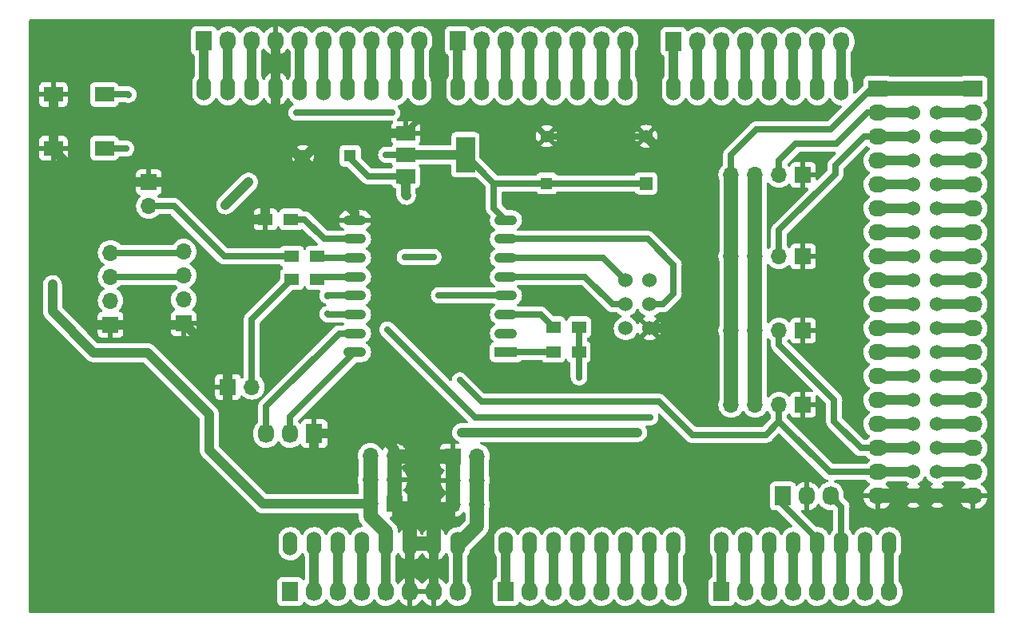
<source format=gbr>
G04 #@! TF.GenerationSoftware,KiCad,Pcbnew,(6.0.0-0)*
G04 #@! TF.CreationDate,2023-06-22T10:54:48-03:00*
G04 #@! TF.ProjectId,NNC_ControlBoard,4e4e435f-436f-46e7-9472-6f6c426f6172,rev?*
G04 #@! TF.SameCoordinates,Original*
G04 #@! TF.FileFunction,Copper,L1,Top*
G04 #@! TF.FilePolarity,Positive*
%FSLAX46Y46*%
G04 Gerber Fmt 4.6, Leading zero omitted, Abs format (unit mm)*
G04 Created by KiCad (PCBNEW (6.0.0-0)) date 2023-06-22 10:54:48*
%MOMM*%
%LPD*%
G01*
G04 APERTURE LIST*
G04 #@! TA.AperFunction,ComponentPad*
%ADD10R,1.300000X1.300000*%
G04 #@! TD*
G04 #@! TA.AperFunction,ComponentPad*
%ADD11C,1.300000*%
G04 #@! TD*
G04 #@! TA.AperFunction,ComponentPad*
%ADD12R,1.400000X1.400000*%
G04 #@! TD*
G04 #@! TA.AperFunction,ComponentPad*
%ADD13C,1.400000*%
G04 #@! TD*
G04 #@! TA.AperFunction,SMDPad,CuDef*
%ADD14R,2.400000X1.100000*%
G04 #@! TD*
G04 #@! TA.AperFunction,SMDPad,CuDef*
%ADD15O,2.400000X1.100000*%
G04 #@! TD*
G04 #@! TA.AperFunction,ComponentPad*
%ADD16R,1.727200X2.032000*%
G04 #@! TD*
G04 #@! TA.AperFunction,ComponentPad*
%ADD17O,1.727200X2.032000*%
G04 #@! TD*
G04 #@! TA.AperFunction,ComponentPad*
%ADD18R,2.032000X1.727200*%
G04 #@! TD*
G04 #@! TA.AperFunction,ComponentPad*
%ADD19O,2.032000X1.727200*%
G04 #@! TD*
G04 #@! TA.AperFunction,SMDPad,CuDef*
%ADD20R,1.500000X1.300000*%
G04 #@! TD*
G04 #@! TA.AperFunction,ComponentPad*
%ADD21O,1.524000X2.540000*%
G04 #@! TD*
G04 #@! TA.AperFunction,ComponentPad*
%ADD22C,1.524000*%
G04 #@! TD*
G04 #@! TA.AperFunction,SMDPad,CuDef*
%ADD23R,2.000000X1.600000*%
G04 #@! TD*
G04 #@! TA.AperFunction,SMDPad,CuDef*
%ADD24R,2.000000X1.500000*%
G04 #@! TD*
G04 #@! TA.AperFunction,SMDPad,CuDef*
%ADD25R,2.000000X3.800000*%
G04 #@! TD*
G04 #@! TA.AperFunction,ComponentPad*
%ADD26R,1.700000X1.700000*%
G04 #@! TD*
G04 #@! TA.AperFunction,ComponentPad*
%ADD27O,1.700000X1.700000*%
G04 #@! TD*
G04 #@! TA.AperFunction,ViaPad*
%ADD28C,0.700000*%
G04 #@! TD*
G04 #@! TA.AperFunction,ViaPad*
%ADD29C,0.600000*%
G04 #@! TD*
G04 #@! TA.AperFunction,Conductor*
%ADD30C,0.700000*%
G04 #@! TD*
G04 #@! TA.AperFunction,Conductor*
%ADD31C,1.000000*%
G04 #@! TD*
G04 #@! TA.AperFunction,Conductor*
%ADD32C,1.500000*%
G04 #@! TD*
G04 APERTURE END LIST*
D10*
X182880000Y-61722000D03*
D11*
X177880000Y-61722000D03*
D10*
X203708000Y-64643000D03*
D11*
X203708000Y-59643000D03*
D12*
X214249000Y-64643000D03*
D13*
X214249000Y-59643000D03*
D14*
X199390000Y-82550000D03*
D15*
X199390000Y-80550000D03*
X199390000Y-78550000D03*
X199390000Y-76550000D03*
X199390000Y-74550000D03*
X199390000Y-72550000D03*
X199390000Y-70550000D03*
X199390000Y-68550000D03*
X183390000Y-68550000D03*
X183390000Y-70550000D03*
X183390000Y-72550000D03*
X183390000Y-74550000D03*
X183390000Y-76550000D03*
X183390000Y-78550000D03*
X183390000Y-80550000D03*
X183390000Y-82550000D03*
D16*
X228739700Y-97802700D03*
D17*
X231279700Y-97802700D03*
X233819700Y-97802700D03*
D16*
X179070000Y-91186000D03*
D17*
X176530000Y-91186000D03*
X173990000Y-91186000D03*
D18*
X238798100Y-54622700D03*
D19*
X238798100Y-57162700D03*
X238798100Y-59702700D03*
X238798100Y-62242700D03*
X238798100Y-64782700D03*
X238798100Y-67322700D03*
X238798100Y-69862700D03*
X238798100Y-72402700D03*
X238798100Y-74942700D03*
X238798100Y-77482700D03*
X238798100Y-80022700D03*
X238798100Y-82562700D03*
X238798100Y-85102700D03*
X238798100Y-87642700D03*
X238798100Y-90182700D03*
X238798100Y-92722700D03*
X238798100Y-95262700D03*
X238798100Y-97802700D03*
D18*
X248920000Y-54622700D03*
D19*
X248920000Y-57162700D03*
X248920000Y-59702700D03*
X248920000Y-62242700D03*
X248920000Y-64782700D03*
X248920000Y-67322700D03*
X248920000Y-69862700D03*
X248920000Y-72402700D03*
X248920000Y-74942700D03*
X248920000Y-77482700D03*
X248920000Y-80022700D03*
X248920000Y-82562700D03*
X248920000Y-85102700D03*
X248920000Y-87642700D03*
X248920000Y-90182700D03*
X248920000Y-92722700D03*
X248920000Y-95262700D03*
X248920000Y-97802700D03*
D16*
X176530000Y-107950000D03*
D17*
X179070000Y-107950000D03*
X181610000Y-107950000D03*
X184150000Y-107950000D03*
X186690000Y-107950000D03*
X189230000Y-107950000D03*
X191770000Y-107950000D03*
X194310000Y-107950000D03*
D16*
X199390000Y-107950000D03*
D17*
X201930000Y-107950000D03*
X204470000Y-107950000D03*
X207010000Y-107950000D03*
X209550000Y-107950000D03*
X212090000Y-107950000D03*
X214630000Y-107950000D03*
X217170000Y-107950000D03*
D16*
X222250000Y-107950000D03*
D17*
X224790000Y-107950000D03*
X227330000Y-107950000D03*
X229870000Y-107950000D03*
X232410000Y-107950000D03*
X234950000Y-107950000D03*
X237490000Y-107950000D03*
X240030000Y-107950000D03*
D16*
X167360600Y-49504600D03*
D17*
X169900600Y-49504600D03*
X172440600Y-49504600D03*
X174980600Y-49504600D03*
X177520600Y-49504600D03*
X180060600Y-49504600D03*
X182600600Y-49504600D03*
X185140600Y-49504600D03*
X187680600Y-49504600D03*
X190220600Y-49504600D03*
D16*
X194297300Y-49504600D03*
D17*
X196837300Y-49504600D03*
X199377300Y-49504600D03*
X201917300Y-49504600D03*
X204457300Y-49504600D03*
X206997300Y-49504600D03*
X209537300Y-49504600D03*
X212077300Y-49504600D03*
D16*
X217170000Y-49606200D03*
D17*
X219710000Y-49606200D03*
X222250000Y-49606200D03*
X224790000Y-49606200D03*
X227330000Y-49606200D03*
X229870000Y-49606200D03*
X232410000Y-49606200D03*
X234950000Y-49606200D03*
D20*
X179404000Y-72390000D03*
X176704000Y-72390000D03*
X179404000Y-74803000D03*
X176704000Y-74803000D03*
X207102700Y-82511900D03*
X204402700Y-82511900D03*
X204428100Y-79908400D03*
X207128100Y-79908400D03*
X173910000Y-68453000D03*
X176610000Y-68453000D03*
D21*
X212090000Y-54610000D03*
X209550000Y-54610000D03*
X207010000Y-54610000D03*
X204470000Y-54610000D03*
X184150000Y-102870000D03*
X201930000Y-54610000D03*
X199390000Y-54610000D03*
X186690000Y-102870000D03*
D22*
X242570000Y-54610000D03*
X245110000Y-54610000D03*
D21*
X196850000Y-54610000D03*
X194310000Y-54610000D03*
X190246000Y-54610000D03*
X187706000Y-54610000D03*
X185166000Y-54610000D03*
X182626000Y-54610000D03*
X180086000Y-54610000D03*
X177546000Y-54610000D03*
X217170000Y-54610000D03*
X219710000Y-54610000D03*
X222250000Y-54610000D03*
X224790000Y-54610000D03*
X227330000Y-54610000D03*
X229870000Y-54610000D03*
X232410000Y-54610000D03*
X234950000Y-54610000D03*
D22*
X242570000Y-57150000D03*
X245110000Y-57150000D03*
X242570000Y-59690000D03*
X245110000Y-59690000D03*
X242570000Y-62230000D03*
X245110000Y-62230000D03*
X242570000Y-64770000D03*
X245110000Y-64770000D03*
X242570000Y-67310000D03*
X245110000Y-67310000D03*
X242570000Y-69850000D03*
X245110000Y-69850000D03*
X242570000Y-72390000D03*
X245110000Y-72390000D03*
X242570000Y-74930000D03*
X245110000Y-74930000D03*
X242570000Y-77470000D03*
X245110000Y-77470000D03*
X242570000Y-80010000D03*
X245110000Y-80010000D03*
X242570000Y-82550000D03*
X245110000Y-82550000D03*
X242570000Y-85090000D03*
X245110000Y-85090000D03*
X242570000Y-87630000D03*
X245110000Y-87630000D03*
X242570000Y-90170000D03*
X245110000Y-90170000D03*
X242570000Y-92710000D03*
X245110000Y-92710000D03*
X242570000Y-95250000D03*
X245110000Y-95250000D03*
D21*
X199390000Y-102870000D03*
X201930000Y-102870000D03*
X204470000Y-102870000D03*
X207010000Y-102870000D03*
X209550000Y-102870000D03*
X212090000Y-102870000D03*
X214630000Y-102870000D03*
X217170000Y-102870000D03*
X222250000Y-102870000D03*
X224790000Y-102870000D03*
X227330000Y-102870000D03*
X229870000Y-102870000D03*
X172466000Y-54610000D03*
X237490000Y-102870000D03*
X240030000Y-102870000D03*
X232410000Y-102870000D03*
X234950000Y-102870000D03*
X189230000Y-102870000D03*
X191770000Y-102870000D03*
X175006000Y-54610000D03*
D22*
X242570000Y-97790000D03*
X245110000Y-97790000D03*
D21*
X179070000Y-102870000D03*
X176530000Y-102870000D03*
X181610000Y-102870000D03*
X167386000Y-54610000D03*
X169926000Y-54610000D03*
D22*
X212090000Y-74930000D03*
X214630000Y-74930000D03*
X212090000Y-77470000D03*
X214630000Y-77470000D03*
X212090000Y-80010000D03*
X214630000Y-80010000D03*
D21*
X194310000Y-102870000D03*
D23*
X156814500Y-60921900D03*
X151414500Y-60921900D03*
X156814500Y-55206900D03*
X151414500Y-55206900D03*
D24*
X188785100Y-59307700D03*
X188785100Y-61607700D03*
D25*
X195085100Y-61607700D03*
D24*
X188785100Y-63907700D03*
D26*
X161544000Y-64516000D03*
D27*
X161544000Y-67056000D03*
D26*
X169926000Y-86233000D03*
D27*
X172466000Y-86233000D03*
D26*
X230886000Y-88138000D03*
D27*
X228346000Y-88138000D03*
X225806000Y-88138000D03*
X223266000Y-88138000D03*
D26*
X165227000Y-79502000D03*
D27*
X165227000Y-76962000D03*
X165227000Y-74422000D03*
X165227000Y-71882000D03*
D26*
X230886000Y-63754000D03*
D27*
X228346000Y-63754000D03*
X225806000Y-63754000D03*
X223266000Y-63754000D03*
D26*
X230886000Y-72390000D03*
D27*
X228346000Y-72390000D03*
X225806000Y-72390000D03*
X223266000Y-72390000D03*
D26*
X230886000Y-80264000D03*
D27*
X228346000Y-80264000D03*
X225806000Y-80264000D03*
X223266000Y-80264000D03*
D26*
X157480000Y-79629000D03*
D27*
X157480000Y-77089000D03*
X157480000Y-74549000D03*
X157480000Y-72009000D03*
D26*
X193789300Y-93599000D03*
D27*
X196329300Y-93599000D03*
X193789300Y-96139000D03*
X196329300Y-96139000D03*
X193789300Y-98679000D03*
X196329300Y-98679000D03*
D26*
X187566300Y-98640900D03*
D27*
X185026300Y-98640900D03*
X187566300Y-96100900D03*
X185026300Y-96100900D03*
X187566300Y-93560900D03*
X185026300Y-93560900D03*
D28*
X207137000Y-85217000D03*
D29*
X186690000Y-61595000D03*
X201930000Y-82550000D03*
X187325000Y-57150000D03*
X159385000Y-55245000D03*
X177165000Y-57150000D03*
X192278000Y-76517500D03*
X180975000Y-70550000D03*
X191706500Y-72453500D03*
X181229000Y-72550000D03*
X188658500Y-72453500D03*
X194500500Y-85534500D03*
X186817000Y-80137000D03*
X159131000Y-60960000D03*
X181229000Y-74550000D03*
X214693500Y-89471500D03*
D28*
X180467000Y-76581000D03*
X180467000Y-78486000D03*
D29*
X213360000Y-91059000D03*
X151320500Y-75374500D03*
X194691000Y-91059000D03*
X169672000Y-66929000D03*
X172085000Y-64516000D03*
D28*
X188849000Y-65913000D03*
D30*
X188785100Y-63907700D02*
X184811700Y-63907700D01*
X184811700Y-63907700D02*
X182880000Y-61976000D01*
X182880000Y-61976000D02*
X182880000Y-61722000D01*
X164211000Y-67056000D02*
X169545000Y-72390000D01*
X169545000Y-72390000D02*
X176704000Y-72390000D01*
X161544000Y-67056000D02*
X164211000Y-67056000D01*
X172466000Y-79041000D02*
X176704000Y-74803000D01*
X172466000Y-86233000D02*
X172466000Y-79041000D01*
X188703800Y-59389000D02*
X188785100Y-59307700D01*
X165100000Y-79629000D02*
X165227000Y-79502000D01*
X188785100Y-59245900D02*
X189992000Y-58039000D01*
X189992000Y-58039000D02*
X202104000Y-58039000D01*
X202104000Y-58039000D02*
X203708000Y-59643000D01*
D31*
X169926000Y-84201000D02*
X165227000Y-79502000D01*
D32*
X187604400Y-93599000D02*
X187566300Y-93560900D01*
X189230000Y-100304600D02*
X187566300Y-98640900D01*
X191770000Y-100698300D02*
X193789300Y-98679000D01*
D31*
X187566300Y-92824300D02*
X185928000Y-91186000D01*
X185928000Y-91186000D02*
X179070000Y-91186000D01*
X179070000Y-93218000D02*
X177546000Y-94742000D01*
X177546000Y-94742000D02*
X172466000Y-94742000D01*
X172466000Y-94742000D02*
X169926000Y-92202000D01*
X169926000Y-92202000D02*
X169926000Y-86233000D01*
X173910000Y-65946000D02*
X177753000Y-62103000D01*
X183390000Y-67740000D02*
X177753000Y-62103000D01*
X175006000Y-59356000D02*
X177753000Y-62103000D01*
X168275000Y-68453000D02*
X164338000Y-64516000D01*
X164338000Y-64516000D02*
X161544000Y-64516000D01*
X151414500Y-61117500D02*
X153035000Y-62738000D01*
X154813000Y-64516000D02*
X161544000Y-64516000D01*
X153035000Y-62738000D02*
X154813000Y-64516000D01*
X153035000Y-77216000D02*
X155448000Y-79629000D01*
X155448000Y-79629000D02*
X157480000Y-79629000D01*
D32*
X248907300Y-97790000D02*
X248920000Y-97802700D01*
X238810800Y-97790000D02*
X238798100Y-97802700D01*
D31*
X175006000Y-49530000D02*
X174980600Y-49504600D01*
X180548300Y-59307700D02*
X177753000Y-62103000D01*
X216979500Y-80010000D02*
X219075000Y-77914500D01*
X219075000Y-77914500D02*
X219075000Y-64469000D01*
X219075000Y-64469000D02*
X214249000Y-59643000D01*
D32*
X245110000Y-97790000D02*
X248907300Y-97790000D01*
D31*
X175006000Y-54610000D02*
X175006000Y-59356000D01*
X189230000Y-102870000D02*
X189230000Y-107950000D01*
X151414500Y-55206900D02*
X151414500Y-60921900D01*
X169926000Y-86233000D02*
X169926000Y-84201000D01*
X179070000Y-91186000D02*
X179070000Y-93218000D01*
D32*
X191770000Y-102870000D02*
X189230000Y-102870000D01*
X191770000Y-102870000D02*
X191770000Y-100698300D01*
D30*
X188785100Y-59307700D02*
X188785100Y-59245900D01*
D31*
X157480000Y-79629000D02*
X165100000Y-79629000D01*
X173910000Y-68453000D02*
X168275000Y-68453000D01*
X187566300Y-93560900D02*
X187566300Y-92824300D01*
X188785100Y-59307700D02*
X180548300Y-59307700D01*
D32*
X193789300Y-96139000D02*
X193789300Y-93599000D01*
D31*
X183390000Y-68550000D02*
X183390000Y-67740000D01*
D32*
X245110000Y-97790000D02*
X242570000Y-97790000D01*
X187566300Y-96100900D02*
X187566300Y-98640900D01*
D31*
X173910000Y-68453000D02*
X173910000Y-65946000D01*
D32*
X242570000Y-97790000D02*
X238810800Y-97790000D01*
X189230000Y-102870000D02*
X189230000Y-100304600D01*
D31*
X214630000Y-80010000D02*
X216979500Y-80010000D01*
X175006000Y-54610000D02*
X175006000Y-49530000D01*
D32*
X193789300Y-98679000D02*
X193789300Y-96139000D01*
D31*
X191770000Y-102870000D02*
X191770000Y-107950000D01*
X153035000Y-62738000D02*
X153035000Y-77216000D01*
D30*
X214249000Y-59643000D02*
X203708000Y-59643000D01*
D32*
X193789300Y-93599000D02*
X187604400Y-93599000D01*
X187566300Y-96100900D02*
X187566300Y-93560900D01*
D31*
X151414500Y-60921900D02*
X151414500Y-61117500D01*
D30*
X198120400Y-64643000D02*
X195085100Y-61607700D01*
X198120400Y-67280400D02*
X199390000Y-68550000D01*
X207102700Y-79933800D02*
X207128100Y-79908400D01*
X207102700Y-85182700D02*
X207137000Y-85217000D01*
X186690000Y-61595000D02*
X186702700Y-61607700D01*
X186702700Y-61607700D02*
X188785100Y-61607700D01*
X207102700Y-82511900D02*
X207102700Y-79933800D01*
X203708000Y-64643000D02*
X214249000Y-64643000D01*
X207102700Y-82511900D02*
X207102700Y-85182700D01*
X203708000Y-64643000D02*
X198120400Y-64643000D01*
X198120400Y-64643000D02*
X198120400Y-67280400D01*
D31*
X188785100Y-61607700D02*
X195085100Y-61607700D01*
D30*
X204364600Y-82550000D02*
X204402700Y-82511900D01*
X204364600Y-82550000D02*
X204402700Y-82511900D01*
X202057000Y-82550000D02*
X204364600Y-82550000D01*
X201930000Y-82550000D02*
X202057000Y-82550000D01*
X187325000Y-57150000D02*
X177165000Y-57150000D01*
X159385000Y-55245000D02*
X159346900Y-55206900D01*
X156814500Y-55206900D02*
X159346900Y-55206900D01*
X199390000Y-82550000D02*
X201930000Y-82550000D01*
X203069700Y-78550000D02*
X204428100Y-79908400D01*
X199390000Y-78550000D02*
X203069700Y-78550000D01*
X192310500Y-76550000D02*
X192278000Y-76517500D01*
X199390000Y-76550000D02*
X192310500Y-76550000D01*
D31*
X181610000Y-102870000D02*
X181610000Y-107950000D01*
D30*
X207773000Y-74550000D02*
X210693000Y-77470000D01*
X210693000Y-77470000D02*
X212090000Y-77470000D01*
X199390000Y-74550000D02*
X207773000Y-74550000D01*
X209710000Y-72550000D02*
X212090000Y-74930000D01*
X199390000Y-72550000D02*
X209710000Y-72550000D01*
X214441000Y-70550000D02*
X217170000Y-73279000D01*
X217170000Y-73279000D02*
X217170000Y-76327000D01*
X217170000Y-76327000D02*
X216027000Y-77470000D01*
X216027000Y-77470000D02*
X214630000Y-77470000D01*
X199390000Y-70550000D02*
X214441000Y-70550000D01*
X178054000Y-68453000D02*
X180151000Y-70550000D01*
X180151000Y-70550000D02*
X180975000Y-70550000D01*
D31*
X185166000Y-49530000D02*
X185140600Y-49504600D01*
D30*
X180975000Y-70550000D02*
X183390000Y-70550000D01*
X183390000Y-70550000D02*
X182297300Y-70550000D01*
X176610000Y-68453000D02*
X178054000Y-68453000D01*
D31*
X185166000Y-54610000D02*
X185166000Y-49530000D01*
D30*
X228346000Y-88138000D02*
X228346000Y-89916000D01*
X233692700Y-95262700D02*
X228346000Y-89916000D01*
D31*
X238810800Y-95250000D02*
X238798100Y-95262700D01*
D30*
X179564000Y-72550000D02*
X179404000Y-72390000D01*
X181229000Y-72550000D02*
X179564000Y-72550000D01*
X188658500Y-72453500D02*
X191706500Y-72453500D01*
X194500500Y-85534500D02*
X196786500Y-87820500D01*
X196786500Y-87820500D02*
X215646000Y-87820500D01*
X215646000Y-87820500D02*
X219138500Y-91313000D01*
X219138500Y-91313000D02*
X226949000Y-91313000D01*
X226949000Y-91313000D02*
X228346000Y-89916000D01*
D31*
X242570000Y-95250000D02*
X238810800Y-95250000D01*
D30*
X238798100Y-95262700D02*
X233692700Y-95262700D01*
X183390000Y-72550000D02*
X181229000Y-72550000D01*
D31*
X238810800Y-92710000D02*
X238798100Y-92722700D01*
D30*
X236994700Y-92722700D02*
X234188000Y-89916000D01*
X234188000Y-89916000D02*
X234188000Y-87630000D01*
X234188000Y-87630000D02*
X228346000Y-81788000D01*
X228346000Y-81788000D02*
X228346000Y-80264000D01*
X183262000Y-74422000D02*
X183390000Y-74550000D01*
X179657000Y-74550000D02*
X179404000Y-74803000D01*
X181229000Y-74550000D02*
X179657000Y-74550000D01*
X159131000Y-60960000D02*
X159092900Y-60921900D01*
X159092900Y-60921900D02*
X156814500Y-60921900D01*
X186817000Y-80137000D02*
X196151500Y-89471500D01*
X196151500Y-89471500D02*
X214693500Y-89471500D01*
X183390000Y-74550000D02*
X181229000Y-74550000D01*
D31*
X242570000Y-92710000D02*
X238810800Y-92710000D01*
D30*
X238798100Y-92722700D02*
X236994700Y-92722700D01*
X180498000Y-76550000D02*
X180467000Y-76581000D01*
X183390000Y-76550000D02*
X180498000Y-76550000D01*
X180531000Y-78550000D02*
X180467000Y-78486000D01*
X183390000Y-78550000D02*
X180531000Y-78550000D01*
X173990000Y-88265000D02*
X181705000Y-80550000D01*
X181705000Y-80550000D02*
X183390000Y-80550000D01*
X173990000Y-91186000D02*
X173990000Y-88265000D01*
X176530000Y-89410000D02*
X183390000Y-82550000D01*
X176530000Y-91186000D02*
X176530000Y-89410000D01*
X165100000Y-72009000D02*
X165227000Y-71882000D01*
D32*
X186690000Y-101600000D02*
X185026300Y-99936300D01*
X185026300Y-99936300D02*
X185026300Y-98640900D01*
D30*
X238810800Y-54610000D02*
X238798100Y-54622700D01*
X248907300Y-54610000D02*
X248920000Y-54622700D01*
X238112300Y-54622700D02*
X233807000Y-58928000D01*
X233807000Y-58928000D02*
X225933000Y-58928000D01*
X225933000Y-58928000D02*
X223266000Y-61595000D01*
X223266000Y-61595000D02*
X223266000Y-63754000D01*
D31*
X194691000Y-91059000D02*
X200787000Y-91059000D01*
X200787000Y-91059000D02*
X213360000Y-91059000D01*
X173634400Y-98640900D02*
X167957500Y-92964000D01*
X167957500Y-92964000D02*
X167957500Y-89154000D01*
X167957500Y-89154000D02*
X161417000Y-82613500D01*
X161417000Y-82613500D02*
X155702000Y-82613500D01*
X155702000Y-82613500D02*
X151320500Y-78232000D01*
X151320500Y-78232000D02*
X151320500Y-75374500D01*
X185026300Y-98640900D02*
X173634400Y-98640900D01*
D32*
X242570000Y-54610000D02*
X245110000Y-54610000D01*
X223266000Y-88138000D02*
X223266000Y-80264000D01*
X223266000Y-80264000D02*
X223266000Y-72390000D01*
D30*
X238798100Y-54622700D02*
X238112300Y-54622700D01*
D32*
X242570000Y-54610000D02*
X238810800Y-54610000D01*
D31*
X186690000Y-102870000D02*
X186690000Y-107950000D01*
D32*
X186690000Y-102870000D02*
X186690000Y-101600000D01*
D30*
X157480000Y-72009000D02*
X165100000Y-72009000D01*
D32*
X185026300Y-96100900D02*
X185026300Y-93560900D01*
X245110000Y-54610000D02*
X248907300Y-54610000D01*
X223266000Y-63754000D02*
X223266000Y-72390000D01*
X185026300Y-98640900D02*
X185026300Y-96100900D01*
D30*
X232410000Y-102362000D02*
X228739700Y-98691700D01*
X228739700Y-98691700D02*
X228739700Y-97802700D01*
X232410000Y-102870000D02*
X232410000Y-102362000D01*
D31*
X232410000Y-107950000D02*
X232410000Y-102870000D01*
D30*
X234950000Y-98933000D02*
X233819700Y-97802700D01*
X234950000Y-102870000D02*
X234950000Y-98933000D01*
D31*
X234950000Y-107950000D02*
X234950000Y-102870000D01*
D30*
X237731300Y-57162700D02*
X234442000Y-60452000D01*
X234442000Y-60452000D02*
X230124000Y-60452000D01*
X230124000Y-60452000D02*
X228346000Y-62230000D01*
X228346000Y-62230000D02*
X228346000Y-63754000D01*
D31*
X238810800Y-57150000D02*
X238798100Y-57162700D01*
X242570000Y-57150000D02*
X238810800Y-57150000D01*
D30*
X238798100Y-57162700D02*
X237731300Y-57162700D01*
X237350300Y-59702700D02*
X234315000Y-62738000D01*
X234315000Y-62738000D02*
X234315000Y-63627000D01*
X234315000Y-63627000D02*
X228346000Y-69596000D01*
X228346000Y-69596000D02*
X228346000Y-72390000D01*
D31*
X238810800Y-59690000D02*
X238798100Y-59702700D01*
D30*
X238798100Y-59702700D02*
X237350300Y-59702700D01*
D31*
X242570000Y-59690000D02*
X238810800Y-59690000D01*
X238810800Y-62230000D02*
X238798100Y-62242700D01*
X242570000Y-62230000D02*
X238810800Y-62230000D01*
X238810800Y-64770000D02*
X238798100Y-64782700D01*
X242570000Y-64770000D02*
X238810800Y-64770000D01*
X238810800Y-67310000D02*
X238798100Y-67322700D01*
X242570000Y-67310000D02*
X238810800Y-67310000D01*
X238810800Y-69850000D02*
X238798100Y-69862700D01*
X242570000Y-69850000D02*
X238810800Y-69850000D01*
X238810800Y-72390000D02*
X238798100Y-72402700D01*
X242570000Y-72390000D02*
X238810800Y-72390000D01*
X238810800Y-74930000D02*
X238798100Y-74942700D01*
X242570000Y-74930000D02*
X238810800Y-74930000D01*
X238810800Y-77470000D02*
X238798100Y-77482700D01*
X242570000Y-77470000D02*
X238810800Y-77470000D01*
X238810800Y-80010000D02*
X238798100Y-80022700D01*
X242570000Y-80010000D02*
X238810800Y-80010000D01*
X238810800Y-82550000D02*
X238798100Y-82562700D01*
X242570000Y-82550000D02*
X238810800Y-82550000D01*
X238810800Y-85090000D02*
X238798100Y-85102700D01*
X242570000Y-85090000D02*
X238810800Y-85090000D01*
X238810800Y-87630000D02*
X238798100Y-87642700D01*
X242570000Y-87630000D02*
X238810800Y-87630000D01*
X238810800Y-90170000D02*
X238798100Y-90182700D01*
X242570000Y-90170000D02*
X238810800Y-90170000D01*
X248907300Y-57150000D02*
X248920000Y-57162700D01*
X245110000Y-57150000D02*
X248907300Y-57150000D01*
X248907300Y-59690000D02*
X248920000Y-59702700D01*
X245110000Y-59690000D02*
X248907300Y-59690000D01*
X248907300Y-62230000D02*
X248920000Y-62242700D01*
X245110000Y-62230000D02*
X248907300Y-62230000D01*
X248907300Y-64770000D02*
X248920000Y-64782700D01*
X245110000Y-64770000D02*
X248907300Y-64770000D01*
X248907300Y-67310000D02*
X248920000Y-67322700D01*
X245110000Y-67310000D02*
X248907300Y-67310000D01*
X248907300Y-69850000D02*
X248920000Y-69862700D01*
X245110000Y-69850000D02*
X248907300Y-69850000D01*
X248907300Y-72390000D02*
X248920000Y-72402700D01*
X245110000Y-72390000D02*
X248907300Y-72390000D01*
X248907300Y-74930000D02*
X248920000Y-74942700D01*
X245110000Y-74930000D02*
X248907300Y-74930000D01*
X248907300Y-77470000D02*
X248920000Y-77482700D01*
X245110000Y-77470000D02*
X248907300Y-77470000D01*
X248907300Y-80010000D02*
X248920000Y-80022700D01*
X245110000Y-80010000D02*
X248907300Y-80010000D01*
X248907300Y-82550000D02*
X248920000Y-82562700D01*
X245110000Y-82550000D02*
X248907300Y-82550000D01*
X248907300Y-85090000D02*
X248920000Y-85102700D01*
X245110000Y-85090000D02*
X248907300Y-85090000D01*
X248907300Y-87630000D02*
X248920000Y-87642700D01*
X245110000Y-87630000D02*
X248907300Y-87630000D01*
X248907300Y-90170000D02*
X248920000Y-90182700D01*
X245110000Y-90170000D02*
X248907300Y-90170000D01*
X248907300Y-92710000D02*
X248920000Y-92722700D01*
X245110000Y-92710000D02*
X248907300Y-92710000D01*
X248907300Y-95250000D02*
X248920000Y-95262700D01*
X245110000Y-95250000D02*
X248907300Y-95250000D01*
X179070000Y-102870000D02*
X179070000Y-107950000D01*
X184150000Y-102870000D02*
X184150000Y-107950000D01*
X199390000Y-107950000D02*
X199390000Y-102870000D01*
X201930000Y-107950000D02*
X201930000Y-102870000D01*
X204470000Y-107950000D02*
X204470000Y-102870000D01*
X207010000Y-107950000D02*
X207010000Y-102870000D01*
X209550000Y-107950000D02*
X209550000Y-102870000D01*
X212090000Y-107950000D02*
X212090000Y-102870000D01*
X214630000Y-107950000D02*
X214630000Y-102870000D01*
X217170000Y-107950000D02*
X217170000Y-102870000D01*
X222250000Y-107950000D02*
X222250000Y-102870000D01*
X224790000Y-107950000D02*
X224790000Y-102870000D01*
X227330000Y-107950000D02*
X227330000Y-102870000D01*
X229870000Y-107950000D02*
X229870000Y-102870000D01*
X237490000Y-107950000D02*
X237490000Y-102870000D01*
X240030000Y-107950000D02*
X240030000Y-102870000D01*
X167386000Y-49530000D02*
X167360600Y-49504600D01*
X167386000Y-54610000D02*
X167386000Y-49530000D01*
X169926000Y-49530000D02*
X169900600Y-49504600D01*
X169926000Y-54610000D02*
X169926000Y-49530000D01*
X172466000Y-49530000D02*
X172440600Y-49504600D01*
X172466000Y-54610000D02*
X172466000Y-49530000D01*
X177546000Y-49530000D02*
X177520600Y-49504600D01*
X177546000Y-54610000D02*
X177546000Y-49530000D01*
X180086000Y-49530000D02*
X180060600Y-49504600D01*
X180086000Y-54610000D02*
X180086000Y-49530000D01*
X182626000Y-49530000D02*
X182600600Y-49504600D01*
X182626000Y-54610000D02*
X182626000Y-49530000D01*
X187706000Y-49530000D02*
X187680600Y-49504600D01*
X187706000Y-54610000D02*
X187706000Y-49530000D01*
X190246000Y-49530000D02*
X190220600Y-49504600D01*
X190246000Y-54610000D02*
X190246000Y-49530000D01*
X194310000Y-49517300D02*
X194297300Y-49504600D01*
X194310000Y-54610000D02*
X194310000Y-49517300D01*
X196850000Y-49517300D02*
X196837300Y-49504600D01*
X196850000Y-54610000D02*
X196850000Y-49517300D01*
X199390000Y-49517300D02*
X199377300Y-49504600D01*
X199390000Y-54610000D02*
X199390000Y-49517300D01*
X201930000Y-49517300D02*
X201917300Y-49504600D01*
X201930000Y-54610000D02*
X201930000Y-49517300D01*
X204470000Y-49517300D02*
X204457300Y-49504600D01*
X204470000Y-54610000D02*
X204470000Y-49517300D01*
X207010000Y-49517300D02*
X206997300Y-49504600D01*
X207010000Y-54610000D02*
X207010000Y-49517300D01*
X209550000Y-49517300D02*
X209537300Y-49504600D01*
X209550000Y-54610000D02*
X209550000Y-49517300D01*
X212090000Y-49517300D02*
X212077300Y-49504600D01*
X212090000Y-54610000D02*
X212090000Y-49517300D01*
X217170000Y-54610000D02*
X217170000Y-49606200D01*
X219710000Y-54610000D02*
X219710000Y-49606200D01*
X222250000Y-54610000D02*
X222250000Y-49606200D01*
X224790000Y-54610000D02*
X224790000Y-49606200D01*
X227330000Y-54610000D02*
X227330000Y-49606200D01*
X229870000Y-54610000D02*
X229870000Y-49606200D01*
X232410000Y-54610000D02*
X232410000Y-49606200D01*
X234950000Y-54610000D02*
X234950000Y-49606200D01*
D30*
X188303800Y-64389000D02*
X188785100Y-63907700D01*
X165100000Y-74549000D02*
X165227000Y-74422000D01*
D32*
X194437000Y-102870000D02*
X196329300Y-100977700D01*
X196329300Y-100977700D02*
X196329300Y-98679000D01*
D31*
X188849000Y-65913000D02*
X188785100Y-65849100D01*
X188785100Y-65849100D02*
X188785100Y-63907700D01*
X172085000Y-64516000D02*
X169672000Y-66929000D01*
D32*
X225806000Y-63754000D02*
X225806000Y-72390000D01*
X196329300Y-98679000D02*
X196329300Y-96139000D01*
X225806000Y-88138000D02*
X225806000Y-80264000D01*
X194310000Y-102870000D02*
X194437000Y-102870000D01*
X196329300Y-96139000D02*
X196329300Y-93599000D01*
X225806000Y-80264000D02*
X225806000Y-72390000D01*
D30*
X157480000Y-74549000D02*
X165100000Y-74549000D01*
D31*
X194310000Y-102870000D02*
X194310000Y-107950000D01*
G04 #@! TA.AperFunction,Conductor*
G36*
X251148121Y-47264002D02*
G01*
X251194614Y-47317658D01*
X251206000Y-47370000D01*
X251206000Y-110110000D01*
X251185998Y-110178121D01*
X251132342Y-110224614D01*
X251080000Y-110236000D01*
X148970000Y-110236000D01*
X148901879Y-110215998D01*
X148855386Y-110162342D01*
X148844000Y-110110000D01*
X148844000Y-78305653D01*
X150317540Y-78305653D01*
X150318648Y-78311938D01*
X150318649Y-78311948D01*
X150328016Y-78365066D01*
X150329285Y-78374208D01*
X150335380Y-78434216D01*
X150343991Y-78461693D01*
X150347839Y-78477481D01*
X150351727Y-78499535D01*
X150351729Y-78499541D01*
X150352836Y-78505821D01*
X150364983Y-78536502D01*
X150375038Y-78561898D01*
X150378120Y-78570601D01*
X150394124Y-78621668D01*
X150396162Y-78628172D01*
X150399255Y-78633751D01*
X150410115Y-78653343D01*
X150417067Y-78668049D01*
X150427660Y-78694805D01*
X150458987Y-78742677D01*
X150460686Y-78745274D01*
X150465454Y-78753178D01*
X150494703Y-78805944D01*
X150499657Y-78811724D01*
X150513433Y-78827797D01*
X150523196Y-78840800D01*
X150538955Y-78864882D01*
X150543417Y-78869838D01*
X150582329Y-78908750D01*
X150588902Y-78915848D01*
X150626977Y-78960271D01*
X150632014Y-78964178D01*
X150632016Y-78964180D01*
X150651357Y-78979182D01*
X150663226Y-78989647D01*
X154983111Y-83309532D01*
X154985563Y-83312053D01*
X155044881Y-83374780D01*
X155050111Y-83378442D01*
X155050112Y-83378443D01*
X155094286Y-83409374D01*
X155101652Y-83414944D01*
X155148403Y-83453074D01*
X155173928Y-83466418D01*
X155187799Y-83474853D01*
X155211379Y-83491363D01*
X155217233Y-83493896D01*
X155217238Y-83493899D01*
X155266728Y-83515315D01*
X155275062Y-83519290D01*
X155287773Y-83525935D01*
X155328530Y-83547242D01*
X155356197Y-83555175D01*
X155371510Y-83560658D01*
X155392055Y-83569549D01*
X155392060Y-83569551D01*
X155397919Y-83572086D01*
X155456958Y-83584420D01*
X155465901Y-83586632D01*
X155523913Y-83603267D01*
X155530278Y-83603757D01*
X155530280Y-83603757D01*
X155552613Y-83605475D01*
X155568715Y-83607767D01*
X155592135Y-83612660D01*
X155592139Y-83612661D01*
X155596880Y-83613651D01*
X155601716Y-83613904D01*
X155601720Y-83613905D01*
X155601871Y-83613913D01*
X155601887Y-83613913D01*
X155603539Y-83614000D01*
X155658563Y-83614000D01*
X155668229Y-83614371D01*
X155720211Y-83618371D01*
X155720214Y-83618371D01*
X155726571Y-83618860D01*
X155757173Y-83614994D01*
X155772965Y-83614000D01*
X160950389Y-83614000D01*
X161018510Y-83634002D01*
X161039484Y-83650905D01*
X166920095Y-89531515D01*
X166954121Y-89593827D01*
X166957000Y-89620610D01*
X166957000Y-92947830D01*
X166956951Y-92951349D01*
X166955274Y-93011391D01*
X166954540Y-93037653D01*
X166955648Y-93043938D01*
X166955649Y-93043948D01*
X166965016Y-93097066D01*
X166966285Y-93106208D01*
X166972380Y-93166216D01*
X166980991Y-93193693D01*
X166984839Y-93209481D01*
X166988727Y-93231535D01*
X166988729Y-93231541D01*
X166989836Y-93237821D01*
X166992186Y-93243756D01*
X167012038Y-93293898D01*
X167015120Y-93302601D01*
X167027988Y-93343661D01*
X167033162Y-93360172D01*
X167036255Y-93365751D01*
X167047115Y-93385343D01*
X167054067Y-93400049D01*
X167064660Y-93426805D01*
X167068157Y-93432149D01*
X167097686Y-93477274D01*
X167102456Y-93485181D01*
X167126470Y-93528503D01*
X167131703Y-93537944D01*
X167135855Y-93542788D01*
X167150433Y-93559797D01*
X167160196Y-93572800D01*
X167175955Y-93596882D01*
X167180417Y-93601838D01*
X167219329Y-93640750D01*
X167225902Y-93647848D01*
X167263977Y-93692271D01*
X167269014Y-93696178D01*
X167269016Y-93696180D01*
X167288357Y-93711182D01*
X167300226Y-93721647D01*
X172915493Y-99336913D01*
X172917946Y-99339435D01*
X172927229Y-99349251D01*
X172977281Y-99402180D01*
X173026695Y-99436780D01*
X173034060Y-99442350D01*
X173080803Y-99480473D01*
X173086455Y-99483428D01*
X173086460Y-99483431D01*
X173106310Y-99493808D01*
X173120207Y-99502257D01*
X173143779Y-99518763D01*
X173149630Y-99521295D01*
X173149641Y-99521301D01*
X173199136Y-99542719D01*
X173207472Y-99546695D01*
X173255272Y-99571685D01*
X173255280Y-99571688D01*
X173260930Y-99574642D01*
X173267061Y-99576400D01*
X173288603Y-99582577D01*
X173303906Y-99588056D01*
X173330319Y-99599486D01*
X173336563Y-99600790D01*
X173336568Y-99600792D01*
X173371605Y-99608111D01*
X173389367Y-99611822D01*
X173398317Y-99614036D01*
X173456313Y-99630666D01*
X173485012Y-99632874D01*
X173501105Y-99635165D01*
X173529280Y-99641051D01*
X173534119Y-99641305D01*
X173534122Y-99641305D01*
X173534271Y-99641313D01*
X173534287Y-99641313D01*
X173535939Y-99641400D01*
X173590965Y-99641400D01*
X173600632Y-99641771D01*
X173652611Y-99645771D01*
X173652615Y-99645771D01*
X173658971Y-99646260D01*
X173689573Y-99642394D01*
X173705365Y-99641400D01*
X183649800Y-99641400D01*
X183717921Y-99661402D01*
X183764414Y-99715058D01*
X183775800Y-99767400D01*
X183775800Y-99845438D01*
X183774722Y-99861885D01*
X183771847Y-99883722D01*
X183772112Y-99889334D01*
X183775660Y-99964571D01*
X183775800Y-99970507D01*
X183775800Y-99992930D01*
X183777181Y-100008410D01*
X183778104Y-100018752D01*
X183778463Y-100024013D01*
X183782363Y-100106698D01*
X183783614Y-100112161D01*
X183783615Y-100112167D01*
X183786328Y-100124011D01*
X183789010Y-100140945D01*
X183790589Y-100158639D01*
X183792071Y-100164055D01*
X183792071Y-100164057D01*
X183812431Y-100238481D01*
X183813717Y-100243599D01*
X183832197Y-100324287D01*
X183834395Y-100329441D01*
X183834399Y-100329452D01*
X183839166Y-100340626D01*
X183844805Y-100356816D01*
X183849492Y-100373951D01*
X183885135Y-100448677D01*
X183887293Y-100453457D01*
X183919776Y-100529613D01*
X183929536Y-100544471D01*
X183937942Y-100559391D01*
X183945592Y-100575429D01*
X183948863Y-100579982D01*
X183948866Y-100579986D01*
X183993889Y-100642641D01*
X183996877Y-100646987D01*
X184042331Y-100716184D01*
X184045406Y-100719635D01*
X184060698Y-100736799D01*
X184068940Y-100747086D01*
X184075852Y-100756705D01*
X184120014Y-100799501D01*
X184152091Y-100830586D01*
X184153501Y-100831975D01*
X184201810Y-100880284D01*
X184235836Y-100942596D01*
X184230771Y-101013411D01*
X184188224Y-101070247D01*
X184116678Y-101095317D01*
X184115787Y-101095345D01*
X184110184Y-101095022D01*
X183886451Y-101122097D01*
X183671048Y-101188364D01*
X183470784Y-101291727D01*
X183291990Y-101428921D01*
X183288219Y-101433066D01*
X183288215Y-101433069D01*
X183167446Y-101565793D01*
X183140316Y-101595608D01*
X183137333Y-101600364D01*
X183137331Y-101600366D01*
X183061156Y-101721800D01*
X183020557Y-101786520D01*
X182996727Y-101845800D01*
X182952762Y-101901542D01*
X182885638Y-101924668D01*
X182816666Y-101907832D01*
X182766095Y-101853047D01*
X182750206Y-101819735D01*
X182701079Y-101716738D01*
X182569569Y-101533722D01*
X182472900Y-101440043D01*
X182411756Y-101380790D01*
X182411753Y-101380788D01*
X182407728Y-101376887D01*
X182290062Y-101297819D01*
X182225325Y-101254317D01*
X182225319Y-101254314D01*
X182220672Y-101251191D01*
X182057317Y-101179483D01*
X182019456Y-101162863D01*
X182019454Y-101162862D01*
X182014314Y-101160606D01*
X181872399Y-101126535D01*
X181800632Y-101109305D01*
X181800631Y-101109305D01*
X181795175Y-101107995D01*
X181708103Y-101102974D01*
X181575791Y-101095345D01*
X181575788Y-101095345D01*
X181570184Y-101095022D01*
X181346451Y-101122097D01*
X181131048Y-101188364D01*
X180930784Y-101291727D01*
X180751990Y-101428921D01*
X180748219Y-101433066D01*
X180748215Y-101433069D01*
X180627446Y-101565793D01*
X180600316Y-101595608D01*
X180597333Y-101600364D01*
X180597331Y-101600366D01*
X180521156Y-101721800D01*
X180480557Y-101786520D01*
X180456727Y-101845800D01*
X180412762Y-101901542D01*
X180345638Y-101924668D01*
X180276666Y-101907832D01*
X180226095Y-101853047D01*
X180210206Y-101819735D01*
X180161079Y-101716738D01*
X180029569Y-101533722D01*
X179932900Y-101440043D01*
X179871756Y-101380790D01*
X179871753Y-101380788D01*
X179867728Y-101376887D01*
X179750062Y-101297819D01*
X179685325Y-101254317D01*
X179685319Y-101254314D01*
X179680672Y-101251191D01*
X179517317Y-101179483D01*
X179479456Y-101162863D01*
X179479454Y-101162862D01*
X179474314Y-101160606D01*
X179332399Y-101126535D01*
X179260632Y-101109305D01*
X179260631Y-101109305D01*
X179255175Y-101107995D01*
X179168103Y-101102974D01*
X179035791Y-101095345D01*
X179035788Y-101095345D01*
X179030184Y-101095022D01*
X178806451Y-101122097D01*
X178591048Y-101188364D01*
X178390784Y-101291727D01*
X178211990Y-101428921D01*
X178208219Y-101433066D01*
X178208215Y-101433069D01*
X178087446Y-101565793D01*
X178060316Y-101595608D01*
X178057333Y-101600364D01*
X178057331Y-101600366D01*
X177981156Y-101721800D01*
X177940557Y-101786520D01*
X177916727Y-101845800D01*
X177872762Y-101901542D01*
X177805638Y-101924668D01*
X177736666Y-101907832D01*
X177686095Y-101853047D01*
X177670206Y-101819735D01*
X177621079Y-101716738D01*
X177489569Y-101533722D01*
X177392900Y-101440043D01*
X177331756Y-101380790D01*
X177331753Y-101380788D01*
X177327728Y-101376887D01*
X177210062Y-101297819D01*
X177145325Y-101254317D01*
X177145319Y-101254314D01*
X177140672Y-101251191D01*
X176977317Y-101179483D01*
X176939456Y-101162863D01*
X176939454Y-101162862D01*
X176934314Y-101160606D01*
X176792399Y-101126535D01*
X176720632Y-101109305D01*
X176720631Y-101109305D01*
X176715175Y-101107995D01*
X176628103Y-101102974D01*
X176495791Y-101095345D01*
X176495788Y-101095345D01*
X176490184Y-101095022D01*
X176266451Y-101122097D01*
X176051048Y-101188364D01*
X175850784Y-101291727D01*
X175671990Y-101428921D01*
X175668219Y-101433066D01*
X175668215Y-101433069D01*
X175547446Y-101565793D01*
X175520316Y-101595608D01*
X175517333Y-101600364D01*
X175517331Y-101600366D01*
X175441156Y-101721800D01*
X175400557Y-101786520D01*
X175316499Y-101995622D01*
X175270798Y-102216305D01*
X175267500Y-102273501D01*
X175267500Y-103435177D01*
X175267749Y-103437964D01*
X175267749Y-103437970D01*
X175270295Y-103466499D01*
X175282431Y-103602473D01*
X175341899Y-103819851D01*
X175344311Y-103824909D01*
X175344313Y-103824913D01*
X175386259Y-103912853D01*
X175438921Y-104023262D01*
X175570431Y-104206278D01*
X175732272Y-104363113D01*
X175797324Y-104406826D01*
X175914675Y-104485683D01*
X175914681Y-104485686D01*
X175919328Y-104488809D01*
X176125686Y-104579394D01*
X176131144Y-104580704D01*
X176131143Y-104580704D01*
X176311774Y-104624070D01*
X176344825Y-104632005D01*
X176431897Y-104637026D01*
X176564209Y-104644655D01*
X176564212Y-104644655D01*
X176569816Y-104644978D01*
X176793549Y-104617903D01*
X177008952Y-104551636D01*
X177209216Y-104448273D01*
X177388010Y-104311079D01*
X177391781Y-104306934D01*
X177391785Y-104306931D01*
X177535905Y-104148545D01*
X177539684Y-104144392D01*
X177557265Y-104116366D01*
X177656460Y-103958236D01*
X177656462Y-103958232D01*
X177659443Y-103953480D01*
X177683273Y-103894200D01*
X177727238Y-103838458D01*
X177794362Y-103815332D01*
X177863334Y-103832168D01*
X177913905Y-103886953D01*
X177978921Y-104023262D01*
X177982193Y-104027815D01*
X178045823Y-104116366D01*
X178069500Y-104189892D01*
X178069500Y-106625745D01*
X178049498Y-106693866D01*
X177995842Y-106740359D01*
X177925568Y-106750463D01*
X177860988Y-106720969D01*
X177837277Y-106691578D01*
X177837126Y-106691176D01*
X177751146Y-106576454D01*
X177732710Y-106562637D01*
X177643606Y-106495856D01*
X177643603Y-106495854D01*
X177636424Y-106490474D01*
X177541094Y-106454737D01*
X177509575Y-106442921D01*
X177509573Y-106442921D01*
X177502180Y-106440149D01*
X177494330Y-106439296D01*
X177494329Y-106439296D01*
X177444374Y-106433869D01*
X177444373Y-106433869D01*
X177440977Y-106433500D01*
X176530134Y-106433500D01*
X175619024Y-106433501D01*
X175615630Y-106433870D01*
X175615624Y-106433870D01*
X175565678Y-106439295D01*
X175565674Y-106439296D01*
X175557820Y-106440149D01*
X175423576Y-106490474D01*
X175416397Y-106495854D01*
X175416394Y-106495856D01*
X175327290Y-106562637D01*
X175308854Y-106576454D01*
X175303472Y-106583635D01*
X175228256Y-106683994D01*
X175228254Y-106683997D01*
X175222874Y-106691176D01*
X175172549Y-106825420D01*
X175165900Y-106886623D01*
X175165901Y-109013376D01*
X175166270Y-109016770D01*
X175166270Y-109016776D01*
X175171003Y-109060345D01*
X175172549Y-109074580D01*
X175222874Y-109208824D01*
X175228254Y-109216003D01*
X175228256Y-109216006D01*
X175272278Y-109274743D01*
X175308854Y-109323546D01*
X175316035Y-109328928D01*
X175416394Y-109404144D01*
X175416397Y-109404146D01*
X175423576Y-109409526D01*
X175503522Y-109439496D01*
X175550425Y-109457079D01*
X175550427Y-109457079D01*
X175557820Y-109459851D01*
X175565670Y-109460704D01*
X175565671Y-109460704D01*
X175615617Y-109466130D01*
X175619023Y-109466500D01*
X176529866Y-109466500D01*
X177440976Y-109466499D01*
X177444370Y-109466130D01*
X177444376Y-109466130D01*
X177494322Y-109460705D01*
X177494326Y-109460704D01*
X177502180Y-109459851D01*
X177636424Y-109409526D01*
X177643603Y-109404146D01*
X177643606Y-109404144D01*
X177743965Y-109328928D01*
X177751146Y-109323546D01*
X177787722Y-109274743D01*
X177831744Y-109216006D01*
X177831746Y-109216003D01*
X177837126Y-109208824D01*
X177880330Y-109093574D01*
X177922971Y-109036810D01*
X177989532Y-109012110D01*
X178058881Y-109027317D01*
X178089481Y-109050832D01*
X178162852Y-109127744D01*
X178348581Y-109265930D01*
X178353332Y-109268346D01*
X178353336Y-109268348D01*
X178447779Y-109316365D01*
X178554937Y-109370847D01*
X178776020Y-109439496D01*
X178781309Y-109440197D01*
X179000225Y-109469212D01*
X179000230Y-109469212D01*
X179005510Y-109469912D01*
X179010839Y-109469712D01*
X179010841Y-109469712D01*
X179121177Y-109465569D01*
X179236843Y-109461227D01*
X179463406Y-109413690D01*
X179468365Y-109411732D01*
X179468367Y-109411731D01*
X179578014Y-109368429D01*
X179678720Y-109328658D01*
X179862045Y-109217414D01*
X179872065Y-109211334D01*
X179872069Y-109211331D01*
X179876629Y-109208564D01*
X180051474Y-109056841D01*
X180054857Y-109052715D01*
X180054862Y-109052710D01*
X180194870Y-108881956D01*
X180198255Y-108877828D01*
X180200896Y-108873189D01*
X180200899Y-108873185D01*
X180230275Y-108821577D01*
X180281357Y-108772270D01*
X180350987Y-108758408D01*
X180417058Y-108784391D01*
X180444297Y-108813541D01*
X180540078Y-108955811D01*
X180540081Y-108955815D01*
X180543061Y-108960241D01*
X180702852Y-109127744D01*
X180888581Y-109265930D01*
X180893332Y-109268346D01*
X180893336Y-109268348D01*
X180987779Y-109316365D01*
X181094937Y-109370847D01*
X181316020Y-109439496D01*
X181321309Y-109440197D01*
X181540225Y-109469212D01*
X181540230Y-109469212D01*
X181545510Y-109469912D01*
X181550839Y-109469712D01*
X181550841Y-109469712D01*
X181661177Y-109465569D01*
X181776843Y-109461227D01*
X182003406Y-109413690D01*
X182008365Y-109411732D01*
X182008367Y-109411731D01*
X182118014Y-109368429D01*
X182218720Y-109328658D01*
X182402045Y-109217414D01*
X182412065Y-109211334D01*
X182412069Y-109211331D01*
X182416629Y-109208564D01*
X182591474Y-109056841D01*
X182594857Y-109052715D01*
X182594862Y-109052710D01*
X182734870Y-108881956D01*
X182738255Y-108877828D01*
X182740896Y-108873189D01*
X182740899Y-108873185D01*
X182770275Y-108821577D01*
X182821357Y-108772270D01*
X182890987Y-108758408D01*
X182957058Y-108784391D01*
X182984297Y-108813541D01*
X183080078Y-108955811D01*
X183080081Y-108955815D01*
X183083061Y-108960241D01*
X183242852Y-109127744D01*
X183428581Y-109265930D01*
X183433332Y-109268346D01*
X183433336Y-109268348D01*
X183527779Y-109316365D01*
X183634937Y-109370847D01*
X183856020Y-109439496D01*
X183861309Y-109440197D01*
X184080225Y-109469212D01*
X184080230Y-109469212D01*
X184085510Y-109469912D01*
X184090839Y-109469712D01*
X184090841Y-109469712D01*
X184201177Y-109465569D01*
X184316843Y-109461227D01*
X184543406Y-109413690D01*
X184548365Y-109411732D01*
X184548367Y-109411731D01*
X184658014Y-109368429D01*
X184758720Y-109328658D01*
X184942045Y-109217414D01*
X184952065Y-109211334D01*
X184952069Y-109211331D01*
X184956629Y-109208564D01*
X185131474Y-109056841D01*
X185134857Y-109052715D01*
X185134862Y-109052710D01*
X185274870Y-108881956D01*
X185278255Y-108877828D01*
X185280896Y-108873189D01*
X185280899Y-108873185D01*
X185310275Y-108821577D01*
X185361357Y-108772270D01*
X185430987Y-108758408D01*
X185497058Y-108784391D01*
X185524297Y-108813541D01*
X185620078Y-108955811D01*
X185620081Y-108955815D01*
X185623061Y-108960241D01*
X185782852Y-109127744D01*
X185968581Y-109265930D01*
X185973332Y-109268346D01*
X185973336Y-109268348D01*
X186067779Y-109316365D01*
X186174937Y-109370847D01*
X186396020Y-109439496D01*
X186401309Y-109440197D01*
X186620225Y-109469212D01*
X186620230Y-109469212D01*
X186625510Y-109469912D01*
X186630839Y-109469712D01*
X186630841Y-109469712D01*
X186741177Y-109465569D01*
X186856843Y-109461227D01*
X187083406Y-109413690D01*
X187088365Y-109411732D01*
X187088367Y-109411731D01*
X187198014Y-109368429D01*
X187298720Y-109328658D01*
X187482045Y-109217414D01*
X187492065Y-109211334D01*
X187492069Y-109211331D01*
X187496629Y-109208564D01*
X187671474Y-109056841D01*
X187674857Y-109052715D01*
X187674862Y-109052710D01*
X187814870Y-108881956D01*
X187818255Y-108877828D01*
X187846133Y-108828853D01*
X187897215Y-108779547D01*
X187966845Y-108765685D01*
X188032916Y-108791668D01*
X188060155Y-108820818D01*
X188154215Y-108960530D01*
X188160876Y-108968816D01*
X188314180Y-109129520D01*
X188322148Y-109136569D01*
X188500336Y-109269144D01*
X188509366Y-109274743D01*
X188707347Y-109375402D01*
X188717208Y-109379405D01*
X188929301Y-109445263D01*
X188939696Y-109447548D01*
X188958041Y-109449980D01*
X188972208Y-109447783D01*
X188976000Y-109434599D01*
X188976000Y-109432488D01*
X189484000Y-109432488D01*
X189487973Y-109446019D01*
X189498580Y-109447544D01*
X189620343Y-109421996D01*
X189630539Y-109418936D01*
X189837097Y-109337363D01*
X189846634Y-109332629D01*
X190036503Y-109217414D01*
X190045093Y-109211150D01*
X190212837Y-109065589D01*
X190220257Y-109057959D01*
X190361073Y-108886220D01*
X190367095Y-108877458D01*
X190390810Y-108835798D01*
X190441893Y-108786492D01*
X190511524Y-108772631D01*
X190577594Y-108798615D01*
X190604832Y-108827764D01*
X190694215Y-108960531D01*
X190700876Y-108968816D01*
X190854180Y-109129520D01*
X190862148Y-109136569D01*
X191040336Y-109269144D01*
X191049366Y-109274743D01*
X191247347Y-109375402D01*
X191257208Y-109379405D01*
X191469301Y-109445263D01*
X191479696Y-109447548D01*
X191498041Y-109449980D01*
X191512208Y-109447783D01*
X191516000Y-109434599D01*
X191516000Y-108222115D01*
X191511525Y-108206876D01*
X191510135Y-108205671D01*
X191502452Y-108204000D01*
X189502115Y-108204000D01*
X189486876Y-108208475D01*
X189485671Y-108209865D01*
X189484000Y-108217548D01*
X189484000Y-109432488D01*
X188976000Y-109432488D01*
X188976000Y-107677885D01*
X189484000Y-107677885D01*
X189488475Y-107693124D01*
X189489865Y-107694329D01*
X189497548Y-107696000D01*
X191497885Y-107696000D01*
X191513124Y-107691525D01*
X191514329Y-107690135D01*
X191516000Y-107682452D01*
X191516000Y-106467512D01*
X191512027Y-106453981D01*
X191501420Y-106452456D01*
X191379657Y-106478004D01*
X191369461Y-106481064D01*
X191162903Y-106562637D01*
X191153366Y-106567371D01*
X190963497Y-106682586D01*
X190954907Y-106688850D01*
X190787163Y-106834411D01*
X190779743Y-106842041D01*
X190638927Y-107013780D01*
X190632905Y-107022542D01*
X190609190Y-107064202D01*
X190558107Y-107113508D01*
X190488476Y-107127369D01*
X190422406Y-107101385D01*
X190395168Y-107072236D01*
X190305785Y-106939469D01*
X190299124Y-106931184D01*
X190145820Y-106770480D01*
X190137852Y-106763431D01*
X189959664Y-106630856D01*
X189950634Y-106625257D01*
X189752653Y-106524598D01*
X189742792Y-106520595D01*
X189530699Y-106454737D01*
X189520304Y-106452452D01*
X189501959Y-106450020D01*
X189487792Y-106452217D01*
X189484000Y-106465401D01*
X189484000Y-107677885D01*
X188976000Y-107677885D01*
X188976000Y-106467512D01*
X188972027Y-106453981D01*
X188961420Y-106452456D01*
X188839657Y-106478004D01*
X188829461Y-106481064D01*
X188622903Y-106562637D01*
X188613366Y-106567371D01*
X188423497Y-106682586D01*
X188414907Y-106688850D01*
X188247163Y-106834411D01*
X188239743Y-106842041D01*
X188098927Y-107013780D01*
X188092901Y-107022547D01*
X188065048Y-107071478D01*
X188013965Y-107120785D01*
X187944335Y-107134646D01*
X187878264Y-107108662D01*
X187851030Y-107079519D01*
X187756939Y-106939759D01*
X187753259Y-106935901D01*
X187753253Y-106935894D01*
X187725330Y-106906623D01*
X187692783Y-106843527D01*
X187690500Y-106819652D01*
X187690500Y-104195281D01*
X187709763Y-104128325D01*
X187816460Y-103958236D01*
X187816462Y-103958232D01*
X187819443Y-103953480D01*
X187821538Y-103948270D01*
X187839472Y-103903656D01*
X187883439Y-103847912D01*
X187950564Y-103824787D01*
X188019535Y-103841624D01*
X188070105Y-103896409D01*
X188130026Y-104022037D01*
X188135710Y-104031648D01*
X188261459Y-104206644D01*
X188268758Y-104215100D01*
X188423500Y-104365056D01*
X188432197Y-104372098D01*
X188611040Y-104492276D01*
X188620843Y-104497665D01*
X188818143Y-104584274D01*
X188828738Y-104587840D01*
X188958385Y-104618966D01*
X188972470Y-104618261D01*
X188976000Y-104609382D01*
X188976000Y-104608498D01*
X189484000Y-104608498D01*
X189488106Y-104622480D01*
X189498352Y-104624070D01*
X189500475Y-104623619D01*
X189706435Y-104560257D01*
X189716780Y-104556036D01*
X189908267Y-104457202D01*
X189917698Y-104451217D01*
X190088663Y-104320032D01*
X190096876Y-104312479D01*
X190241909Y-104153090D01*
X190248664Y-104144190D01*
X190363166Y-103961657D01*
X190368244Y-103951693D01*
X190383857Y-103912853D01*
X190427824Y-103857109D01*
X190494948Y-103833983D01*
X190563920Y-103850819D01*
X190614491Y-103905605D01*
X190670026Y-104022037D01*
X190675710Y-104031648D01*
X190801459Y-104206644D01*
X190808758Y-104215100D01*
X190963500Y-104365056D01*
X190972197Y-104372098D01*
X191151040Y-104492276D01*
X191160843Y-104497665D01*
X191358143Y-104584274D01*
X191368738Y-104587840D01*
X191498385Y-104618966D01*
X191512470Y-104618261D01*
X191516000Y-104609382D01*
X191516000Y-103142115D01*
X191511525Y-103126876D01*
X191510135Y-103125671D01*
X191502452Y-103124000D01*
X189502115Y-103124000D01*
X189486876Y-103128475D01*
X189485671Y-103129865D01*
X189484000Y-103137548D01*
X189484000Y-104608498D01*
X188976000Y-104608498D01*
X188976000Y-102597885D01*
X189484000Y-102597885D01*
X189488475Y-102613124D01*
X189489865Y-102614329D01*
X189497548Y-102616000D01*
X191497885Y-102616000D01*
X191513124Y-102611525D01*
X191514329Y-102610135D01*
X191516000Y-102602452D01*
X191516000Y-101131502D01*
X191511894Y-101117520D01*
X191501648Y-101115930D01*
X191499525Y-101116381D01*
X191293565Y-101179743D01*
X191283220Y-101183964D01*
X191091733Y-101282798D01*
X191082302Y-101288783D01*
X190911337Y-101419968D01*
X190903124Y-101427521D01*
X190758091Y-101586910D01*
X190751336Y-101595810D01*
X190636834Y-101778343D01*
X190631756Y-101788307D01*
X190616143Y-101827147D01*
X190572176Y-101882891D01*
X190505052Y-101906017D01*
X190436080Y-101889181D01*
X190385509Y-101834395D01*
X190329974Y-101717963D01*
X190324290Y-101708352D01*
X190198541Y-101533356D01*
X190191242Y-101524900D01*
X190036500Y-101374944D01*
X190027803Y-101367902D01*
X189848960Y-101247724D01*
X189839157Y-101242335D01*
X189641857Y-101155726D01*
X189631262Y-101152160D01*
X189501615Y-101121034D01*
X189487530Y-101121739D01*
X189484000Y-101130618D01*
X189484000Y-102597885D01*
X188976000Y-102597885D01*
X188976000Y-101131502D01*
X188971894Y-101117520D01*
X188961648Y-101115930D01*
X188959525Y-101116381D01*
X188753565Y-101179743D01*
X188743220Y-101183964D01*
X188551733Y-101282798D01*
X188542302Y-101288783D01*
X188371337Y-101419968D01*
X188363124Y-101427521D01*
X188218091Y-101586910D01*
X188211342Y-101595802D01*
X188174282Y-101654881D01*
X188121138Y-101701959D01*
X188050979Y-101712831D01*
X187986079Y-101684047D01*
X187947044Y-101624745D01*
X187941684Y-101593862D01*
X187940640Y-101571730D01*
X187940500Y-101565793D01*
X187940500Y-101543370D01*
X187938196Y-101517548D01*
X187937837Y-101512287D01*
X187934201Y-101435203D01*
X187933937Y-101429602D01*
X187932686Y-101424139D01*
X187932685Y-101424133D01*
X187929972Y-101412289D01*
X187927290Y-101395355D01*
X187926210Y-101383257D01*
X187925711Y-101377661D01*
X187915571Y-101340595D01*
X187903869Y-101297819D01*
X187902583Y-101292701D01*
X187885355Y-101217479D01*
X187885355Y-101217478D01*
X187884103Y-101212013D01*
X187881905Y-101206859D01*
X187881901Y-101206848D01*
X187877134Y-101195674D01*
X187871495Y-101179483D01*
X187868290Y-101167767D01*
X187866808Y-101162349D01*
X187831165Y-101087623D01*
X187829007Y-101082843D01*
X187807829Y-101033192D01*
X187796524Y-101006687D01*
X187786764Y-100991829D01*
X187778358Y-100976909D01*
X187770708Y-100960871D01*
X187767437Y-100956318D01*
X187767434Y-100956314D01*
X187722411Y-100893659D01*
X187719421Y-100889310D01*
X187676505Y-100823976D01*
X187676502Y-100823972D01*
X187673969Y-100820116D01*
X187655601Y-100799499D01*
X187647356Y-100789209D01*
X187643718Y-100784146D01*
X187640448Y-100779595D01*
X187564209Y-100705714D01*
X187562799Y-100704325D01*
X187072469Y-100213995D01*
X187038443Y-100151683D01*
X187043508Y-100080868D01*
X187086055Y-100024032D01*
X187152575Y-99999221D01*
X187161564Y-99998900D01*
X187294185Y-99998900D01*
X187309424Y-99994425D01*
X187310629Y-99993035D01*
X187312300Y-99985352D01*
X187312300Y-99980784D01*
X187820300Y-99980784D01*
X187824775Y-99996023D01*
X187826165Y-99997228D01*
X187833848Y-99998899D01*
X188460969Y-99998899D01*
X188467790Y-99998529D01*
X188518652Y-99993005D01*
X188533904Y-99989379D01*
X188654354Y-99944224D01*
X188669949Y-99935686D01*
X188772024Y-99859185D01*
X188784585Y-99846624D01*
X188861086Y-99744549D01*
X188869624Y-99728954D01*
X188914778Y-99608506D01*
X188918405Y-99593251D01*
X188923931Y-99542386D01*
X188924300Y-99535572D01*
X188924300Y-98946966D01*
X192457557Y-98946966D01*
X192487865Y-99081446D01*
X192490945Y-99091275D01*
X192571070Y-99288603D01*
X192575713Y-99297794D01*
X192686994Y-99479388D01*
X192693077Y-99487699D01*
X192832513Y-99648667D01*
X192839880Y-99655883D01*
X193003734Y-99791916D01*
X193012181Y-99797831D01*
X193196056Y-99905279D01*
X193205342Y-99909729D01*
X193404301Y-99985703D01*
X193414199Y-99988579D01*
X193517550Y-100009606D01*
X193531599Y-100008410D01*
X193535300Y-99998065D01*
X193535300Y-98951115D01*
X193530825Y-98935876D01*
X193529435Y-98934671D01*
X193521752Y-98933000D01*
X192472525Y-98933000D01*
X192458994Y-98936973D01*
X192457557Y-98946966D01*
X188924300Y-98946966D01*
X188924300Y-98913015D01*
X188919825Y-98897776D01*
X188918435Y-98896571D01*
X188910752Y-98894900D01*
X187838415Y-98894900D01*
X187823176Y-98899375D01*
X187821971Y-98900765D01*
X187820300Y-98908448D01*
X187820300Y-99980784D01*
X187312300Y-99980784D01*
X187312300Y-98413183D01*
X192453689Y-98413183D01*
X192455212Y-98421607D01*
X192467592Y-98425000D01*
X193517185Y-98425000D01*
X193532424Y-98420525D01*
X193533629Y-98419135D01*
X193535300Y-98411452D01*
X193535300Y-96411115D01*
X193530825Y-96395876D01*
X193529435Y-96394671D01*
X193521752Y-96393000D01*
X192472525Y-96393000D01*
X192458994Y-96396973D01*
X192457557Y-96406966D01*
X192487865Y-96541446D01*
X192490945Y-96551275D01*
X192571070Y-96748603D01*
X192575713Y-96757794D01*
X192686994Y-96939388D01*
X192693077Y-96947699D01*
X192832513Y-97108667D01*
X192839880Y-97115883D01*
X193003734Y-97251916D01*
X193012181Y-97257831D01*
X193081779Y-97298501D01*
X193130503Y-97350140D01*
X193143574Y-97419923D01*
X193116843Y-97485694D01*
X193076387Y-97519053D01*
X193067762Y-97523542D01*
X193059038Y-97529036D01*
X192888733Y-97656905D01*
X192881026Y-97663748D01*
X192733890Y-97817717D01*
X192727404Y-97825727D01*
X192607398Y-98001649D01*
X192602300Y-98010623D01*
X192512638Y-98203783D01*
X192509075Y-98213470D01*
X192453689Y-98413183D01*
X187312300Y-98413183D01*
X187312300Y-98368785D01*
X187820300Y-98368785D01*
X187824775Y-98384024D01*
X187826165Y-98385229D01*
X187833848Y-98386900D01*
X188906184Y-98386900D01*
X188921423Y-98382425D01*
X188922628Y-98381035D01*
X188924299Y-98373352D01*
X188924299Y-97746231D01*
X188923929Y-97739410D01*
X188918405Y-97688548D01*
X188914779Y-97673296D01*
X188869624Y-97552846D01*
X188861086Y-97537251D01*
X188784585Y-97435176D01*
X188772024Y-97422615D01*
X188669949Y-97346114D01*
X188654354Y-97337576D01*
X188543597Y-97296055D01*
X188486833Y-97253413D01*
X188462133Y-97186852D01*
X188477340Y-97117503D01*
X188498887Y-97088822D01*
X188600357Y-96987705D01*
X188607030Y-96979865D01*
X188731303Y-96806920D01*
X188736613Y-96798083D01*
X188830970Y-96607167D01*
X188834769Y-96597572D01*
X188896677Y-96393810D01*
X188898855Y-96383737D01*
X188900286Y-96372862D01*
X188898075Y-96358678D01*
X188884917Y-96354900D01*
X187838415Y-96354900D01*
X187823176Y-96359375D01*
X187821971Y-96360765D01*
X187820300Y-96368448D01*
X187820300Y-98368785D01*
X187312300Y-98368785D01*
X187312300Y-95828785D01*
X187820300Y-95828785D01*
X187824775Y-95844024D01*
X187826165Y-95845229D01*
X187833848Y-95846900D01*
X188884644Y-95846900D01*
X188898175Y-95842927D01*
X188899480Y-95833847D01*
X188857514Y-95666775D01*
X188854194Y-95657024D01*
X188769272Y-95461714D01*
X188764405Y-95452639D01*
X188648726Y-95273826D01*
X188642436Y-95265657D01*
X188499106Y-95108140D01*
X188491573Y-95101115D01*
X188324439Y-94969122D01*
X188315852Y-94963417D01*
X188278416Y-94942751D01*
X188228446Y-94892319D01*
X188213674Y-94822876D01*
X188238790Y-94756471D01*
X188266142Y-94729864D01*
X188441627Y-94604692D01*
X188449500Y-94598039D01*
X188554235Y-94493669D01*
X192431301Y-94493669D01*
X192431671Y-94500490D01*
X192437195Y-94551352D01*
X192440821Y-94566604D01*
X192485976Y-94687054D01*
X192494514Y-94702649D01*
X192571015Y-94804724D01*
X192583576Y-94817285D01*
X192685651Y-94893786D01*
X192701246Y-94902324D01*
X192810637Y-94943333D01*
X192867401Y-94985975D01*
X192892101Y-95052536D01*
X192876894Y-95121885D01*
X192857501Y-95148366D01*
X192733890Y-95277717D01*
X192727404Y-95285727D01*
X192607398Y-95461649D01*
X192602300Y-95470623D01*
X192512638Y-95663783D01*
X192509075Y-95673470D01*
X192453689Y-95873183D01*
X192455212Y-95881607D01*
X192467592Y-95885000D01*
X193517185Y-95885000D01*
X193532424Y-95880525D01*
X193533629Y-95879135D01*
X193535300Y-95871452D01*
X193535300Y-93871115D01*
X193530825Y-93855876D01*
X193529435Y-93854671D01*
X193521752Y-93853000D01*
X192449416Y-93853000D01*
X192434177Y-93857475D01*
X192432972Y-93858865D01*
X192431301Y-93866548D01*
X192431301Y-94493669D01*
X188554235Y-94493669D01*
X188600352Y-94447712D01*
X188607030Y-94439865D01*
X188731303Y-94266920D01*
X188736613Y-94258083D01*
X188830970Y-94067167D01*
X188834769Y-94057572D01*
X188896677Y-93853810D01*
X188898855Y-93843737D01*
X188900286Y-93832862D01*
X188898075Y-93818678D01*
X188884917Y-93814900D01*
X187838415Y-93814900D01*
X187823176Y-93819375D01*
X187821971Y-93820765D01*
X187820300Y-93828448D01*
X187820300Y-95828785D01*
X187312300Y-95828785D01*
X187312300Y-93326885D01*
X192431300Y-93326885D01*
X192435775Y-93342124D01*
X192437165Y-93343329D01*
X192444848Y-93345000D01*
X193517185Y-93345000D01*
X193532424Y-93340525D01*
X193533629Y-93339135D01*
X193535300Y-93331452D01*
X193535300Y-92259116D01*
X193530825Y-92243877D01*
X193529435Y-92242672D01*
X193521752Y-92241001D01*
X192894631Y-92241001D01*
X192887810Y-92241371D01*
X192836948Y-92246895D01*
X192821696Y-92250521D01*
X192701246Y-92295676D01*
X192685651Y-92304214D01*
X192583576Y-92380715D01*
X192571015Y-92393276D01*
X192494514Y-92495351D01*
X192485976Y-92510946D01*
X192440822Y-92631394D01*
X192437195Y-92646649D01*
X192431669Y-92697514D01*
X192431300Y-92704328D01*
X192431300Y-93326885D01*
X187312300Y-93326885D01*
X187312300Y-93288785D01*
X187820300Y-93288785D01*
X187824775Y-93304024D01*
X187826165Y-93305229D01*
X187833848Y-93306900D01*
X188884644Y-93306900D01*
X188898175Y-93302927D01*
X188899480Y-93293847D01*
X188857514Y-93126775D01*
X188854194Y-93117024D01*
X188769272Y-92921714D01*
X188764405Y-92912639D01*
X188648726Y-92733826D01*
X188642436Y-92725657D01*
X188499106Y-92568140D01*
X188491573Y-92561115D01*
X188324439Y-92429122D01*
X188315852Y-92423417D01*
X188129417Y-92320499D01*
X188120005Y-92316269D01*
X187919259Y-92245180D01*
X187909288Y-92242546D01*
X187838137Y-92229872D01*
X187824840Y-92231332D01*
X187820300Y-92245889D01*
X187820300Y-93288785D01*
X187312300Y-93288785D01*
X187312300Y-92244002D01*
X187308382Y-92230658D01*
X187294106Y-92228671D01*
X187255624Y-92234560D01*
X187245588Y-92236951D01*
X187043168Y-92303112D01*
X187033659Y-92307109D01*
X186844763Y-92405442D01*
X186836038Y-92410936D01*
X186665733Y-92538805D01*
X186658026Y-92545648D01*
X186510890Y-92699617D01*
X186504404Y-92707627D01*
X186396468Y-92865855D01*
X186341557Y-92910858D01*
X186271032Y-92919029D01*
X186207285Y-92887775D01*
X186189167Y-92867122D01*
X186136899Y-92792475D01*
X186064795Y-92689499D01*
X185897701Y-92522405D01*
X185893193Y-92519248D01*
X185893190Y-92519246D01*
X185708639Y-92390022D01*
X185708636Y-92390020D01*
X185704130Y-92386865D01*
X185699148Y-92384542D01*
X185699143Y-92384539D01*
X185494945Y-92289320D01*
X185494944Y-92289319D01*
X185489963Y-92286997D01*
X185484655Y-92285575D01*
X185484653Y-92285574D01*
X185267023Y-92227261D01*
X185267022Y-92227261D01*
X185261708Y-92225837D01*
X185026300Y-92205241D01*
X184790892Y-92225837D01*
X184785578Y-92227261D01*
X184785577Y-92227261D01*
X184567947Y-92285574D01*
X184567945Y-92285575D01*
X184562637Y-92286997D01*
X184557657Y-92289319D01*
X184557655Y-92289320D01*
X184353452Y-92384542D01*
X184353449Y-92384544D01*
X184348471Y-92386865D01*
X184154899Y-92522405D01*
X183987805Y-92689499D01*
X183852265Y-92883071D01*
X183849944Y-92888049D01*
X183849942Y-92888052D01*
X183777246Y-93043948D01*
X183752397Y-93097237D01*
X183750975Y-93102545D01*
X183750974Y-93102547D01*
X183697311Y-93302823D01*
X183691237Y-93325492D01*
X183670641Y-93560900D01*
X183691237Y-93796308D01*
X183692661Y-93801622D01*
X183692661Y-93801623D01*
X183746333Y-94001930D01*
X183752397Y-94024563D01*
X183754720Y-94029544D01*
X183754720Y-94029545D01*
X183763995Y-94049435D01*
X183775800Y-94102685D01*
X183775800Y-95559115D01*
X183763995Y-95612365D01*
X183752397Y-95637237D01*
X183750975Y-95642545D01*
X183750974Y-95642547D01*
X183701072Y-95828785D01*
X183691237Y-95865492D01*
X183670641Y-96100900D01*
X183691237Y-96336308D01*
X183692661Y-96341622D01*
X183692661Y-96341623D01*
X183748837Y-96551275D01*
X183752397Y-96564563D01*
X183754720Y-96569544D01*
X183754720Y-96569545D01*
X183763995Y-96589435D01*
X183775800Y-96642685D01*
X183775800Y-97514400D01*
X183755798Y-97582521D01*
X183702142Y-97629014D01*
X183649800Y-97640400D01*
X174101011Y-97640400D01*
X174032890Y-97620398D01*
X174011916Y-97603495D01*
X168994905Y-92586485D01*
X168960879Y-92524173D01*
X168958000Y-92497390D01*
X168958000Y-89170170D01*
X168958049Y-89166651D01*
X168960282Y-89086729D01*
X168960282Y-89086726D01*
X168960460Y-89080347D01*
X168959352Y-89074062D01*
X168959351Y-89074052D01*
X168949984Y-89020934D01*
X168948714Y-89011785D01*
X168948014Y-89004889D01*
X168942620Y-88951784D01*
X168934009Y-88924307D01*
X168930161Y-88908519D01*
X168926273Y-88886469D01*
X168925164Y-88880179D01*
X168902962Y-88824100D01*
X168899881Y-88815401D01*
X168889821Y-88783302D01*
X168881838Y-88757828D01*
X168867889Y-88732664D01*
X168860939Y-88717962D01*
X168852692Y-88697133D01*
X168852692Y-88697132D01*
X168850341Y-88691195D01*
X168837126Y-88671000D01*
X168817316Y-88640729D01*
X168812544Y-88632820D01*
X168812524Y-88632783D01*
X168792650Y-88596929D01*
X168786391Y-88585637D01*
X168786389Y-88585634D01*
X168783297Y-88580056D01*
X168764568Y-88558205D01*
X168754803Y-88545199D01*
X168741698Y-88525172D01*
X168741697Y-88525170D01*
X168739045Y-88521118D01*
X168734583Y-88516162D01*
X168695671Y-88477250D01*
X168689098Y-88470152D01*
X168674708Y-88453363D01*
X168651023Y-88425729D01*
X168626643Y-88406818D01*
X168614774Y-88396353D01*
X167346090Y-87127669D01*
X168568001Y-87127669D01*
X168568371Y-87134490D01*
X168573895Y-87185352D01*
X168577521Y-87200604D01*
X168622676Y-87321054D01*
X168631214Y-87336649D01*
X168707715Y-87438724D01*
X168720276Y-87451285D01*
X168822351Y-87527786D01*
X168837946Y-87536324D01*
X168958394Y-87581478D01*
X168973649Y-87585105D01*
X169024514Y-87590631D01*
X169031328Y-87591000D01*
X169653885Y-87591000D01*
X169669124Y-87586525D01*
X169670329Y-87585135D01*
X169672000Y-87577452D01*
X169672000Y-86505115D01*
X169667525Y-86489876D01*
X169666135Y-86488671D01*
X169658452Y-86487000D01*
X168586116Y-86487000D01*
X168570877Y-86491475D01*
X168569672Y-86492865D01*
X168568001Y-86500548D01*
X168568001Y-87127669D01*
X167346090Y-87127669D01*
X166179306Y-85960885D01*
X168568000Y-85960885D01*
X168572475Y-85976124D01*
X168573865Y-85977329D01*
X168581548Y-85979000D01*
X169653885Y-85979000D01*
X169669124Y-85974525D01*
X169670329Y-85973135D01*
X169672000Y-85965452D01*
X169672000Y-84893116D01*
X169667525Y-84877877D01*
X169666135Y-84876672D01*
X169658452Y-84875001D01*
X169031331Y-84875001D01*
X169024510Y-84875371D01*
X168973648Y-84880895D01*
X168958396Y-84884521D01*
X168837946Y-84929676D01*
X168822351Y-84938214D01*
X168720276Y-85014715D01*
X168707715Y-85027276D01*
X168631214Y-85129351D01*
X168622676Y-85144946D01*
X168577522Y-85265394D01*
X168573895Y-85280649D01*
X168568369Y-85331514D01*
X168568000Y-85338328D01*
X168568000Y-85960885D01*
X166179306Y-85960885D01*
X162135907Y-81917487D01*
X162133454Y-81914965D01*
X162078508Y-81856861D01*
X162078507Y-81856860D01*
X162074119Y-81852220D01*
X162024705Y-81817620D01*
X162017340Y-81812050D01*
X161975541Y-81777959D01*
X161975539Y-81777958D01*
X161970597Y-81773927D01*
X161964945Y-81770972D01*
X161964940Y-81770969D01*
X161945090Y-81760592D01*
X161931192Y-81752142D01*
X161931042Y-81752037D01*
X161907621Y-81735637D01*
X161901770Y-81733105D01*
X161901759Y-81733099D01*
X161852264Y-81711681D01*
X161843928Y-81707705D01*
X161796128Y-81682715D01*
X161796120Y-81682712D01*
X161790470Y-81679758D01*
X161762796Y-81671823D01*
X161747494Y-81666344D01*
X161721081Y-81654914D01*
X161714837Y-81653610D01*
X161714832Y-81653608D01*
X161679795Y-81646289D01*
X161662033Y-81642578D01*
X161653083Y-81640364D01*
X161595087Y-81623734D01*
X161566388Y-81621526D01*
X161550295Y-81619235D01*
X161522120Y-81613349D01*
X161517281Y-81613095D01*
X161517278Y-81613095D01*
X161517129Y-81613087D01*
X161517113Y-81613087D01*
X161515461Y-81613000D01*
X161460435Y-81613000D01*
X161450768Y-81612629D01*
X161398789Y-81608629D01*
X161398785Y-81608629D01*
X161392429Y-81608140D01*
X161372529Y-81610654D01*
X161361827Y-81612006D01*
X161346035Y-81613000D01*
X156168611Y-81613000D01*
X156100490Y-81592998D01*
X156079516Y-81576095D01*
X155027090Y-80523669D01*
X156122001Y-80523669D01*
X156122371Y-80530490D01*
X156127895Y-80581352D01*
X156131521Y-80596604D01*
X156176676Y-80717054D01*
X156185214Y-80732649D01*
X156261715Y-80834724D01*
X156274276Y-80847285D01*
X156376351Y-80923786D01*
X156391946Y-80932324D01*
X156512394Y-80977478D01*
X156527649Y-80981105D01*
X156578514Y-80986631D01*
X156585328Y-80987000D01*
X157207885Y-80987000D01*
X157223124Y-80982525D01*
X157224329Y-80981135D01*
X157226000Y-80973452D01*
X157226000Y-80968884D01*
X157734000Y-80968884D01*
X157738475Y-80984123D01*
X157739865Y-80985328D01*
X157747548Y-80986999D01*
X158374669Y-80986999D01*
X158381490Y-80986629D01*
X158432352Y-80981105D01*
X158447604Y-80977479D01*
X158568054Y-80932324D01*
X158583649Y-80923786D01*
X158685724Y-80847285D01*
X158698285Y-80834724D01*
X158774786Y-80732649D01*
X158783324Y-80717054D01*
X158828478Y-80596606D01*
X158832105Y-80581351D01*
X158837631Y-80530486D01*
X158838000Y-80523672D01*
X158838000Y-80396669D01*
X163869001Y-80396669D01*
X163869371Y-80403490D01*
X163874895Y-80454352D01*
X163878521Y-80469604D01*
X163923676Y-80590054D01*
X163932214Y-80605649D01*
X164008715Y-80707724D01*
X164021276Y-80720285D01*
X164123351Y-80796786D01*
X164138946Y-80805324D01*
X164259394Y-80850478D01*
X164274649Y-80854105D01*
X164325514Y-80859631D01*
X164332328Y-80860000D01*
X164954885Y-80860000D01*
X164970124Y-80855525D01*
X164971329Y-80854135D01*
X164973000Y-80846452D01*
X164973000Y-80841884D01*
X165481000Y-80841884D01*
X165485475Y-80857123D01*
X165486865Y-80858328D01*
X165494548Y-80859999D01*
X166121669Y-80859999D01*
X166128490Y-80859629D01*
X166179352Y-80854105D01*
X166194604Y-80850479D01*
X166315054Y-80805324D01*
X166330649Y-80796786D01*
X166432724Y-80720285D01*
X166445285Y-80707724D01*
X166521786Y-80605649D01*
X166530324Y-80590054D01*
X166575478Y-80469606D01*
X166579105Y-80454351D01*
X166584631Y-80403486D01*
X166585000Y-80396672D01*
X166585000Y-79774115D01*
X166580525Y-79758876D01*
X166579135Y-79757671D01*
X166571452Y-79756000D01*
X165499115Y-79756000D01*
X165483876Y-79760475D01*
X165482671Y-79761865D01*
X165481000Y-79769548D01*
X165481000Y-80841884D01*
X164973000Y-80841884D01*
X164973000Y-79774115D01*
X164968525Y-79758876D01*
X164967135Y-79757671D01*
X164959452Y-79756000D01*
X163887116Y-79756000D01*
X163871877Y-79760475D01*
X163870672Y-79761865D01*
X163869001Y-79769548D01*
X163869001Y-80396669D01*
X158838000Y-80396669D01*
X158838000Y-79901115D01*
X158833525Y-79885876D01*
X158832135Y-79884671D01*
X158824452Y-79883000D01*
X157752115Y-79883000D01*
X157736876Y-79887475D01*
X157735671Y-79888865D01*
X157734000Y-79896548D01*
X157734000Y-80968884D01*
X157226000Y-80968884D01*
X157226000Y-79901115D01*
X157221525Y-79885876D01*
X157220135Y-79884671D01*
X157212452Y-79883000D01*
X156140116Y-79883000D01*
X156124877Y-79887475D01*
X156123672Y-79888865D01*
X156122001Y-79896548D01*
X156122001Y-80523669D01*
X155027090Y-80523669D01*
X153860305Y-79356885D01*
X156122000Y-79356885D01*
X156126475Y-79372124D01*
X156127865Y-79373329D01*
X156135548Y-79375000D01*
X158819884Y-79375000D01*
X158835123Y-79370525D01*
X158836328Y-79369135D01*
X158837999Y-79361452D01*
X158837999Y-78734331D01*
X158837629Y-78727510D01*
X158832105Y-78676648D01*
X158828479Y-78661396D01*
X158783324Y-78540946D01*
X158774786Y-78525351D01*
X158698285Y-78423276D01*
X158685724Y-78410715D01*
X158583649Y-78334214D01*
X158568052Y-78325675D01*
X158449578Y-78281261D01*
X158392813Y-78238620D01*
X158368113Y-78172058D01*
X158383320Y-78102709D01*
X158404712Y-78074184D01*
X158518495Y-77960401D01*
X158654035Y-77766829D01*
X158666237Y-77740663D01*
X158751580Y-77557645D01*
X158751581Y-77557643D01*
X158753903Y-77552663D01*
X158755370Y-77547190D01*
X158813639Y-77329723D01*
X158813639Y-77329722D01*
X158815063Y-77324408D01*
X158835659Y-77089000D01*
X158815063Y-76853592D01*
X158797468Y-76787927D01*
X158755326Y-76630647D01*
X158755325Y-76630645D01*
X158753903Y-76625337D01*
X158747606Y-76611833D01*
X158656358Y-76416152D01*
X158656356Y-76416149D01*
X158654035Y-76411171D01*
X158518495Y-76217599D01*
X158351401Y-76050505D01*
X158346893Y-76047348D01*
X158346890Y-76047346D01*
X158208582Y-75950502D01*
X158168181Y-75922213D01*
X158123853Y-75866756D01*
X158116544Y-75796137D01*
X158148575Y-75732776D01*
X158168181Y-75715787D01*
X158187793Y-75702055D01*
X158343332Y-75593145D01*
X158346890Y-75590654D01*
X158346893Y-75590652D01*
X158351401Y-75587495D01*
X158502491Y-75436405D01*
X158564803Y-75402379D01*
X158591586Y-75399500D01*
X164242414Y-75399500D01*
X164310535Y-75419502D01*
X164331509Y-75436405D01*
X164355599Y-75460495D01*
X164360107Y-75463652D01*
X164360110Y-75463654D01*
X164538820Y-75588788D01*
X164583148Y-75644245D01*
X164590457Y-75714865D01*
X164558426Y-75778225D01*
X164538822Y-75795211D01*
X164355599Y-75923505D01*
X164188505Y-76090599D01*
X164052965Y-76284171D01*
X164050644Y-76289149D01*
X164050642Y-76289152D01*
X163966544Y-76469500D01*
X163953097Y-76498337D01*
X163951675Y-76503645D01*
X163951674Y-76503647D01*
X163895096Y-76714802D01*
X163891937Y-76726592D01*
X163871341Y-76962000D01*
X163891937Y-77197408D01*
X163893361Y-77202722D01*
X163893361Y-77202723D01*
X163949964Y-77413969D01*
X163953097Y-77425663D01*
X163955419Y-77430643D01*
X163955420Y-77430645D01*
X164046097Y-77625100D01*
X164052965Y-77639829D01*
X164188505Y-77833401D01*
X164302288Y-77947184D01*
X164336314Y-78009496D01*
X164331249Y-78080311D01*
X164288702Y-78137147D01*
X164257422Y-78154261D01*
X164138948Y-78198675D01*
X164123351Y-78207214D01*
X164021276Y-78283715D01*
X164008715Y-78296276D01*
X163932214Y-78398351D01*
X163923676Y-78413946D01*
X163878522Y-78534394D01*
X163874895Y-78549649D01*
X163869369Y-78600514D01*
X163869000Y-78607328D01*
X163869000Y-79229885D01*
X163873475Y-79245124D01*
X163874865Y-79246329D01*
X163882548Y-79248000D01*
X166566884Y-79248000D01*
X166582123Y-79243525D01*
X166583328Y-79242135D01*
X166584999Y-79234452D01*
X166584999Y-78607331D01*
X166584629Y-78600510D01*
X166579105Y-78549648D01*
X166575479Y-78534396D01*
X166530324Y-78413946D01*
X166521786Y-78398351D01*
X166445285Y-78296276D01*
X166432724Y-78283715D01*
X166330649Y-78207214D01*
X166315052Y-78198675D01*
X166196578Y-78154261D01*
X166139813Y-78111620D01*
X166115113Y-78045058D01*
X166130320Y-77975709D01*
X166151712Y-77947184D01*
X166265495Y-77833401D01*
X166401035Y-77639829D01*
X166407904Y-77625100D01*
X166498580Y-77430645D01*
X166498581Y-77430643D01*
X166500903Y-77425663D01*
X166504037Y-77413969D01*
X166560639Y-77202723D01*
X166560639Y-77202722D01*
X166562063Y-77197408D01*
X166582659Y-76962000D01*
X166562063Y-76726592D01*
X166558904Y-76714802D01*
X166502326Y-76503647D01*
X166502325Y-76503645D01*
X166500903Y-76498337D01*
X166487456Y-76469500D01*
X166403358Y-76289152D01*
X166403356Y-76289149D01*
X166401035Y-76284171D01*
X166265495Y-76090599D01*
X166098401Y-75923505D01*
X166093893Y-75920348D01*
X166093890Y-75920346D01*
X165966408Y-75831082D01*
X165915181Y-75795213D01*
X165870853Y-75739756D01*
X165863544Y-75669137D01*
X165895575Y-75605776D01*
X165915181Y-75588787D01*
X165956448Y-75559892D01*
X165990026Y-75536380D01*
X166093890Y-75463654D01*
X166093893Y-75463652D01*
X166098401Y-75460495D01*
X166265495Y-75293401D01*
X166401035Y-75099829D01*
X166439359Y-75017645D01*
X166498580Y-74890645D01*
X166498581Y-74890643D01*
X166500903Y-74885663D01*
X166502783Y-74878649D01*
X166560639Y-74662723D01*
X166560639Y-74662722D01*
X166562063Y-74657408D01*
X166582659Y-74422000D01*
X166562063Y-74186592D01*
X166560639Y-74181277D01*
X166502326Y-73963647D01*
X166502325Y-73963645D01*
X166500903Y-73958337D01*
X166487456Y-73929500D01*
X166403358Y-73749152D01*
X166403356Y-73749149D01*
X166401035Y-73744171D01*
X166265495Y-73550599D01*
X166098401Y-73383505D01*
X166093893Y-73380348D01*
X166093890Y-73380346D01*
X165957253Y-73284672D01*
X165915181Y-73255213D01*
X165870853Y-73199756D01*
X165863544Y-73129137D01*
X165895575Y-73065776D01*
X165915181Y-73048787D01*
X166093890Y-72923654D01*
X166093893Y-72923652D01*
X166098401Y-72920495D01*
X166265495Y-72753401D01*
X166401035Y-72559829D01*
X166405046Y-72551229D01*
X166498580Y-72350645D01*
X166498581Y-72350643D01*
X166500903Y-72345663D01*
X166503025Y-72337746D01*
X166560639Y-72122723D01*
X166560639Y-72122722D01*
X166562063Y-72117408D01*
X166582659Y-71882000D01*
X166562063Y-71646592D01*
X166542630Y-71574065D01*
X166502326Y-71423647D01*
X166502325Y-71423645D01*
X166500903Y-71418337D01*
X166498580Y-71413355D01*
X166403358Y-71209152D01*
X166403356Y-71209149D01*
X166401035Y-71204171D01*
X166265495Y-71010599D01*
X166098401Y-70843505D01*
X166093893Y-70840348D01*
X166093890Y-70840346D01*
X165909339Y-70711122D01*
X165909336Y-70711120D01*
X165904830Y-70707965D01*
X165899848Y-70705642D01*
X165899843Y-70705639D01*
X165695645Y-70610420D01*
X165695644Y-70610419D01*
X165690663Y-70608097D01*
X165685355Y-70606675D01*
X165685353Y-70606674D01*
X165467723Y-70548361D01*
X165467722Y-70548361D01*
X165462408Y-70546937D01*
X165227000Y-70526341D01*
X164991592Y-70546937D01*
X164986278Y-70548361D01*
X164986277Y-70548361D01*
X164768647Y-70606674D01*
X164768645Y-70606675D01*
X164763337Y-70608097D01*
X164758357Y-70610419D01*
X164758355Y-70610420D01*
X164554152Y-70705642D01*
X164554149Y-70705644D01*
X164549171Y-70707965D01*
X164355599Y-70843505D01*
X164188505Y-71010599D01*
X164135236Y-71086676D01*
X164122566Y-71104770D01*
X164067109Y-71149099D01*
X164019353Y-71158500D01*
X158591586Y-71158500D01*
X158523465Y-71138498D01*
X158502491Y-71121595D01*
X158351401Y-70970505D01*
X158346893Y-70967348D01*
X158346890Y-70967346D01*
X158162339Y-70838122D01*
X158162336Y-70838120D01*
X158157830Y-70834965D01*
X158152848Y-70832642D01*
X158152843Y-70832639D01*
X157948645Y-70737420D01*
X157948644Y-70737419D01*
X157943663Y-70735097D01*
X157938355Y-70733675D01*
X157938353Y-70733674D01*
X157720723Y-70675361D01*
X157720722Y-70675361D01*
X157715408Y-70673937D01*
X157480000Y-70653341D01*
X157244592Y-70673937D01*
X157239278Y-70675361D01*
X157239277Y-70675361D01*
X157021647Y-70733674D01*
X157021645Y-70733675D01*
X157016337Y-70735097D01*
X157011357Y-70737419D01*
X157011355Y-70737420D01*
X156807152Y-70832642D01*
X156807149Y-70832644D01*
X156802171Y-70834965D01*
X156608599Y-70970505D01*
X156441505Y-71137599D01*
X156305965Y-71331171D01*
X156303644Y-71336149D01*
X156303642Y-71336152D01*
X156215144Y-71525935D01*
X156206097Y-71545337D01*
X156204675Y-71550645D01*
X156204674Y-71550647D01*
X156158607Y-71722573D01*
X156144937Y-71773592D01*
X156124341Y-72009000D01*
X156144937Y-72244408D01*
X156146361Y-72249722D01*
X156146361Y-72249723D01*
X156204631Y-72467190D01*
X156206097Y-72472663D01*
X156208419Y-72477643D01*
X156208420Y-72477645D01*
X156301304Y-72676833D01*
X156305965Y-72686829D01*
X156441505Y-72880401D01*
X156608599Y-73047495D01*
X156613107Y-73050652D01*
X156613110Y-73050654D01*
X156791820Y-73175788D01*
X156836148Y-73231245D01*
X156843457Y-73301865D01*
X156811426Y-73365225D01*
X156791822Y-73382211D01*
X156608599Y-73510505D01*
X156441505Y-73677599D01*
X156305965Y-73871171D01*
X156303644Y-73876149D01*
X156303642Y-73876152D01*
X156239896Y-74012855D01*
X156206097Y-74085337D01*
X156204675Y-74090645D01*
X156204674Y-74090647D01*
X156180390Y-74181277D01*
X156144937Y-74313592D01*
X156124341Y-74549000D01*
X156144937Y-74784408D01*
X156146361Y-74789722D01*
X156146361Y-74789723D01*
X156204631Y-75007190D01*
X156206097Y-75012663D01*
X156208419Y-75017643D01*
X156208420Y-75017645D01*
X156277690Y-75166193D01*
X156305965Y-75226829D01*
X156441505Y-75420401D01*
X156608599Y-75587495D01*
X156613107Y-75590652D01*
X156613110Y-75590654D01*
X156791820Y-75715788D01*
X156836148Y-75771245D01*
X156843457Y-75841865D01*
X156811426Y-75905225D01*
X156791822Y-75922211D01*
X156608599Y-76050505D01*
X156441505Y-76217599D01*
X156305965Y-76411171D01*
X156303644Y-76416149D01*
X156303642Y-76416152D01*
X156212394Y-76611833D01*
X156206097Y-76625337D01*
X156204675Y-76630645D01*
X156204674Y-76630647D01*
X156162532Y-76787927D01*
X156144937Y-76853592D01*
X156124341Y-77089000D01*
X156144937Y-77324408D01*
X156146361Y-77329722D01*
X156146361Y-77329723D01*
X156204631Y-77547190D01*
X156206097Y-77552663D01*
X156208419Y-77557643D01*
X156208420Y-77557645D01*
X156293764Y-77740663D01*
X156305965Y-77766829D01*
X156441505Y-77960401D01*
X156555288Y-78074184D01*
X156589314Y-78136496D01*
X156584249Y-78207311D01*
X156541702Y-78264147D01*
X156510422Y-78281261D01*
X156391948Y-78325675D01*
X156376351Y-78334214D01*
X156274276Y-78410715D01*
X156261715Y-78423276D01*
X156185214Y-78525351D01*
X156176676Y-78540946D01*
X156131522Y-78661394D01*
X156127895Y-78676649D01*
X156122369Y-78727514D01*
X156122000Y-78734328D01*
X156122000Y-79356885D01*
X153860305Y-79356885D01*
X152357905Y-77854485D01*
X152323879Y-77792173D01*
X152321000Y-77765390D01*
X152321000Y-75323700D01*
X152311160Y-75226829D01*
X152306265Y-75178632D01*
X152306265Y-75178630D01*
X152305620Y-75172284D01*
X152244838Y-74978328D01*
X152146297Y-74800556D01*
X152014023Y-74646229D01*
X151853419Y-74521652D01*
X151671045Y-74431913D01*
X151664867Y-74430304D01*
X151664865Y-74430303D01*
X151480534Y-74382288D01*
X151480531Y-74382288D01*
X151474352Y-74380678D01*
X151393172Y-74376424D01*
X151277756Y-74370375D01*
X151277752Y-74370375D01*
X151271374Y-74370041D01*
X151070403Y-74400435D01*
X150879648Y-74470619D01*
X150874228Y-74473979D01*
X150874227Y-74473980D01*
X150712324Y-74574363D01*
X150712320Y-74574366D01*
X150706901Y-74577726D01*
X150559220Y-74717381D01*
X150442637Y-74883879D01*
X150361914Y-75070419D01*
X150360608Y-75076671D01*
X150344165Y-75155381D01*
X150320349Y-75269380D01*
X150320000Y-75276039D01*
X150320000Y-78215830D01*
X150319951Y-78219349D01*
X150318124Y-78284765D01*
X150317540Y-78305653D01*
X148844000Y-78305653D01*
X148844000Y-65410669D01*
X160186001Y-65410669D01*
X160186371Y-65417490D01*
X160191895Y-65468352D01*
X160195521Y-65483604D01*
X160240676Y-65604054D01*
X160249214Y-65619649D01*
X160325715Y-65721724D01*
X160338276Y-65734285D01*
X160440351Y-65810786D01*
X160455948Y-65819325D01*
X160574422Y-65863739D01*
X160631187Y-65906380D01*
X160655887Y-65972942D01*
X160640680Y-66042291D01*
X160619288Y-66070816D01*
X160505505Y-66184599D01*
X160369965Y-66378171D01*
X160367644Y-66383149D01*
X160367642Y-66383152D01*
X160284397Y-66561671D01*
X160270097Y-66592337D01*
X160268675Y-66597645D01*
X160268674Y-66597647D01*
X160228243Y-66748541D01*
X160208937Y-66820592D01*
X160188341Y-67056000D01*
X160208937Y-67291408D01*
X160210361Y-67296722D01*
X160210361Y-67296723D01*
X160267539Y-67510115D01*
X160270097Y-67519663D01*
X160272419Y-67524643D01*
X160272420Y-67524645D01*
X160367043Y-67727562D01*
X160369965Y-67733829D01*
X160505505Y-67927401D01*
X160672599Y-68094495D01*
X160677107Y-68097652D01*
X160677110Y-68097654D01*
X160861661Y-68226878D01*
X160866170Y-68230035D01*
X160871152Y-68232358D01*
X160871157Y-68232361D01*
X161038727Y-68310500D01*
X161080337Y-68329903D01*
X161085645Y-68331325D01*
X161085647Y-68331326D01*
X161289517Y-68385952D01*
X161308592Y-68391063D01*
X161544000Y-68411659D01*
X161779408Y-68391063D01*
X161798483Y-68385952D01*
X162002353Y-68331326D01*
X162002355Y-68331325D01*
X162007663Y-68329903D01*
X162049273Y-68310500D01*
X162216843Y-68232361D01*
X162216848Y-68232358D01*
X162221830Y-68230035D01*
X162226339Y-68226878D01*
X162410890Y-68097654D01*
X162410893Y-68097652D01*
X162415401Y-68094495D01*
X162566491Y-67943405D01*
X162628803Y-67909379D01*
X162655586Y-67906500D01*
X163806521Y-67906500D01*
X163874642Y-67926502D01*
X163895616Y-67943405D01*
X168914567Y-72962356D01*
X168921710Y-72970123D01*
X168955020Y-73009540D01*
X168960444Y-73013687D01*
X168960445Y-73013688D01*
X169018932Y-73058405D01*
X169021355Y-73060305D01*
X169078754Y-73106456D01*
X169078764Y-73106462D01*
X169084073Y-73110731D01*
X169090179Y-73113762D01*
X169092804Y-73115441D01*
X169093183Y-73115706D01*
X169093318Y-73115790D01*
X169093742Y-73116023D01*
X169096395Y-73117630D01*
X169101820Y-73121777D01*
X169159300Y-73148580D01*
X169174730Y-73155775D01*
X169177505Y-73157110D01*
X169243480Y-73189861D01*
X169243484Y-73189863D01*
X169249593Y-73192895D01*
X169256218Y-73194547D01*
X169259121Y-73195615D01*
X169259573Y-73195803D01*
X169259708Y-73195851D01*
X169260167Y-73195986D01*
X169263108Y-73196987D01*
X169269297Y-73199873D01*
X169275960Y-73201362D01*
X169275959Y-73201362D01*
X169347831Y-73217427D01*
X169350828Y-73218136D01*
X169407613Y-73232294D01*
X169428894Y-73237600D01*
X169435714Y-73237790D01*
X169438792Y-73238212D01*
X169439709Y-73238377D01*
X169444585Y-73239054D01*
X169449637Y-73240183D01*
X169455307Y-73240500D01*
X169530964Y-73240500D01*
X169534483Y-73240549D01*
X169613611Y-73242759D01*
X169620317Y-73241480D01*
X169627114Y-73240933D01*
X169627157Y-73241462D01*
X169637363Y-73240500D01*
X175415727Y-73240500D01*
X175483848Y-73260502D01*
X175516553Y-73290935D01*
X175596454Y-73397546D01*
X175603635Y-73402928D01*
X175703989Y-73478140D01*
X175703991Y-73478141D01*
X175711176Y-73483526D01*
X175718660Y-73486331D01*
X175768454Y-73536237D01*
X175783469Y-73605628D01*
X175758585Y-73672121D01*
X175718757Y-73706632D01*
X175711176Y-73709474D01*
X175703991Y-73714859D01*
X175703989Y-73714860D01*
X175621081Y-73776997D01*
X175596454Y-73795454D01*
X175591072Y-73802635D01*
X175515856Y-73902994D01*
X175515854Y-73902997D01*
X175510474Y-73910176D01*
X175460149Y-74044420D01*
X175453500Y-74105623D01*
X175453501Y-74474586D01*
X175453501Y-74798521D01*
X175433499Y-74866642D01*
X175416596Y-74887616D01*
X171893650Y-78410562D01*
X171885883Y-78417705D01*
X171846460Y-78451020D01*
X171842313Y-78456444D01*
X171842312Y-78456445D01*
X171832364Y-78469457D01*
X171804562Y-78505821D01*
X171797598Y-78514929D01*
X171795698Y-78517353D01*
X171752885Y-78570601D01*
X171745269Y-78580073D01*
X171742232Y-78586190D01*
X171740562Y-78588802D01*
X171740286Y-78589196D01*
X171740209Y-78589320D01*
X171739977Y-78589742D01*
X171738370Y-78592395D01*
X171734223Y-78597820D01*
X171703455Y-78663803D01*
X171700225Y-78670730D01*
X171698893Y-78673498D01*
X171696201Y-78678922D01*
X171666139Y-78739480D01*
X171666137Y-78739484D01*
X171663105Y-78745593D01*
X171661453Y-78752218D01*
X171660385Y-78755121D01*
X171660197Y-78755573D01*
X171660149Y-78755708D01*
X171660014Y-78756167D01*
X171659013Y-78759108D01*
X171656127Y-78765297D01*
X171654638Y-78771959D01*
X171638573Y-78843831D01*
X171637864Y-78846828D01*
X171620711Y-78915626D01*
X171618400Y-78924894D01*
X171618210Y-78931714D01*
X171617788Y-78934792D01*
X171617623Y-78935709D01*
X171616946Y-78940585D01*
X171615817Y-78945637D01*
X171615500Y-78951307D01*
X171615500Y-79026964D01*
X171615451Y-79030482D01*
X171613241Y-79109611D01*
X171614520Y-79116317D01*
X171615067Y-79123114D01*
X171614538Y-79123157D01*
X171615500Y-79133363D01*
X171615500Y-85121414D01*
X171595498Y-85189535D01*
X171578595Y-85210509D01*
X171480816Y-85308288D01*
X171418504Y-85342314D01*
X171347689Y-85337249D01*
X171290853Y-85294702D01*
X171273739Y-85263422D01*
X171229325Y-85144948D01*
X171220786Y-85129351D01*
X171144285Y-85027276D01*
X171131724Y-85014715D01*
X171029649Y-84938214D01*
X171014054Y-84929676D01*
X170893606Y-84884522D01*
X170878351Y-84880895D01*
X170827486Y-84875369D01*
X170820672Y-84875000D01*
X170198115Y-84875000D01*
X170182876Y-84879475D01*
X170181671Y-84880865D01*
X170180000Y-84888548D01*
X170180000Y-87572884D01*
X170184475Y-87588123D01*
X170185865Y-87589328D01*
X170193548Y-87590999D01*
X170820669Y-87590999D01*
X170827490Y-87590629D01*
X170878352Y-87585105D01*
X170893604Y-87581479D01*
X171014054Y-87536324D01*
X171029649Y-87527786D01*
X171131724Y-87451285D01*
X171144285Y-87438724D01*
X171220786Y-87336649D01*
X171229325Y-87321052D01*
X171273739Y-87202578D01*
X171316380Y-87145813D01*
X171382942Y-87121113D01*
X171452291Y-87136320D01*
X171480816Y-87157712D01*
X171594599Y-87271495D01*
X171599107Y-87274652D01*
X171599110Y-87274654D01*
X171712441Y-87354009D01*
X171788170Y-87407035D01*
X171793152Y-87409358D01*
X171793157Y-87409361D01*
X171947191Y-87481188D01*
X172002337Y-87506903D01*
X172007645Y-87508325D01*
X172007647Y-87508326D01*
X172225277Y-87566639D01*
X172230592Y-87568063D01*
X172466000Y-87588659D01*
X172701408Y-87568063D01*
X172706723Y-87566639D01*
X172924353Y-87508326D01*
X172924355Y-87508325D01*
X172929663Y-87506903D01*
X172984809Y-87481188D01*
X173138843Y-87409361D01*
X173138848Y-87409358D01*
X173143830Y-87407035D01*
X173219559Y-87354009D01*
X173332890Y-87274654D01*
X173332893Y-87274652D01*
X173337401Y-87271495D01*
X173504495Y-87104401D01*
X173640035Y-86910829D01*
X173660744Y-86866420D01*
X173737580Y-86701645D01*
X173737581Y-86701643D01*
X173739903Y-86696663D01*
X173748905Y-86663069D01*
X173799639Y-86473723D01*
X173799639Y-86473722D01*
X173801063Y-86468408D01*
X173821659Y-86233000D01*
X173801063Y-85997592D01*
X173789197Y-85953308D01*
X173741326Y-85774647D01*
X173741325Y-85774645D01*
X173739903Y-85769337D01*
X173718604Y-85723661D01*
X173642358Y-85560152D01*
X173642356Y-85560149D01*
X173640035Y-85555171D01*
X173504495Y-85361599D01*
X173353405Y-85210509D01*
X173319379Y-85148197D01*
X173316500Y-85121414D01*
X173316500Y-79445479D01*
X173336502Y-79377358D01*
X173353405Y-79356384D01*
X176719384Y-75990404D01*
X176781696Y-75956378D01*
X176808479Y-75953499D01*
X177501376Y-75953499D01*
X177504770Y-75953130D01*
X177504776Y-75953130D01*
X177554722Y-75947705D01*
X177554726Y-75947704D01*
X177562580Y-75946851D01*
X177696824Y-75896526D01*
X177704003Y-75891146D01*
X177704006Y-75891144D01*
X177804365Y-75815928D01*
X177811546Y-75810546D01*
X177828470Y-75787965D01*
X177892144Y-75703006D01*
X177892146Y-75703003D01*
X177897526Y-75695824D01*
X177936018Y-75593145D01*
X177978659Y-75536380D01*
X178045220Y-75511680D01*
X178114569Y-75526887D01*
X178164688Y-75577173D01*
X178171982Y-75593145D01*
X178210474Y-75695824D01*
X178215854Y-75703003D01*
X178215856Y-75703006D01*
X178279530Y-75787965D01*
X178296454Y-75810546D01*
X178303635Y-75815928D01*
X178403994Y-75891144D01*
X178403997Y-75891146D01*
X178411176Y-75896526D01*
X178460363Y-75914965D01*
X178538025Y-75944079D01*
X178538027Y-75944079D01*
X178545420Y-75946851D01*
X178553270Y-75947704D01*
X178553271Y-75947704D01*
X178603217Y-75953130D01*
X178606623Y-75953500D01*
X178623126Y-75953500D01*
X179625740Y-75953499D01*
X179693860Y-75973501D01*
X179740353Y-76027157D01*
X179750457Y-76097431D01*
X179738599Y-76135523D01*
X179718750Y-76175509D01*
X179715010Y-76182484D01*
X179697242Y-76213260D01*
X179685750Y-76233165D01*
X179683710Y-76239444D01*
X179680307Y-76249915D01*
X179673336Y-76266996D01*
X179667946Y-76277854D01*
X179664105Y-76285593D01*
X179651158Y-76337518D01*
X179649963Y-76342312D01*
X179647540Y-76350763D01*
X179630503Y-76403197D01*
X179629085Y-76416693D01*
X179628305Y-76424111D01*
X179625255Y-76441411D01*
X179619400Y-76464894D01*
X179618334Y-76503069D01*
X179617864Y-76519894D01*
X179617223Y-76529547D01*
X179612505Y-76574434D01*
X179611815Y-76581000D01*
X179612505Y-76587564D01*
X179612505Y-76587566D01*
X179614371Y-76605319D01*
X179615012Y-76622008D01*
X179614241Y-76649611D01*
X179623063Y-76695857D01*
X179623907Y-76700284D01*
X179625449Y-76710719D01*
X179630503Y-76758803D01*
X179632540Y-76765071D01*
X179632541Y-76765078D01*
X179639115Y-76785311D01*
X179643049Y-76800632D01*
X179648867Y-76831128D01*
X179667846Y-76875409D01*
X179671867Y-76886107D01*
X179685750Y-76928835D01*
X179689052Y-76934555D01*
X179689055Y-76934561D01*
X179701391Y-76955928D01*
X179708081Y-76969285D01*
X179721663Y-77000975D01*
X179725636Y-77006525D01*
X179725637Y-77006526D01*
X179747712Y-77037360D01*
X179754380Y-77047707D01*
X179771838Y-77077945D01*
X179771841Y-77077949D01*
X179775141Y-77083665D01*
X179779558Y-77088571D01*
X179779562Y-77088576D01*
X179798356Y-77109449D01*
X179807170Y-77120411D01*
X179811238Y-77126093D01*
X179829234Y-77151229D01*
X179834305Y-77155795D01*
X179834306Y-77155796D01*
X179859954Y-77178890D01*
X179869278Y-77188215D01*
X179890349Y-77211616D01*
X179894770Y-77216526D01*
X179900112Y-77220407D01*
X179900114Y-77220409D01*
X179925597Y-77238924D01*
X179935846Y-77247224D01*
X179961486Y-77270311D01*
X179961495Y-77270318D01*
X179966560Y-77274878D01*
X179999517Y-77293600D01*
X180011327Y-77301211D01*
X180039407Y-77321612D01*
X180045436Y-77324296D01*
X180045439Y-77324298D01*
X180077334Y-77338498D01*
X180088322Y-77344049D01*
X180121300Y-77362783D01*
X180121307Y-77362786D01*
X180127234Y-77366153D01*
X180156861Y-77375325D01*
X180160167Y-77376348D01*
X180174153Y-77381605D01*
X180202733Y-77394329D01*
X180209180Y-77395699D01*
X180209191Y-77395703D01*
X180246682Y-77403672D01*
X180257740Y-77406552D01*
X180267226Y-77409488D01*
X180281704Y-77413970D01*
X180340863Y-77453218D01*
X180369412Y-77518222D01*
X180358286Y-77588341D01*
X180311016Y-77641314D01*
X180268057Y-77658103D01*
X180223575Y-77666588D01*
X180223572Y-77666589D01*
X180216872Y-77667867D01*
X180210601Y-77670554D01*
X180208718Y-77671130D01*
X180207074Y-77671748D01*
X180202733Y-77672671D01*
X180196704Y-77675356D01*
X180196702Y-77675356D01*
X180191161Y-77677823D01*
X180127949Y-77705967D01*
X180126400Y-77706643D01*
X180047025Y-77740663D01*
X180042098Y-77744190D01*
X180039408Y-77745388D01*
X180034469Y-77748977D01*
X180034465Y-77748979D01*
X180003618Y-77771391D01*
X179975015Y-77792173D01*
X179971180Y-77794959D01*
X179970518Y-77795437D01*
X179956129Y-77805738D01*
X179917490Y-77833401D01*
X179896771Y-77848234D01*
X179892204Y-77853306D01*
X179892203Y-77853307D01*
X179827278Y-77925414D01*
X179773122Y-77985560D01*
X179738737Y-78046090D01*
X179728325Y-78064418D01*
X179727924Y-78065118D01*
X179685750Y-78138165D01*
X179684840Y-78140965D01*
X179681847Y-78146234D01*
X179666507Y-78195791D01*
X179656308Y-78228737D01*
X179655776Y-78230414D01*
X179632545Y-78301911D01*
X179630503Y-78308197D01*
X179630040Y-78312605D01*
X179629595Y-78314312D01*
X179629218Y-78316249D01*
X179627203Y-78322760D01*
X179626632Y-78329557D01*
X179626632Y-78329558D01*
X179625713Y-78340502D01*
X179620856Y-78398351D01*
X179620284Y-78405158D01*
X179620039Y-78407756D01*
X179611815Y-78486000D01*
X179612503Y-78492550D01*
X179612265Y-78498234D01*
X179612311Y-78500105D01*
X179611740Y-78506902D01*
X179612642Y-78513662D01*
X179612642Y-78513664D01*
X179622207Y-78585349D01*
X179622624Y-78588842D01*
X179629404Y-78653343D01*
X179630503Y-78663803D01*
X179632542Y-78670078D01*
X179633916Y-78676542D01*
X179633461Y-78676639D01*
X179633480Y-78676719D01*
X179633650Y-78676677D01*
X179635277Y-78683300D01*
X179636180Y-78690069D01*
X179638516Y-78696487D01*
X179662055Y-78761161D01*
X179663480Y-78765297D01*
X179685750Y-78833835D01*
X179689054Y-78839558D01*
X179691737Y-78845583D01*
X179691625Y-78845633D01*
X179696977Y-78857109D01*
X179697045Y-78857297D01*
X179697049Y-78857306D01*
X179699382Y-78863715D01*
X179732260Y-78915521D01*
X179738074Y-78924683D01*
X179740808Y-78929198D01*
X179770678Y-78980934D01*
X179775141Y-78988665D01*
X179779564Y-78993577D01*
X179780043Y-78994109D01*
X179792792Y-79010904D01*
X179798398Y-79019738D01*
X179802183Y-79023972D01*
X179847517Y-79069306D01*
X179852058Y-79074090D01*
X179894770Y-79121526D01*
X179900117Y-79125411D01*
X179905020Y-79129825D01*
X179904654Y-79130231D01*
X179919312Y-79143851D01*
X179941020Y-79169540D01*
X180001880Y-79216071D01*
X180004929Y-79218402D01*
X180007345Y-79220295D01*
X180023126Y-79232984D01*
X180064753Y-79266454D01*
X180064756Y-79266456D01*
X180070073Y-79270731D01*
X180076190Y-79273768D01*
X180078802Y-79275438D01*
X180079196Y-79275714D01*
X180079320Y-79275791D01*
X180079742Y-79276023D01*
X180082395Y-79277630D01*
X180087820Y-79281777D01*
X180160730Y-79315775D01*
X180163505Y-79317110D01*
X180229480Y-79349861D01*
X180229484Y-79349863D01*
X180235593Y-79352895D01*
X180242218Y-79354547D01*
X180245121Y-79355615D01*
X180245573Y-79355803D01*
X180245708Y-79355851D01*
X180246167Y-79355986D01*
X180249108Y-79356987D01*
X180255297Y-79359873D01*
X180267095Y-79362510D01*
X180333831Y-79377427D01*
X180336828Y-79378136D01*
X180407017Y-79395636D01*
X180414894Y-79397600D01*
X180421714Y-79397790D01*
X180424792Y-79398212D01*
X180425709Y-79398377D01*
X180430585Y-79399054D01*
X180435637Y-79400183D01*
X180441307Y-79400500D01*
X180516965Y-79400500D01*
X180520484Y-79400549D01*
X180599612Y-79402759D01*
X180606318Y-79401480D01*
X180613115Y-79400933D01*
X180613158Y-79401462D01*
X180623364Y-79400500D01*
X182075786Y-79400500D01*
X182143382Y-79421425D01*
X182143629Y-79420976D01*
X182145814Y-79422177D01*
X182145815Y-79422177D01*
X182149031Y-79423945D01*
X182149035Y-79423948D01*
X182176417Y-79439001D01*
X182226476Y-79489346D01*
X182241370Y-79558763D01*
X182216370Y-79625212D01*
X182174872Y-79660667D01*
X182161287Y-79667890D01*
X182161283Y-79667893D01*
X182155849Y-79670782D01*
X182151075Y-79674676D01*
X182145944Y-79678085D01*
X182144414Y-79675783D01*
X182089924Y-79698703D01*
X182075771Y-79699500D01*
X181746062Y-79699500D01*
X181735521Y-79699058D01*
X181684098Y-79694740D01*
X181677338Y-79695642D01*
X181677334Y-79695642D01*
X181604341Y-79705381D01*
X181601287Y-79705751D01*
X181528072Y-79713705D01*
X181528069Y-79713706D01*
X181521291Y-79714442D01*
X181514831Y-79716616D01*
X181511783Y-79717286D01*
X181511322Y-79717367D01*
X181511171Y-79717403D01*
X181510712Y-79717536D01*
X181507693Y-79718278D01*
X181500931Y-79719180D01*
X181494521Y-79721513D01*
X181494517Y-79721514D01*
X181425329Y-79746697D01*
X181422423Y-79747715D01*
X181352623Y-79771205D01*
X181352621Y-79771206D01*
X181346152Y-79773383D01*
X181340298Y-79776900D01*
X181337486Y-79778200D01*
X181337043Y-79778382D01*
X181336884Y-79778458D01*
X181336466Y-79778686D01*
X181333697Y-79780049D01*
X181327285Y-79782382D01*
X181321527Y-79786036D01*
X181321521Y-79786039D01*
X181259356Y-79825490D01*
X181256737Y-79827108D01*
X181193607Y-79865041D01*
X181193605Y-79865042D01*
X181187756Y-79868557D01*
X181182797Y-79873246D01*
X181180318Y-79875128D01*
X181179541Y-79875668D01*
X181175631Y-79878625D01*
X181171262Y-79881398D01*
X181167028Y-79885183D01*
X181113522Y-79938689D01*
X181111000Y-79941142D01*
X181069315Y-79980562D01*
X181053493Y-79995524D01*
X181049659Y-80001166D01*
X181045233Y-80006366D01*
X181044829Y-80006022D01*
X181038293Y-80013918D01*
X173417650Y-87634562D01*
X173409883Y-87641705D01*
X173370460Y-87675020D01*
X173366313Y-87680444D01*
X173366312Y-87680445D01*
X173321598Y-87738929D01*
X173319705Y-87741345D01*
X173269269Y-87804073D01*
X173266232Y-87810190D01*
X173264562Y-87812802D01*
X173264286Y-87813196D01*
X173264209Y-87813320D01*
X173263977Y-87813742D01*
X173262370Y-87816395D01*
X173258223Y-87821820D01*
X173230008Y-87882329D01*
X173224225Y-87894730D01*
X173222890Y-87897505D01*
X173190139Y-87963480D01*
X173190137Y-87963484D01*
X173187105Y-87969593D01*
X173185453Y-87976218D01*
X173184385Y-87979121D01*
X173184197Y-87979573D01*
X173184149Y-87979708D01*
X173184014Y-87980167D01*
X173183013Y-87983108D01*
X173180127Y-87989297D01*
X173178638Y-87995959D01*
X173162573Y-88067831D01*
X173161864Y-88070828D01*
X173157958Y-88086495D01*
X173142400Y-88148894D01*
X173142210Y-88155714D01*
X173141788Y-88158792D01*
X173141623Y-88159709D01*
X173140946Y-88164585D01*
X173139817Y-88169637D01*
X173139500Y-88175307D01*
X173139500Y-88250964D01*
X173139451Y-88254482D01*
X173137241Y-88333611D01*
X173138520Y-88340317D01*
X173139067Y-88347114D01*
X173138538Y-88347157D01*
X173139500Y-88357363D01*
X173139500Y-89908017D01*
X173119498Y-89976138D01*
X173096081Y-90003182D01*
X173015353Y-90073235D01*
X173008526Y-90079159D01*
X173005143Y-90083285D01*
X173005139Y-90083289D01*
X172960476Y-90137760D01*
X172861745Y-90258172D01*
X172747224Y-90459357D01*
X172745403Y-90464373D01*
X172745401Y-90464378D01*
X172686555Y-90626495D01*
X172668237Y-90676961D01*
X172667288Y-90682210D01*
X172667287Y-90682213D01*
X172627782Y-90900679D01*
X172627781Y-90900686D01*
X172627044Y-90904763D01*
X172626205Y-90922562D01*
X172625971Y-90927525D01*
X172625900Y-90929021D01*
X172625900Y-91396526D01*
X172640540Y-91569067D01*
X172641880Y-91574231D01*
X172641881Y-91574235D01*
X172689234Y-91756675D01*
X172698698Y-91793139D01*
X172700890Y-91798005D01*
X172790963Y-91997959D01*
X172793778Y-92004209D01*
X172923061Y-92196241D01*
X172926748Y-92200106D01*
X172947495Y-92221854D01*
X173082852Y-92363744D01*
X173268581Y-92501930D01*
X173273332Y-92504346D01*
X173273336Y-92504348D01*
X173354568Y-92545648D01*
X173474937Y-92606847D01*
X173696020Y-92675496D01*
X173701309Y-92676197D01*
X173920225Y-92705212D01*
X173920230Y-92705212D01*
X173925510Y-92705912D01*
X173930839Y-92705712D01*
X173930841Y-92705712D01*
X174041177Y-92701569D01*
X174156843Y-92697227D01*
X174172195Y-92694006D01*
X174378187Y-92650785D01*
X174383406Y-92649690D01*
X174388365Y-92647732D01*
X174388367Y-92647731D01*
X174498014Y-92604429D01*
X174598720Y-92564658D01*
X174677005Y-92517154D01*
X174792065Y-92447334D01*
X174792069Y-92447331D01*
X174796629Y-92444564D01*
X174971474Y-92292841D01*
X174974857Y-92288715D01*
X174974862Y-92288710D01*
X175102405Y-92133158D01*
X175118255Y-92113828D01*
X175120893Y-92109194D01*
X175120899Y-92109185D01*
X175150275Y-92057577D01*
X175201357Y-92008270D01*
X175270987Y-91994408D01*
X175337058Y-92020391D01*
X175364297Y-92049541D01*
X175460078Y-92191811D01*
X175460081Y-92191815D01*
X175463061Y-92196241D01*
X175466748Y-92200106D01*
X175487495Y-92221854D01*
X175622852Y-92363744D01*
X175808581Y-92501930D01*
X175813332Y-92504346D01*
X175813336Y-92504348D01*
X175894568Y-92545648D01*
X176014937Y-92606847D01*
X176236020Y-92675496D01*
X176241309Y-92676197D01*
X176460225Y-92705212D01*
X176460230Y-92705212D01*
X176465510Y-92705912D01*
X176470839Y-92705712D01*
X176470841Y-92705712D01*
X176581177Y-92701569D01*
X176696843Y-92697227D01*
X176712195Y-92694006D01*
X176918187Y-92650785D01*
X176923406Y-92649690D01*
X176928365Y-92647732D01*
X176928367Y-92647731D01*
X177038014Y-92604429D01*
X177138720Y-92564658D01*
X177217005Y-92517154D01*
X177332065Y-92447334D01*
X177332069Y-92447331D01*
X177336629Y-92444564D01*
X177511474Y-92292841D01*
X177512226Y-92293708D01*
X177569126Y-92261600D01*
X177640006Y-92265677D01*
X177697429Y-92307427D01*
X177715606Y-92340105D01*
X177753076Y-92440054D01*
X177761614Y-92455649D01*
X177838115Y-92557724D01*
X177850676Y-92570285D01*
X177952751Y-92646786D01*
X177968346Y-92655324D01*
X178088794Y-92700478D01*
X178104049Y-92704105D01*
X178154914Y-92709631D01*
X178161728Y-92710000D01*
X178797885Y-92710000D01*
X178813124Y-92705525D01*
X178814329Y-92704135D01*
X178816000Y-92696452D01*
X178816000Y-92691884D01*
X179324000Y-92691884D01*
X179328475Y-92707123D01*
X179329865Y-92708328D01*
X179337548Y-92709999D01*
X179978269Y-92709999D01*
X179985090Y-92709629D01*
X180035952Y-92704105D01*
X180051204Y-92700479D01*
X180171654Y-92655324D01*
X180187249Y-92646786D01*
X180289324Y-92570285D01*
X180301885Y-92557724D01*
X180378386Y-92455649D01*
X180386924Y-92440054D01*
X180432078Y-92319606D01*
X180435705Y-92304351D01*
X180441231Y-92253486D01*
X180441600Y-92246672D01*
X180441600Y-91458115D01*
X180437125Y-91442876D01*
X180435735Y-91441671D01*
X180428052Y-91440000D01*
X179342115Y-91440000D01*
X179326876Y-91444475D01*
X179325671Y-91445865D01*
X179324000Y-91453548D01*
X179324000Y-92691884D01*
X178816000Y-92691884D01*
X178816000Y-90913885D01*
X179324000Y-90913885D01*
X179328475Y-90929124D01*
X179329865Y-90930329D01*
X179337548Y-90932000D01*
X180423484Y-90932000D01*
X180438723Y-90927525D01*
X180439928Y-90926135D01*
X180441599Y-90918452D01*
X180441599Y-90125331D01*
X180441229Y-90118510D01*
X180435705Y-90067648D01*
X180432079Y-90052396D01*
X180386924Y-89931946D01*
X180378386Y-89916351D01*
X180301885Y-89814276D01*
X180289324Y-89801715D01*
X180187249Y-89725214D01*
X180171654Y-89716676D01*
X180051206Y-89671522D01*
X180035951Y-89667895D01*
X179985086Y-89662369D01*
X179978272Y-89662000D01*
X179342115Y-89662000D01*
X179326876Y-89666475D01*
X179325671Y-89667865D01*
X179324000Y-89675548D01*
X179324000Y-90913885D01*
X178816000Y-90913885D01*
X178816000Y-89680116D01*
X178811525Y-89664877D01*
X178810135Y-89663672D01*
X178802452Y-89662001D01*
X178161731Y-89662001D01*
X178154910Y-89662371D01*
X178104048Y-89667895D01*
X178088796Y-89671521D01*
X177968346Y-89716676D01*
X177952751Y-89725214D01*
X177850676Y-89801715D01*
X177838115Y-89814276D01*
X177761614Y-89916351D01*
X177753076Y-89931946D01*
X177713919Y-90036397D01*
X177671277Y-90093161D01*
X177604716Y-90117861D01*
X177535367Y-90102654D01*
X177504768Y-90079139D01*
X177440835Y-90012120D01*
X177440829Y-90012115D01*
X177437148Y-90008256D01*
X177431287Y-90003895D01*
X177430786Y-90003230D01*
X177428868Y-90001533D01*
X177429214Y-90001142D01*
X177388574Y-89947184D01*
X177380500Y-89902806D01*
X177380500Y-89814479D01*
X177400502Y-89746358D01*
X177417405Y-89725384D01*
X183505383Y-83637405D01*
X183567695Y-83603379D01*
X183594478Y-83600500D01*
X184091841Y-83600500D01*
X184245030Y-83585480D01*
X184442251Y-83525935D01*
X184624151Y-83429218D01*
X184730080Y-83342824D01*
X184779025Y-83302906D01*
X184779028Y-83302903D01*
X184783800Y-83299011D01*
X184787729Y-83294262D01*
X184911189Y-83145025D01*
X184911191Y-83145021D01*
X184915118Y-83140275D01*
X185013103Y-82959055D01*
X185074023Y-82762254D01*
X185074921Y-82753712D01*
X185094913Y-82563498D01*
X185094913Y-82563496D01*
X185095557Y-82557369D01*
X185076886Y-82352203D01*
X185018720Y-82154572D01*
X184923274Y-81972002D01*
X184917587Y-81964928D01*
X184798050Y-81816254D01*
X184798050Y-81816253D01*
X184794185Y-81811447D01*
X184636370Y-81679024D01*
X184630967Y-81676053D01*
X184630963Y-81676051D01*
X184603583Y-81660999D01*
X184553524Y-81610654D01*
X184538630Y-81541237D01*
X184563630Y-81474788D01*
X184605128Y-81439333D01*
X184618709Y-81432112D01*
X184618713Y-81432110D01*
X184624151Y-81429218D01*
X184726415Y-81345813D01*
X184779025Y-81302906D01*
X184779028Y-81302903D01*
X184783800Y-81299011D01*
X184792452Y-81288553D01*
X184911189Y-81145025D01*
X184911191Y-81145021D01*
X184915118Y-81140275D01*
X185001181Y-80981105D01*
X185010173Y-80964474D01*
X185013103Y-80959055D01*
X185074023Y-80762254D01*
X185074922Y-80753705D01*
X185094913Y-80563498D01*
X185094913Y-80563496D01*
X185095557Y-80557369D01*
X185083153Y-80421067D01*
X185077445Y-80358342D01*
X185077444Y-80358339D01*
X185076886Y-80352203D01*
X185019700Y-80157902D01*
X185961740Y-80157902D01*
X185962642Y-80164662D01*
X185962642Y-80164664D01*
X185965962Y-80189543D01*
X185986180Y-80341069D01*
X186049382Y-80514715D01*
X186053036Y-80520472D01*
X186053038Y-80520477D01*
X186130440Y-80642441D01*
X186148398Y-80670738D01*
X186152183Y-80674972D01*
X195320616Y-89843405D01*
X195354642Y-89905717D01*
X195349577Y-89976532D01*
X195307030Y-90033368D01*
X195240510Y-90058179D01*
X195231521Y-90058500D01*
X194640200Y-90058500D01*
X194592207Y-90063375D01*
X194495132Y-90073235D01*
X194495130Y-90073235D01*
X194488784Y-90073880D01*
X194294828Y-90134662D01*
X194117056Y-90233203D01*
X194112208Y-90237359D01*
X194112207Y-90237359D01*
X194097116Y-90250294D01*
X193962729Y-90365477D01*
X193958822Y-90370514D01*
X193958820Y-90370516D01*
X193952881Y-90378173D01*
X193838152Y-90526081D01*
X193748413Y-90708455D01*
X193746804Y-90714633D01*
X193746803Y-90714635D01*
X193720603Y-90815220D01*
X193697178Y-90905148D01*
X193695849Y-90930508D01*
X193687499Y-91089848D01*
X193686541Y-91108126D01*
X193716935Y-91309097D01*
X193787119Y-91499852D01*
X193790479Y-91505272D01*
X193790480Y-91505273D01*
X193890863Y-91667176D01*
X193890866Y-91667180D01*
X193894226Y-91672599D01*
X193898612Y-91677237D01*
X194012817Y-91798005D01*
X194033881Y-91820280D01*
X194200379Y-91936863D01*
X194317006Y-91987332D01*
X194344808Y-91999363D01*
X194399382Y-92044774D01*
X194420742Y-92112481D01*
X194402106Y-92180988D01*
X194349390Y-92228544D01*
X194294767Y-92241000D01*
X194061415Y-92241000D01*
X194046176Y-92245475D01*
X194044971Y-92246865D01*
X194043300Y-92254548D01*
X194043300Y-99997517D01*
X194047364Y-100011359D01*
X194060778Y-100013393D01*
X194067484Y-100012534D01*
X194077562Y-100010392D01*
X194281555Y-99949191D01*
X194291142Y-99945433D01*
X194482395Y-99851739D01*
X194491245Y-99846464D01*
X194664628Y-99722792D01*
X194672500Y-99716139D01*
X194823352Y-99565812D01*
X194830023Y-99557972D01*
X194850477Y-99529508D01*
X194906472Y-99485860D01*
X194977175Y-99479414D01*
X195040140Y-99512217D01*
X195075374Y-99573853D01*
X195078800Y-99603034D01*
X195078800Y-100407536D01*
X195058798Y-100475657D01*
X195041895Y-100496631D01*
X194474003Y-101064523D01*
X194411691Y-101098549D01*
X194377656Y-101101219D01*
X194354094Y-101099860D01*
X194275791Y-101095345D01*
X194275788Y-101095345D01*
X194270184Y-101095022D01*
X194046451Y-101122097D01*
X193831048Y-101188364D01*
X193630784Y-101291727D01*
X193451990Y-101428921D01*
X193448219Y-101433066D01*
X193448215Y-101433069D01*
X193327446Y-101565793D01*
X193300316Y-101595608D01*
X193297333Y-101600364D01*
X193297331Y-101600366D01*
X193221156Y-101721800D01*
X193180557Y-101786520D01*
X193178465Y-101791724D01*
X193178464Y-101791726D01*
X193160528Y-101836344D01*
X193116561Y-101892088D01*
X193049436Y-101915213D01*
X192980465Y-101898376D01*
X192929895Y-101843591D01*
X192869974Y-101717963D01*
X192864290Y-101708352D01*
X192738541Y-101533356D01*
X192731242Y-101524900D01*
X192576500Y-101374944D01*
X192567803Y-101367902D01*
X192388960Y-101247724D01*
X192379157Y-101242335D01*
X192181857Y-101155726D01*
X192171262Y-101152160D01*
X192041615Y-101121034D01*
X192027530Y-101121739D01*
X192024000Y-101130618D01*
X192024000Y-104608498D01*
X192028106Y-104622480D01*
X192038352Y-104624070D01*
X192040475Y-104623619D01*
X192246435Y-104560257D01*
X192256780Y-104556036D01*
X192448267Y-104457202D01*
X192457698Y-104451217D01*
X192628663Y-104320032D01*
X192636876Y-104312479D01*
X192781909Y-104153090D01*
X192788664Y-104144190D01*
X192903166Y-103961657D01*
X192908247Y-103951687D01*
X192927659Y-103903398D01*
X192971626Y-103847654D01*
X193038751Y-103824529D01*
X193107722Y-103841366D01*
X193158291Y-103896149D01*
X193218921Y-104023262D01*
X193222193Y-104027815D01*
X193285823Y-104116366D01*
X193309500Y-104189892D01*
X193309500Y-106821311D01*
X193289498Y-106889432D01*
X193280935Y-106901201D01*
X193181745Y-107022172D01*
X193157820Y-107064202D01*
X193153867Y-107071147D01*
X193102785Y-107120453D01*
X193033155Y-107134315D01*
X192967084Y-107108332D01*
X192939845Y-107079182D01*
X192845785Y-106939470D01*
X192839124Y-106931184D01*
X192685820Y-106770480D01*
X192677852Y-106763431D01*
X192499664Y-106630856D01*
X192490634Y-106625257D01*
X192292653Y-106524598D01*
X192282792Y-106520595D01*
X192070699Y-106454737D01*
X192060304Y-106452452D01*
X192041959Y-106450020D01*
X192027792Y-106452217D01*
X192024000Y-106465401D01*
X192024000Y-109432488D01*
X192027973Y-109446019D01*
X192038580Y-109447544D01*
X192160343Y-109421996D01*
X192170539Y-109418936D01*
X192377097Y-109337363D01*
X192386634Y-109332629D01*
X192576503Y-109217414D01*
X192585093Y-109211150D01*
X192752837Y-109065589D01*
X192760257Y-109057959D01*
X192901073Y-108886220D01*
X192907099Y-108877453D01*
X192934952Y-108828522D01*
X192986035Y-108779215D01*
X193055665Y-108765354D01*
X193121736Y-108791338D01*
X193148970Y-108820481D01*
X193243061Y-108960241D01*
X193402852Y-109127744D01*
X193588581Y-109265930D01*
X193593332Y-109268346D01*
X193593336Y-109268348D01*
X193687779Y-109316365D01*
X193794937Y-109370847D01*
X194016020Y-109439496D01*
X194021309Y-109440197D01*
X194240225Y-109469212D01*
X194240230Y-109469212D01*
X194245510Y-109469912D01*
X194250839Y-109469712D01*
X194250841Y-109469712D01*
X194361177Y-109465569D01*
X194476843Y-109461227D01*
X194703406Y-109413690D01*
X194708365Y-109411732D01*
X194708367Y-109411731D01*
X194818014Y-109368429D01*
X194918720Y-109328658D01*
X195102045Y-109217414D01*
X195112065Y-109211334D01*
X195112069Y-109211331D01*
X195116629Y-109208564D01*
X195291474Y-109056841D01*
X195294857Y-109052715D01*
X195294862Y-109052710D01*
X195434870Y-108881956D01*
X195438255Y-108877828D01*
X195552776Y-108676643D01*
X195579441Y-108603185D01*
X195629943Y-108464054D01*
X195629944Y-108464050D01*
X195631763Y-108459039D01*
X195632713Y-108453787D01*
X195672218Y-108235321D01*
X195672219Y-108235314D01*
X195672956Y-108231237D01*
X195673964Y-108209865D01*
X195674030Y-108208467D01*
X195674030Y-108208460D01*
X195674100Y-108206979D01*
X195674100Y-107739474D01*
X195659460Y-107566933D01*
X195601302Y-107342861D01*
X195580560Y-107296815D01*
X195508412Y-107136652D01*
X195508411Y-107136649D01*
X195506222Y-107131791D01*
X195470293Y-107078423D01*
X195379919Y-106944185D01*
X195379917Y-106944183D01*
X195376939Y-106939759D01*
X195373259Y-106935901D01*
X195373253Y-106935894D01*
X195345330Y-106906623D01*
X195335013Y-106886623D01*
X198025900Y-106886623D01*
X198025901Y-109013376D01*
X198026270Y-109016770D01*
X198026270Y-109016776D01*
X198031003Y-109060345D01*
X198032549Y-109074580D01*
X198082874Y-109208824D01*
X198088254Y-109216003D01*
X198088256Y-109216006D01*
X198132278Y-109274743D01*
X198168854Y-109323546D01*
X198176035Y-109328928D01*
X198276394Y-109404144D01*
X198276397Y-109404146D01*
X198283576Y-109409526D01*
X198363522Y-109439496D01*
X198410425Y-109457079D01*
X198410427Y-109457079D01*
X198417820Y-109459851D01*
X198425670Y-109460704D01*
X198425671Y-109460704D01*
X198475617Y-109466130D01*
X198479023Y-109466500D01*
X199389866Y-109466500D01*
X200300976Y-109466499D01*
X200304370Y-109466130D01*
X200304376Y-109466130D01*
X200354322Y-109460705D01*
X200354326Y-109460704D01*
X200362180Y-109459851D01*
X200496424Y-109409526D01*
X200503603Y-109404146D01*
X200503606Y-109404144D01*
X200603965Y-109328928D01*
X200611146Y-109323546D01*
X200647722Y-109274743D01*
X200691744Y-109216006D01*
X200691746Y-109216003D01*
X200697126Y-109208824D01*
X200740330Y-109093574D01*
X200782971Y-109036810D01*
X200849532Y-109012110D01*
X200918881Y-109027317D01*
X200949481Y-109050832D01*
X201022852Y-109127744D01*
X201208581Y-109265930D01*
X201213332Y-109268346D01*
X201213336Y-109268348D01*
X201307779Y-109316365D01*
X201414937Y-109370847D01*
X201636020Y-109439496D01*
X201641309Y-109440197D01*
X201860225Y-109469212D01*
X201860230Y-109469212D01*
X201865510Y-109469912D01*
X201870839Y-109469712D01*
X201870841Y-109469712D01*
X201981177Y-109465569D01*
X202096843Y-109461227D01*
X202323406Y-109413690D01*
X202328365Y-109411732D01*
X202328367Y-109411731D01*
X202438014Y-109368429D01*
X202538720Y-109328658D01*
X202722045Y-109217414D01*
X202732065Y-109211334D01*
X202732069Y-109211331D01*
X202736629Y-109208564D01*
X202911474Y-109056841D01*
X202914857Y-109052715D01*
X202914862Y-109052710D01*
X203054870Y-108881956D01*
X203058255Y-108877828D01*
X203060896Y-108873189D01*
X203060899Y-108873185D01*
X203090275Y-108821577D01*
X203141357Y-108772270D01*
X203210987Y-108758408D01*
X203277058Y-108784391D01*
X203304297Y-108813541D01*
X203400078Y-108955811D01*
X203400081Y-108955815D01*
X203403061Y-108960241D01*
X203562852Y-109127744D01*
X203748581Y-109265930D01*
X203753332Y-109268346D01*
X203753336Y-109268348D01*
X203847779Y-109316365D01*
X203954937Y-109370847D01*
X204176020Y-109439496D01*
X204181309Y-109440197D01*
X204400225Y-109469212D01*
X204400230Y-109469212D01*
X204405510Y-109469912D01*
X204410839Y-109469712D01*
X204410841Y-109469712D01*
X204521177Y-109465569D01*
X204636843Y-109461227D01*
X204863406Y-109413690D01*
X204868365Y-109411732D01*
X204868367Y-109411731D01*
X204978014Y-109368429D01*
X205078720Y-109328658D01*
X205262045Y-109217414D01*
X205272065Y-109211334D01*
X205272069Y-109211331D01*
X205276629Y-109208564D01*
X205451474Y-109056841D01*
X205454857Y-109052715D01*
X205454862Y-109052710D01*
X205594870Y-108881956D01*
X205598255Y-108877828D01*
X205600896Y-108873189D01*
X205600899Y-108873185D01*
X205630275Y-108821577D01*
X205681357Y-108772270D01*
X205750987Y-108758408D01*
X205817058Y-108784391D01*
X205844297Y-108813541D01*
X205940078Y-108955811D01*
X205940081Y-108955815D01*
X205943061Y-108960241D01*
X206102852Y-109127744D01*
X206288581Y-109265930D01*
X206293332Y-109268346D01*
X206293336Y-109268348D01*
X206387779Y-109316365D01*
X206494937Y-109370847D01*
X206716020Y-109439496D01*
X206721309Y-109440197D01*
X206940225Y-109469212D01*
X206940230Y-109469212D01*
X206945510Y-109469912D01*
X206950839Y-109469712D01*
X206950841Y-109469712D01*
X207061177Y-109465569D01*
X207176843Y-109461227D01*
X207403406Y-109413690D01*
X207408365Y-109411732D01*
X207408367Y-109411731D01*
X207518014Y-109368429D01*
X207618720Y-109328658D01*
X207802045Y-109217414D01*
X207812065Y-109211334D01*
X207812069Y-109211331D01*
X207816629Y-109208564D01*
X207991474Y-109056841D01*
X207994857Y-109052715D01*
X207994862Y-109052710D01*
X208134870Y-108881956D01*
X208138255Y-108877828D01*
X208140896Y-108873189D01*
X208140899Y-108873185D01*
X208170275Y-108821577D01*
X208221357Y-108772270D01*
X208290987Y-108758408D01*
X208357058Y-108784391D01*
X208384297Y-108813541D01*
X208480078Y-108955811D01*
X208480081Y-108955815D01*
X208483061Y-108960241D01*
X208642852Y-109127744D01*
X208828581Y-109265930D01*
X208833332Y-109268346D01*
X208833336Y-109268348D01*
X208927779Y-109316365D01*
X209034937Y-109370847D01*
X209256020Y-109439496D01*
X209261309Y-109440197D01*
X209480225Y-109469212D01*
X209480230Y-109469212D01*
X209485510Y-109469912D01*
X209490839Y-109469712D01*
X209490841Y-109469712D01*
X209601177Y-109465569D01*
X209716843Y-109461227D01*
X209943406Y-109413690D01*
X209948365Y-109411732D01*
X209948367Y-109411731D01*
X210058014Y-109368429D01*
X210158720Y-109328658D01*
X210342045Y-109217414D01*
X210352065Y-109211334D01*
X210352069Y-109211331D01*
X210356629Y-109208564D01*
X210531474Y-109056841D01*
X210534857Y-109052715D01*
X210534862Y-109052710D01*
X210674870Y-108881956D01*
X210678255Y-108877828D01*
X210680896Y-108873189D01*
X210680899Y-108873185D01*
X210710275Y-108821577D01*
X210761357Y-108772270D01*
X210830987Y-108758408D01*
X210897058Y-108784391D01*
X210924297Y-108813541D01*
X211020078Y-108955811D01*
X211020081Y-108955815D01*
X211023061Y-108960241D01*
X211182852Y-109127744D01*
X211368581Y-109265930D01*
X211373332Y-109268346D01*
X211373336Y-109268348D01*
X211467779Y-109316365D01*
X211574937Y-109370847D01*
X211796020Y-109439496D01*
X211801309Y-109440197D01*
X212020225Y-109469212D01*
X212020230Y-109469212D01*
X212025510Y-109469912D01*
X212030839Y-109469712D01*
X212030841Y-109469712D01*
X212141177Y-109465569D01*
X212256843Y-109461227D01*
X212483406Y-109413690D01*
X212488365Y-109411732D01*
X212488367Y-109411731D01*
X212598014Y-109368429D01*
X212698720Y-109328658D01*
X212882045Y-109217414D01*
X212892065Y-109211334D01*
X212892069Y-109211331D01*
X212896629Y-109208564D01*
X213071474Y-109056841D01*
X213074857Y-109052715D01*
X213074862Y-109052710D01*
X213214870Y-108881956D01*
X213218255Y-108877828D01*
X213220896Y-108873189D01*
X213220899Y-108873185D01*
X213250275Y-108821577D01*
X213301357Y-108772270D01*
X213370987Y-108758408D01*
X213437058Y-108784391D01*
X213464297Y-108813541D01*
X213560078Y-108955811D01*
X213560081Y-108955815D01*
X213563061Y-108960241D01*
X213722852Y-109127744D01*
X213908581Y-109265930D01*
X213913332Y-109268346D01*
X213913336Y-109268348D01*
X214007779Y-109316365D01*
X214114937Y-109370847D01*
X214336020Y-109439496D01*
X214341309Y-109440197D01*
X214560225Y-109469212D01*
X214560230Y-109469212D01*
X214565510Y-109469912D01*
X214570839Y-109469712D01*
X214570841Y-109469712D01*
X214681177Y-109465569D01*
X214796843Y-109461227D01*
X215023406Y-109413690D01*
X215028365Y-109411732D01*
X215028367Y-109411731D01*
X215138014Y-109368429D01*
X215238720Y-109328658D01*
X215422045Y-109217414D01*
X215432065Y-109211334D01*
X215432069Y-109211331D01*
X215436629Y-109208564D01*
X215611474Y-109056841D01*
X215614857Y-109052715D01*
X215614862Y-109052710D01*
X215754870Y-108881956D01*
X215758255Y-108877828D01*
X215760896Y-108873189D01*
X215760899Y-108873185D01*
X215790275Y-108821577D01*
X215841357Y-108772270D01*
X215910987Y-108758408D01*
X215977058Y-108784391D01*
X216004297Y-108813541D01*
X216100078Y-108955811D01*
X216100081Y-108955815D01*
X216103061Y-108960241D01*
X216262852Y-109127744D01*
X216448581Y-109265930D01*
X216453332Y-109268346D01*
X216453336Y-109268348D01*
X216547779Y-109316365D01*
X216654937Y-109370847D01*
X216876020Y-109439496D01*
X216881309Y-109440197D01*
X217100225Y-109469212D01*
X217100230Y-109469212D01*
X217105510Y-109469912D01*
X217110839Y-109469712D01*
X217110841Y-109469712D01*
X217221177Y-109465569D01*
X217336843Y-109461227D01*
X217563406Y-109413690D01*
X217568365Y-109411732D01*
X217568367Y-109411731D01*
X217678014Y-109368429D01*
X217778720Y-109328658D01*
X217962045Y-109217414D01*
X217972065Y-109211334D01*
X217972069Y-109211331D01*
X217976629Y-109208564D01*
X218151474Y-109056841D01*
X218154857Y-109052715D01*
X218154862Y-109052710D01*
X218294870Y-108881956D01*
X218298255Y-108877828D01*
X218412776Y-108676643D01*
X218439441Y-108603185D01*
X218489943Y-108464054D01*
X218489944Y-108464050D01*
X218491763Y-108459039D01*
X218492713Y-108453787D01*
X218532218Y-108235321D01*
X218532219Y-108235314D01*
X218532956Y-108231237D01*
X218533964Y-108209865D01*
X218534030Y-108208467D01*
X218534030Y-108208460D01*
X218534100Y-108206979D01*
X218534100Y-107739474D01*
X218519460Y-107566933D01*
X218461302Y-107342861D01*
X218440560Y-107296815D01*
X218368412Y-107136652D01*
X218368411Y-107136649D01*
X218366222Y-107131791D01*
X218330293Y-107078423D01*
X218239919Y-106944185D01*
X218239917Y-106944183D01*
X218236939Y-106939759D01*
X218233259Y-106935901D01*
X218233253Y-106935894D01*
X218205330Y-106906623D01*
X218172783Y-106843527D01*
X218170500Y-106819652D01*
X218170500Y-104195281D01*
X218189763Y-104128325D01*
X218296460Y-103958236D01*
X218296462Y-103958232D01*
X218299443Y-103953480D01*
X218383501Y-103744378D01*
X218429202Y-103523695D01*
X218430268Y-103505206D01*
X218432395Y-103468322D01*
X218432395Y-103468318D01*
X218432500Y-103466499D01*
X218432500Y-102304823D01*
X218429868Y-102275325D01*
X218424196Y-102211781D01*
X218417569Y-102137527D01*
X218358101Y-101920149D01*
X218352227Y-101907832D01*
X218296845Y-101791724D01*
X218261079Y-101716738D01*
X218129569Y-101533722D01*
X218032900Y-101440043D01*
X217971756Y-101380790D01*
X217971753Y-101380788D01*
X217967728Y-101376887D01*
X217850062Y-101297819D01*
X217785325Y-101254317D01*
X217785319Y-101254314D01*
X217780672Y-101251191D01*
X217617317Y-101179483D01*
X217579456Y-101162863D01*
X217579454Y-101162862D01*
X217574314Y-101160606D01*
X217432399Y-101126535D01*
X217360632Y-101109305D01*
X217360631Y-101109305D01*
X217355175Y-101107995D01*
X217268103Y-101102974D01*
X217135791Y-101095345D01*
X217135788Y-101095345D01*
X217130184Y-101095022D01*
X216906451Y-101122097D01*
X216691048Y-101188364D01*
X216490784Y-101291727D01*
X216311990Y-101428921D01*
X216308219Y-101433066D01*
X216308215Y-101433069D01*
X216187446Y-101565793D01*
X216160316Y-101595608D01*
X216157333Y-101600364D01*
X216157331Y-101600366D01*
X216081156Y-101721800D01*
X216040557Y-101786520D01*
X216016727Y-101845800D01*
X215972762Y-101901542D01*
X215905638Y-101924668D01*
X215836666Y-101907832D01*
X215786095Y-101853047D01*
X215770206Y-101819735D01*
X215721079Y-101716738D01*
X215589569Y-101533722D01*
X215492900Y-101440043D01*
X215431756Y-101380790D01*
X215431753Y-101380788D01*
X215427728Y-101376887D01*
X215310062Y-101297819D01*
X215245325Y-101254317D01*
X215245319Y-101254314D01*
X215240672Y-101251191D01*
X215077317Y-101179483D01*
X215039456Y-101162863D01*
X215039454Y-101162862D01*
X215034314Y-101160606D01*
X214892399Y-101126535D01*
X214820632Y-101109305D01*
X214820631Y-101109305D01*
X214815175Y-101107995D01*
X214728103Y-101102974D01*
X214595791Y-101095345D01*
X214595788Y-101095345D01*
X214590184Y-101095022D01*
X214366451Y-101122097D01*
X214151048Y-101188364D01*
X213950784Y-101291727D01*
X213771990Y-101428921D01*
X213768219Y-101433066D01*
X213768215Y-101433069D01*
X213647446Y-101565793D01*
X213620316Y-101595608D01*
X213617333Y-101600364D01*
X213617331Y-101600366D01*
X213541156Y-101721800D01*
X213500557Y-101786520D01*
X213476727Y-101845800D01*
X213432762Y-101901542D01*
X213365638Y-101924668D01*
X213296666Y-101907832D01*
X213246095Y-101853047D01*
X213230206Y-101819735D01*
X213181079Y-101716738D01*
X213049569Y-101533722D01*
X212952900Y-101440043D01*
X212891756Y-101380790D01*
X212891753Y-101380788D01*
X212887728Y-101376887D01*
X212770062Y-101297819D01*
X212705325Y-101254317D01*
X212705319Y-101254314D01*
X212700672Y-101251191D01*
X212537317Y-101179483D01*
X212499456Y-101162863D01*
X212499454Y-101162862D01*
X212494314Y-101160606D01*
X212352399Y-101126535D01*
X212280632Y-101109305D01*
X212280631Y-101109305D01*
X212275175Y-101107995D01*
X212188103Y-101102974D01*
X212055791Y-101095345D01*
X212055788Y-101095345D01*
X212050184Y-101095022D01*
X211826451Y-101122097D01*
X211611048Y-101188364D01*
X211410784Y-101291727D01*
X211231990Y-101428921D01*
X211228219Y-101433066D01*
X211228215Y-101433069D01*
X211107446Y-101565793D01*
X211080316Y-101595608D01*
X211077333Y-101600364D01*
X211077331Y-101600366D01*
X211001156Y-101721800D01*
X210960557Y-101786520D01*
X210936727Y-101845800D01*
X210892762Y-101901542D01*
X210825638Y-101924668D01*
X210756666Y-101907832D01*
X210706095Y-101853047D01*
X210690206Y-101819735D01*
X210641079Y-101716738D01*
X210509569Y-101533722D01*
X210412900Y-101440043D01*
X210351756Y-101380790D01*
X210351753Y-101380788D01*
X210347728Y-101376887D01*
X210230062Y-101297819D01*
X210165325Y-101254317D01*
X210165319Y-101254314D01*
X210160672Y-101251191D01*
X209997317Y-101179483D01*
X209959456Y-101162863D01*
X209959454Y-101162862D01*
X209954314Y-101160606D01*
X209812399Y-101126535D01*
X209740632Y-101109305D01*
X209740631Y-101109305D01*
X209735175Y-101107995D01*
X209648103Y-101102974D01*
X209515791Y-101095345D01*
X209515788Y-101095345D01*
X209510184Y-101095022D01*
X209286451Y-101122097D01*
X209071048Y-101188364D01*
X208870784Y-101291727D01*
X208691990Y-101428921D01*
X208688219Y-101433066D01*
X208688215Y-101433069D01*
X208567446Y-101565793D01*
X208540316Y-101595608D01*
X208537333Y-101600364D01*
X208537331Y-101600366D01*
X208461156Y-101721800D01*
X208420557Y-101786520D01*
X208396727Y-101845800D01*
X208352762Y-101901542D01*
X208285638Y-101924668D01*
X208216666Y-101907832D01*
X208166095Y-101853047D01*
X208150206Y-101819735D01*
X208101079Y-101716738D01*
X207969569Y-101533722D01*
X207872900Y-101440043D01*
X207811756Y-101380790D01*
X207811753Y-101380788D01*
X207807728Y-101376887D01*
X207690062Y-101297819D01*
X207625325Y-101254317D01*
X207625319Y-101254314D01*
X207620672Y-101251191D01*
X207457317Y-101179483D01*
X207419456Y-101162863D01*
X207419454Y-101162862D01*
X207414314Y-101160606D01*
X207272399Y-101126535D01*
X207200632Y-101109305D01*
X207200631Y-101109305D01*
X207195175Y-101107995D01*
X207108103Y-101102974D01*
X206975791Y-101095345D01*
X206975788Y-101095345D01*
X206970184Y-101095022D01*
X206746451Y-101122097D01*
X206531048Y-101188364D01*
X206330784Y-101291727D01*
X206151990Y-101428921D01*
X206148219Y-101433066D01*
X206148215Y-101433069D01*
X206027446Y-101565793D01*
X206000316Y-101595608D01*
X205997333Y-101600364D01*
X205997331Y-101600366D01*
X205921156Y-101721800D01*
X205880557Y-101786520D01*
X205856727Y-101845800D01*
X205812762Y-101901542D01*
X205745638Y-101924668D01*
X205676666Y-101907832D01*
X205626095Y-101853047D01*
X205610206Y-101819735D01*
X205561079Y-101716738D01*
X205429569Y-101533722D01*
X205332900Y-101440043D01*
X205271756Y-101380790D01*
X205271753Y-101380788D01*
X205267728Y-101376887D01*
X205150062Y-101297819D01*
X205085325Y-101254317D01*
X205085319Y-101254314D01*
X205080672Y-101251191D01*
X204917317Y-101179483D01*
X204879456Y-101162863D01*
X204879454Y-101162862D01*
X204874314Y-101160606D01*
X204732399Y-101126535D01*
X204660632Y-101109305D01*
X204660631Y-101109305D01*
X204655175Y-101107995D01*
X204568103Y-101102974D01*
X204435791Y-101095345D01*
X204435788Y-101095345D01*
X204430184Y-101095022D01*
X204206451Y-101122097D01*
X203991048Y-101188364D01*
X203790784Y-101291727D01*
X203611990Y-101428921D01*
X203608219Y-101433066D01*
X203608215Y-101433069D01*
X203487446Y-101565793D01*
X203460316Y-101595608D01*
X203457333Y-101600364D01*
X203457331Y-101600366D01*
X203381156Y-101721800D01*
X203340557Y-101786520D01*
X203316727Y-101845800D01*
X203272762Y-101901542D01*
X203205638Y-101924668D01*
X203136666Y-101907832D01*
X203086095Y-101853047D01*
X203070206Y-101819735D01*
X203021079Y-101716738D01*
X202889569Y-101533722D01*
X202792900Y-101440043D01*
X202731756Y-101380790D01*
X202731753Y-101380788D01*
X202727728Y-101376887D01*
X202610062Y-101297819D01*
X202545325Y-101254317D01*
X202545319Y-101254314D01*
X202540672Y-101251191D01*
X202377317Y-101179483D01*
X202339456Y-101162863D01*
X202339454Y-101162862D01*
X202334314Y-101160606D01*
X202192399Y-101126535D01*
X202120632Y-101109305D01*
X202120631Y-101109305D01*
X202115175Y-101107995D01*
X202028103Y-101102974D01*
X201895791Y-101095345D01*
X201895788Y-101095345D01*
X201890184Y-101095022D01*
X201666451Y-101122097D01*
X201451048Y-101188364D01*
X201250784Y-101291727D01*
X201071990Y-101428921D01*
X201068219Y-101433066D01*
X201068215Y-101433069D01*
X200947446Y-101565793D01*
X200920316Y-101595608D01*
X200917333Y-101600364D01*
X200917331Y-101600366D01*
X200841156Y-101721800D01*
X200800557Y-101786520D01*
X200776727Y-101845800D01*
X200732762Y-101901542D01*
X200665638Y-101924668D01*
X200596666Y-101907832D01*
X200546095Y-101853047D01*
X200530206Y-101819735D01*
X200481079Y-101716738D01*
X200349569Y-101533722D01*
X200252900Y-101440043D01*
X200191756Y-101380790D01*
X200191753Y-101380788D01*
X200187728Y-101376887D01*
X200070062Y-101297819D01*
X200005325Y-101254317D01*
X200005319Y-101254314D01*
X200000672Y-101251191D01*
X199837317Y-101179483D01*
X199799456Y-101162863D01*
X199799454Y-101162862D01*
X199794314Y-101160606D01*
X199652399Y-101126535D01*
X199580632Y-101109305D01*
X199580631Y-101109305D01*
X199575175Y-101107995D01*
X199488103Y-101102974D01*
X199355791Y-101095345D01*
X199355788Y-101095345D01*
X199350184Y-101095022D01*
X199126451Y-101122097D01*
X198911048Y-101188364D01*
X198710784Y-101291727D01*
X198531990Y-101428921D01*
X198528219Y-101433066D01*
X198528215Y-101433069D01*
X198407446Y-101565793D01*
X198380316Y-101595608D01*
X198377333Y-101600364D01*
X198377331Y-101600366D01*
X198301156Y-101721800D01*
X198260557Y-101786520D01*
X198176499Y-101995622D01*
X198130798Y-102216305D01*
X198127500Y-102273501D01*
X198127500Y-103435177D01*
X198127749Y-103437964D01*
X198127749Y-103437970D01*
X198130295Y-103466499D01*
X198142431Y-103602473D01*
X198201899Y-103819851D01*
X198204311Y-103824909D01*
X198204313Y-103824913D01*
X198246259Y-103912853D01*
X198298921Y-104023262D01*
X198302193Y-104027815D01*
X198365823Y-104116366D01*
X198389500Y-104189892D01*
X198389500Y-106363438D01*
X198369498Y-106431559D01*
X198315842Y-106478052D01*
X198307736Y-106481417D01*
X198283576Y-106490474D01*
X198168854Y-106576454D01*
X198163472Y-106583635D01*
X198088256Y-106683994D01*
X198088254Y-106683997D01*
X198082874Y-106691176D01*
X198032549Y-106825420D01*
X198025900Y-106886623D01*
X195335013Y-106886623D01*
X195312783Y-106843527D01*
X195310500Y-106819652D01*
X195310500Y-104195281D01*
X195329763Y-104128325D01*
X195436460Y-103958236D01*
X195436462Y-103958232D01*
X195439443Y-103953480D01*
X195523501Y-103744378D01*
X195566111Y-103538619D01*
X195600398Y-103475076D01*
X197149284Y-101926190D01*
X197161675Y-101915322D01*
X197174710Y-101905320D01*
X197179154Y-101901910D01*
X197233646Y-101842024D01*
X197237745Y-101837729D01*
X197253580Y-101821894D01*
X197270217Y-101801996D01*
X197273676Y-101798031D01*
X197282525Y-101788307D01*
X197329386Y-101736807D01*
X197338830Y-101721752D01*
X197348900Y-101707893D01*
X197356697Y-101698568D01*
X197356698Y-101698566D01*
X197360297Y-101694262D01*
X197401308Y-101622363D01*
X197404004Y-101617857D01*
X197448007Y-101547710D01*
X197454635Y-101531221D01*
X197462095Y-101515791D01*
X197468114Y-101505239D01*
X197468115Y-101505237D01*
X197470895Y-101500363D01*
X197492256Y-101440043D01*
X197498525Y-101422339D01*
X197500390Y-101417403D01*
X197529176Y-101345794D01*
X197531266Y-101340595D01*
X197532402Y-101335109D01*
X197532404Y-101335103D01*
X197534870Y-101323194D01*
X197539475Y-101306698D01*
X197545408Y-101289944D01*
X197553204Y-101242335D01*
X197558785Y-101208256D01*
X197559747Y-101203067D01*
X197575596Y-101126535D01*
X197575596Y-101126534D01*
X197576533Y-101122010D01*
X197578123Y-101094439D01*
X197579570Y-101081333D01*
X197580575Y-101075198D01*
X197580576Y-101075191D01*
X197581482Y-101069655D01*
X197579816Y-100963595D01*
X197579800Y-100961617D01*
X197579800Y-99220785D01*
X197591605Y-99167535D01*
X197600880Y-99147645D01*
X197600880Y-99147644D01*
X197603203Y-99142663D01*
X197606621Y-99129909D01*
X197662939Y-98919723D01*
X197662939Y-98919722D01*
X197664363Y-98914408D01*
X197684959Y-98679000D01*
X197664363Y-98443592D01*
X197657810Y-98419135D01*
X197604626Y-98220647D01*
X197604625Y-98220645D01*
X197603203Y-98215337D01*
X197591605Y-98190465D01*
X197579800Y-98137215D01*
X197579800Y-96680785D01*
X197591605Y-96627535D01*
X197600880Y-96607645D01*
X197600880Y-96607644D01*
X197603203Y-96602663D01*
X197606748Y-96589435D01*
X197662939Y-96379723D01*
X197662939Y-96379722D01*
X197664363Y-96374408D01*
X197684959Y-96139000D01*
X197664363Y-95903592D01*
X197647000Y-95838790D01*
X197604626Y-95680647D01*
X197604625Y-95680645D01*
X197603203Y-95675337D01*
X197599211Y-95666775D01*
X197591605Y-95650465D01*
X197579800Y-95597215D01*
X197579800Y-94140785D01*
X197591605Y-94087535D01*
X197600880Y-94067645D01*
X197600880Y-94067644D01*
X197603203Y-94062663D01*
X197606748Y-94049435D01*
X197662939Y-93839723D01*
X197662939Y-93839722D01*
X197664363Y-93834408D01*
X197684959Y-93599000D01*
X197664363Y-93363592D01*
X197644319Y-93288785D01*
X197604626Y-93140647D01*
X197604625Y-93140645D01*
X197603203Y-93135337D01*
X197600880Y-93130355D01*
X197505658Y-92926152D01*
X197505656Y-92926149D01*
X197503335Y-92921171D01*
X197367795Y-92727599D01*
X197200701Y-92560505D01*
X197196193Y-92557348D01*
X197196190Y-92557346D01*
X197011639Y-92428122D01*
X197011636Y-92428120D01*
X197007130Y-92424965D01*
X197002148Y-92422642D01*
X197002143Y-92422639D01*
X196797945Y-92327420D01*
X196797944Y-92327419D01*
X196792963Y-92325097D01*
X196787655Y-92323675D01*
X196787653Y-92323674D01*
X196726196Y-92307207D01*
X196665573Y-92270255D01*
X196634552Y-92206395D01*
X196642980Y-92135900D01*
X196688183Y-92081153D01*
X196758807Y-92059500D01*
X213410800Y-92059500D01*
X213458793Y-92054625D01*
X213555868Y-92044765D01*
X213555870Y-92044765D01*
X213562216Y-92044120D01*
X213756172Y-91983338D01*
X213933944Y-91884797D01*
X214088271Y-91752523D01*
X214095605Y-91743069D01*
X214194463Y-91615621D01*
X214212848Y-91591919D01*
X214302587Y-91409545D01*
X214305978Y-91396526D01*
X214352212Y-91219034D01*
X214352212Y-91219031D01*
X214353822Y-91212852D01*
X214364459Y-91009874D01*
X214334065Y-90808903D01*
X214263881Y-90618148D01*
X214240890Y-90581067D01*
X214199553Y-90514396D01*
X214180656Y-90445961D01*
X214201757Y-90378173D01*
X214256158Y-90332554D01*
X214306639Y-90322000D01*
X214739664Y-90322000D01*
X214877209Y-90307058D01*
X215052348Y-90248117D01*
X215210744Y-90152943D01*
X215215706Y-90148251D01*
X215340049Y-90030665D01*
X215340051Y-90030663D01*
X215345007Y-90025976D01*
X215448875Y-89873140D01*
X215451410Y-89866803D01*
X215514966Y-89707902D01*
X215514967Y-89707897D01*
X215517500Y-89701565D01*
X215535336Y-89593827D01*
X215546566Y-89525994D01*
X215546566Y-89525990D01*
X215547681Y-89519256D01*
X215546463Y-89496000D01*
X215538367Y-89341532D01*
X215538010Y-89334719D01*
X215520699Y-89271871D01*
X215505205Y-89215618D01*
X215506399Y-89144632D01*
X215545782Y-89085560D01*
X215610850Y-89057157D01*
X215680944Y-89068442D01*
X215715773Y-89093062D01*
X216906226Y-90283514D01*
X218508062Y-91885350D01*
X218515205Y-91893117D01*
X218548520Y-91932540D01*
X218553944Y-91936687D01*
X218553945Y-91936688D01*
X218612429Y-91981402D01*
X218614845Y-91983295D01*
X218619865Y-91987332D01*
X218672253Y-92029454D01*
X218672256Y-92029456D01*
X218677573Y-92033731D01*
X218683690Y-92036768D01*
X218686302Y-92038438D01*
X218686696Y-92038714D01*
X218686820Y-92038791D01*
X218687242Y-92039023D01*
X218689895Y-92040630D01*
X218695320Y-92044777D01*
X218753345Y-92071834D01*
X218768230Y-92078775D01*
X218771005Y-92080110D01*
X218836980Y-92112861D01*
X218836984Y-92112863D01*
X218843093Y-92115895D01*
X218849718Y-92117547D01*
X218852621Y-92118615D01*
X218853073Y-92118803D01*
X218853208Y-92118851D01*
X218853667Y-92118986D01*
X218856608Y-92119987D01*
X218862797Y-92122873D01*
X218869460Y-92124362D01*
X218869459Y-92124362D01*
X218941331Y-92140427D01*
X218944328Y-92141136D01*
X219010438Y-92157619D01*
X219022394Y-92160600D01*
X219029214Y-92160790D01*
X219032292Y-92161212D01*
X219033209Y-92161377D01*
X219038085Y-92162054D01*
X219043137Y-92163183D01*
X219048807Y-92163500D01*
X219124464Y-92163500D01*
X219127983Y-92163549D01*
X219207111Y-92165759D01*
X219213817Y-92164480D01*
X219220614Y-92163933D01*
X219220657Y-92164462D01*
X219230863Y-92163500D01*
X226907938Y-92163500D01*
X226918479Y-92163942D01*
X226969902Y-92168260D01*
X226976662Y-92167358D01*
X226976666Y-92167358D01*
X227049659Y-92157619D01*
X227052713Y-92157249D01*
X227125928Y-92149295D01*
X227125931Y-92149294D01*
X227132709Y-92148558D01*
X227139169Y-92146384D01*
X227142217Y-92145714D01*
X227142678Y-92145633D01*
X227142829Y-92145597D01*
X227143288Y-92145464D01*
X227146307Y-92144722D01*
X227153069Y-92143820D01*
X227159479Y-92141487D01*
X227159483Y-92141486D01*
X227228671Y-92116303D01*
X227231577Y-92115285D01*
X227301377Y-92091795D01*
X227301379Y-92091794D01*
X227307848Y-92089617D01*
X227313702Y-92086100D01*
X227316514Y-92084800D01*
X227316957Y-92084618D01*
X227317116Y-92084542D01*
X227317534Y-92084314D01*
X227320303Y-92082951D01*
X227326715Y-92080618D01*
X227332473Y-92076964D01*
X227332479Y-92076961D01*
X227394644Y-92037510D01*
X227397263Y-92035892D01*
X227460393Y-91997959D01*
X227460395Y-91997958D01*
X227466244Y-91994443D01*
X227471203Y-91989754D01*
X227473682Y-91987872D01*
X227474459Y-91987332D01*
X227478369Y-91984375D01*
X227482738Y-91981602D01*
X227486972Y-91977817D01*
X227540478Y-91924311D01*
X227543000Y-91921858D01*
X227595549Y-91872165D01*
X227595551Y-91872163D01*
X227600507Y-91867476D01*
X227604341Y-91861834D01*
X227608767Y-91856634D01*
X227609171Y-91856978D01*
X227615707Y-91849082D01*
X228256905Y-91207884D01*
X228319217Y-91173858D01*
X228390032Y-91178923D01*
X228435095Y-91207884D01*
X233062262Y-95835050D01*
X233069405Y-95842817D01*
X233102720Y-95882240D01*
X233108144Y-95886387D01*
X233108145Y-95886388D01*
X233166629Y-95931102D01*
X233169053Y-95933002D01*
X233226453Y-95979154D01*
X233226456Y-95979156D01*
X233231773Y-95983431D01*
X233237890Y-95986468D01*
X233240502Y-95988138D01*
X233240896Y-95988414D01*
X233241020Y-95988491D01*
X233241442Y-95988723D01*
X233244095Y-95990330D01*
X233249520Y-95994477D01*
X233322430Y-96028475D01*
X233325205Y-96029810D01*
X233391180Y-96062561D01*
X233391184Y-96062563D01*
X233397293Y-96065595D01*
X233403918Y-96067247D01*
X233406821Y-96068315D01*
X233407273Y-96068503D01*
X233407408Y-96068551D01*
X233407867Y-96068686D01*
X233410808Y-96069687D01*
X233416997Y-96072573D01*
X233423657Y-96074062D01*
X233423658Y-96074062D01*
X233468792Y-96084150D01*
X233530909Y-96118530D01*
X233564578Y-96181035D01*
X233559110Y-96251821D01*
X233516240Y-96308413D01*
X233467181Y-96330431D01*
X233439172Y-96336308D01*
X233426294Y-96339010D01*
X233421335Y-96340968D01*
X233421333Y-96340969D01*
X233339479Y-96373295D01*
X233210980Y-96424042D01*
X233135384Y-96469915D01*
X233017635Y-96541366D01*
X233017631Y-96541369D01*
X233013071Y-96544136D01*
X232838226Y-96695859D01*
X232834843Y-96699985D01*
X232834838Y-96699990D01*
X232766050Y-96783884D01*
X232691445Y-96874872D01*
X232671586Y-96909760D01*
X232663567Y-96923847D01*
X232612485Y-96973153D01*
X232542855Y-96987015D01*
X232476784Y-96961032D01*
X232449545Y-96931882D01*
X232355485Y-96792170D01*
X232348824Y-96783884D01*
X232195520Y-96623180D01*
X232187552Y-96616131D01*
X232009364Y-96483556D01*
X232000334Y-96477957D01*
X231802353Y-96377298D01*
X231792492Y-96373295D01*
X231580399Y-96307437D01*
X231570004Y-96305152D01*
X231551659Y-96302720D01*
X231537492Y-96304917D01*
X231533700Y-96318101D01*
X231533700Y-99285188D01*
X231537673Y-99298719D01*
X231548280Y-99300244D01*
X231670043Y-99274696D01*
X231680239Y-99271636D01*
X231886797Y-99190063D01*
X231896334Y-99185329D01*
X232086203Y-99070114D01*
X232094793Y-99063850D01*
X232262537Y-98918289D01*
X232269957Y-98910659D01*
X232410773Y-98738920D01*
X232416799Y-98730153D01*
X232444652Y-98681222D01*
X232495735Y-98631915D01*
X232565365Y-98618054D01*
X232631436Y-98644038D01*
X232658670Y-98673181D01*
X232752761Y-98812941D01*
X232912552Y-98980444D01*
X233098281Y-99118630D01*
X233103032Y-99121046D01*
X233103036Y-99121048D01*
X233193813Y-99167201D01*
X233304637Y-99223547D01*
X233525720Y-99292196D01*
X233531009Y-99292897D01*
X233749925Y-99321912D01*
X233749930Y-99321912D01*
X233755210Y-99322612D01*
X233760539Y-99322412D01*
X233760540Y-99322412D01*
X233855920Y-99318831D01*
X233968773Y-99314594D01*
X234037596Y-99332026D01*
X234086069Y-99383900D01*
X234099500Y-99440505D01*
X234099500Y-101371922D01*
X234079498Y-101440043D01*
X234066693Y-101456722D01*
X233940316Y-101595608D01*
X233937333Y-101600364D01*
X233937331Y-101600366D01*
X233861156Y-101721800D01*
X233820557Y-101786520D01*
X233796727Y-101845800D01*
X233752762Y-101901542D01*
X233685638Y-101924668D01*
X233616666Y-101907832D01*
X233566095Y-101853047D01*
X233550206Y-101819735D01*
X233501079Y-101716738D01*
X233369569Y-101533722D01*
X233272900Y-101440043D01*
X233211756Y-101380790D01*
X233211753Y-101380788D01*
X233207728Y-101376887D01*
X233090062Y-101297819D01*
X233025325Y-101254317D01*
X233025319Y-101254314D01*
X233020672Y-101251191D01*
X232857317Y-101179483D01*
X232819456Y-101162863D01*
X232819454Y-101162862D01*
X232814314Y-101160606D01*
X232672399Y-101126535D01*
X232600632Y-101109305D01*
X232600631Y-101109305D01*
X232595175Y-101107995D01*
X232431353Y-101098549D01*
X232392228Y-101096293D01*
X232325371Y-101072403D01*
X232310386Y-101059597D01*
X230715681Y-99464892D01*
X230681656Y-99402581D01*
X230686720Y-99331766D01*
X230729267Y-99274930D01*
X230795787Y-99250119D01*
X230842140Y-99255465D01*
X230979012Y-99297965D01*
X230989396Y-99300248D01*
X231007741Y-99302680D01*
X231021908Y-99300483D01*
X231025700Y-99287299D01*
X231025700Y-96320212D01*
X231021727Y-96306681D01*
X231011120Y-96305156D01*
X230889357Y-96330704D01*
X230879161Y-96333764D01*
X230672603Y-96415337D01*
X230663066Y-96420071D01*
X230473197Y-96535286D01*
X230464607Y-96541550D01*
X230296857Y-96687116D01*
X230293704Y-96690359D01*
X230231874Y-96725252D01*
X230160994Y-96721178D01*
X230103569Y-96679430D01*
X230085390Y-96646747D01*
X230072424Y-96612160D01*
X230046826Y-96543876D01*
X230041446Y-96536697D01*
X230041444Y-96536694D01*
X229966228Y-96436335D01*
X229960846Y-96429154D01*
X229924172Y-96401668D01*
X229853306Y-96348556D01*
X229853303Y-96348554D01*
X229846124Y-96343174D01*
X229750794Y-96307437D01*
X229719275Y-96295621D01*
X229719273Y-96295621D01*
X229711880Y-96292849D01*
X229704030Y-96291996D01*
X229704029Y-96291996D01*
X229654074Y-96286569D01*
X229654073Y-96286569D01*
X229650677Y-96286200D01*
X228739834Y-96286200D01*
X227828724Y-96286201D01*
X227825330Y-96286570D01*
X227825324Y-96286570D01*
X227775378Y-96291995D01*
X227775374Y-96291996D01*
X227767520Y-96292849D01*
X227633276Y-96343174D01*
X227626097Y-96348554D01*
X227626094Y-96348556D01*
X227555228Y-96401668D01*
X227518554Y-96429154D01*
X227513172Y-96436335D01*
X227437956Y-96536694D01*
X227437954Y-96536697D01*
X227432574Y-96543876D01*
X227382249Y-96678120D01*
X227381396Y-96685970D01*
X227381396Y-96685971D01*
X227380322Y-96695859D01*
X227375600Y-96739323D01*
X227375601Y-98866076D01*
X227375970Y-98869470D01*
X227375970Y-98869476D01*
X227380851Y-98914408D01*
X227382249Y-98927280D01*
X227432574Y-99061524D01*
X227437954Y-99068703D01*
X227437956Y-99068706D01*
X227500774Y-99152523D01*
X227518554Y-99176246D01*
X227525735Y-99181628D01*
X227626094Y-99256844D01*
X227626097Y-99256846D01*
X227633276Y-99262226D01*
X227713222Y-99292196D01*
X227760125Y-99309779D01*
X227760127Y-99309779D01*
X227767520Y-99312551D01*
X227775370Y-99313404D01*
X227775371Y-99313404D01*
X227786325Y-99314594D01*
X227828723Y-99319200D01*
X228111794Y-99319200D01*
X228179915Y-99339202D01*
X228185011Y-99342982D01*
X228185224Y-99343207D01*
X228186305Y-99343941D01*
X228193463Y-99349251D01*
X228196070Y-99351470D01*
X228195726Y-99351874D01*
X228203618Y-99358407D01*
X229745276Y-100900065D01*
X229779302Y-100962377D01*
X229774237Y-101033192D01*
X229731690Y-101090028D01*
X229671319Y-101114247D01*
X229606451Y-101122097D01*
X229391048Y-101188364D01*
X229190784Y-101291727D01*
X229011990Y-101428921D01*
X229008219Y-101433066D01*
X229008215Y-101433069D01*
X228887446Y-101565793D01*
X228860316Y-101595608D01*
X228857333Y-101600364D01*
X228857331Y-101600366D01*
X228781156Y-101721800D01*
X228740557Y-101786520D01*
X228716727Y-101845800D01*
X228672762Y-101901542D01*
X228605638Y-101924668D01*
X228536666Y-101907832D01*
X228486095Y-101853047D01*
X228470206Y-101819735D01*
X228421079Y-101716738D01*
X228289569Y-101533722D01*
X228192900Y-101440043D01*
X228131756Y-101380790D01*
X228131753Y-101380788D01*
X228127728Y-101376887D01*
X228010062Y-101297819D01*
X227945325Y-101254317D01*
X227945319Y-101254314D01*
X227940672Y-101251191D01*
X227777317Y-101179483D01*
X227739456Y-101162863D01*
X227739454Y-101162862D01*
X227734314Y-101160606D01*
X227592399Y-101126535D01*
X227520632Y-101109305D01*
X227520631Y-101109305D01*
X227515175Y-101107995D01*
X227428103Y-101102974D01*
X227295791Y-101095345D01*
X227295788Y-101095345D01*
X227290184Y-101095022D01*
X227066451Y-101122097D01*
X226851048Y-101188364D01*
X226650784Y-101291727D01*
X226471990Y-101428921D01*
X226468219Y-101433066D01*
X226468215Y-101433069D01*
X226347446Y-101565793D01*
X226320316Y-101595608D01*
X226317333Y-101600364D01*
X226317331Y-101600366D01*
X226241156Y-101721800D01*
X226200557Y-101786520D01*
X226176727Y-101845800D01*
X226132762Y-101901542D01*
X226065638Y-101924668D01*
X225996666Y-101907832D01*
X225946095Y-101853047D01*
X225930206Y-101819735D01*
X225881079Y-101716738D01*
X225749569Y-101533722D01*
X225652900Y-101440043D01*
X225591756Y-101380790D01*
X225591753Y-101380788D01*
X225587728Y-101376887D01*
X225470062Y-101297819D01*
X225405325Y-101254317D01*
X225405319Y-101254314D01*
X225400672Y-101251191D01*
X225237317Y-101179483D01*
X225199456Y-101162863D01*
X225199454Y-101162862D01*
X225194314Y-101160606D01*
X225052399Y-101126535D01*
X224980632Y-101109305D01*
X224980631Y-101109305D01*
X224975175Y-101107995D01*
X224888103Y-101102974D01*
X224755791Y-101095345D01*
X224755788Y-101095345D01*
X224750184Y-101095022D01*
X224526451Y-101122097D01*
X224311048Y-101188364D01*
X224110784Y-101291727D01*
X223931990Y-101428921D01*
X223928219Y-101433066D01*
X223928215Y-101433069D01*
X223807446Y-101565793D01*
X223780316Y-101595608D01*
X223777333Y-101600364D01*
X223777331Y-101600366D01*
X223701156Y-101721800D01*
X223660557Y-101786520D01*
X223636727Y-101845800D01*
X223592762Y-101901542D01*
X223525638Y-101924668D01*
X223456666Y-101907832D01*
X223406095Y-101853047D01*
X223390206Y-101819735D01*
X223341079Y-101716738D01*
X223209569Y-101533722D01*
X223112900Y-101440043D01*
X223051756Y-101380790D01*
X223051753Y-101380788D01*
X223047728Y-101376887D01*
X222930062Y-101297819D01*
X222865325Y-101254317D01*
X222865319Y-101254314D01*
X222860672Y-101251191D01*
X222697317Y-101179483D01*
X222659456Y-101162863D01*
X222659454Y-101162862D01*
X222654314Y-101160606D01*
X222512399Y-101126535D01*
X222440632Y-101109305D01*
X222440631Y-101109305D01*
X222435175Y-101107995D01*
X222348103Y-101102974D01*
X222215791Y-101095345D01*
X222215788Y-101095345D01*
X222210184Y-101095022D01*
X221986451Y-101122097D01*
X221771048Y-101188364D01*
X221570784Y-101291727D01*
X221391990Y-101428921D01*
X221388219Y-101433066D01*
X221388215Y-101433069D01*
X221267446Y-101565793D01*
X221240316Y-101595608D01*
X221237333Y-101600364D01*
X221237331Y-101600366D01*
X221161156Y-101721800D01*
X221120557Y-101786520D01*
X221036499Y-101995622D01*
X220990798Y-102216305D01*
X220987500Y-102273501D01*
X220987500Y-103435177D01*
X220987749Y-103437964D01*
X220987749Y-103437970D01*
X220990295Y-103466499D01*
X221002431Y-103602473D01*
X221061899Y-103819851D01*
X221064311Y-103824909D01*
X221064313Y-103824913D01*
X221106259Y-103912853D01*
X221158921Y-104023262D01*
X221162193Y-104027815D01*
X221225823Y-104116366D01*
X221249500Y-104189892D01*
X221249500Y-106363438D01*
X221229498Y-106431559D01*
X221175842Y-106478052D01*
X221167736Y-106481417D01*
X221143576Y-106490474D01*
X221028854Y-106576454D01*
X221023472Y-106583635D01*
X220948256Y-106683994D01*
X220948254Y-106683997D01*
X220942874Y-106691176D01*
X220892549Y-106825420D01*
X220885900Y-106886623D01*
X220885901Y-109013376D01*
X220886270Y-109016770D01*
X220886270Y-109016776D01*
X220891003Y-109060345D01*
X220892549Y-109074580D01*
X220942874Y-109208824D01*
X220948254Y-109216003D01*
X220948256Y-109216006D01*
X220992278Y-109274743D01*
X221028854Y-109323546D01*
X221036035Y-109328928D01*
X221136394Y-109404144D01*
X221136397Y-109404146D01*
X221143576Y-109409526D01*
X221223522Y-109439496D01*
X221270425Y-109457079D01*
X221270427Y-109457079D01*
X221277820Y-109459851D01*
X221285670Y-109460704D01*
X221285671Y-109460704D01*
X221335617Y-109466130D01*
X221339023Y-109466500D01*
X222249866Y-109466500D01*
X223160976Y-109466499D01*
X223164370Y-109466130D01*
X223164376Y-109466130D01*
X223214322Y-109460705D01*
X223214326Y-109460704D01*
X223222180Y-109459851D01*
X223356424Y-109409526D01*
X223363603Y-109404146D01*
X223363606Y-109404144D01*
X223463965Y-109328928D01*
X223471146Y-109323546D01*
X223507722Y-109274743D01*
X223551744Y-109216006D01*
X223551746Y-109216003D01*
X223557126Y-109208824D01*
X223600330Y-109093574D01*
X223642971Y-109036810D01*
X223709532Y-109012110D01*
X223778881Y-109027317D01*
X223809481Y-109050832D01*
X223882852Y-109127744D01*
X224068581Y-109265930D01*
X224073332Y-109268346D01*
X224073336Y-109268348D01*
X224167779Y-109316365D01*
X224274937Y-109370847D01*
X224496020Y-109439496D01*
X224501309Y-109440197D01*
X224720225Y-109469212D01*
X224720230Y-109469212D01*
X224725510Y-109469912D01*
X224730839Y-109469712D01*
X224730841Y-109469712D01*
X224841177Y-109465569D01*
X224956843Y-109461227D01*
X225183406Y-109413690D01*
X225188365Y-109411732D01*
X225188367Y-109411731D01*
X225298014Y-109368429D01*
X225398720Y-109328658D01*
X225582045Y-109217414D01*
X225592065Y-109211334D01*
X225592069Y-109211331D01*
X225596629Y-109208564D01*
X225771474Y-109056841D01*
X225774857Y-109052715D01*
X225774862Y-109052710D01*
X225914870Y-108881956D01*
X225918255Y-108877828D01*
X225920896Y-108873189D01*
X225920899Y-108873185D01*
X225950275Y-108821577D01*
X226001357Y-108772270D01*
X226070987Y-108758408D01*
X226137058Y-108784391D01*
X226164297Y-108813541D01*
X226260078Y-108955811D01*
X226260081Y-108955815D01*
X226263061Y-108960241D01*
X226422852Y-109127744D01*
X226608581Y-109265930D01*
X226613332Y-109268346D01*
X226613336Y-109268348D01*
X226707779Y-109316365D01*
X226814937Y-109370847D01*
X227036020Y-109439496D01*
X227041309Y-109440197D01*
X227260225Y-109469212D01*
X227260230Y-109469212D01*
X227265510Y-109469912D01*
X227270839Y-109469712D01*
X227270841Y-109469712D01*
X227381177Y-109465569D01*
X227496843Y-109461227D01*
X227723406Y-109413690D01*
X227728365Y-109411732D01*
X227728367Y-109411731D01*
X227838014Y-109368429D01*
X227938720Y-109328658D01*
X228122045Y-109217414D01*
X228132065Y-109211334D01*
X228132069Y-109211331D01*
X228136629Y-109208564D01*
X228311474Y-109056841D01*
X228314857Y-109052715D01*
X228314862Y-109052710D01*
X228454870Y-108881956D01*
X228458255Y-108877828D01*
X228460896Y-108873189D01*
X228460899Y-108873185D01*
X228490275Y-108821577D01*
X228541357Y-108772270D01*
X228610987Y-108758408D01*
X228677058Y-108784391D01*
X228704297Y-108813541D01*
X228800078Y-108955811D01*
X228800081Y-108955815D01*
X228803061Y-108960241D01*
X228962852Y-109127744D01*
X229148581Y-109265930D01*
X229153332Y-109268346D01*
X229153336Y-109268348D01*
X229247779Y-109316365D01*
X229354937Y-109370847D01*
X229576020Y-109439496D01*
X229581309Y-109440197D01*
X229800225Y-109469212D01*
X229800230Y-109469212D01*
X229805510Y-109469912D01*
X229810839Y-109469712D01*
X229810841Y-109469712D01*
X229921177Y-109465569D01*
X230036843Y-109461227D01*
X230263406Y-109413690D01*
X230268365Y-109411732D01*
X230268367Y-109411731D01*
X230378014Y-109368429D01*
X230478720Y-109328658D01*
X230662045Y-109217414D01*
X230672065Y-109211334D01*
X230672069Y-109211331D01*
X230676629Y-109208564D01*
X230851474Y-109056841D01*
X230854857Y-109052715D01*
X230854862Y-109052710D01*
X230994870Y-108881956D01*
X230998255Y-108877828D01*
X231000896Y-108873189D01*
X231000899Y-108873185D01*
X231030275Y-108821577D01*
X231081357Y-108772270D01*
X231150987Y-108758408D01*
X231217058Y-108784391D01*
X231244297Y-108813541D01*
X231340078Y-108955811D01*
X231340081Y-108955815D01*
X231343061Y-108960241D01*
X231502852Y-109127744D01*
X231688581Y-109265930D01*
X231693332Y-109268346D01*
X231693336Y-109268348D01*
X231787779Y-109316365D01*
X231894937Y-109370847D01*
X232116020Y-109439496D01*
X232121309Y-109440197D01*
X232340225Y-109469212D01*
X232340230Y-109469212D01*
X232345510Y-109469912D01*
X232350839Y-109469712D01*
X232350841Y-109469712D01*
X232461177Y-109465569D01*
X232576843Y-109461227D01*
X232803406Y-109413690D01*
X232808365Y-109411732D01*
X232808367Y-109411731D01*
X232918014Y-109368429D01*
X233018720Y-109328658D01*
X233202045Y-109217414D01*
X233212065Y-109211334D01*
X233212069Y-109211331D01*
X233216629Y-109208564D01*
X233391474Y-109056841D01*
X233394857Y-109052715D01*
X233394862Y-109052710D01*
X233534870Y-108881956D01*
X233538255Y-108877828D01*
X233540896Y-108873189D01*
X233540899Y-108873185D01*
X233570275Y-108821577D01*
X233621357Y-108772270D01*
X233690987Y-108758408D01*
X233757058Y-108784391D01*
X233784297Y-108813541D01*
X233880078Y-108955811D01*
X233880081Y-108955815D01*
X233883061Y-108960241D01*
X234042852Y-109127744D01*
X234228581Y-109265930D01*
X234233332Y-109268346D01*
X234233336Y-109268348D01*
X234327779Y-109316365D01*
X234434937Y-109370847D01*
X234656020Y-109439496D01*
X234661309Y-109440197D01*
X234880225Y-109469212D01*
X234880230Y-109469212D01*
X234885510Y-109469912D01*
X234890839Y-109469712D01*
X234890841Y-109469712D01*
X235001177Y-109465569D01*
X235116843Y-109461227D01*
X235343406Y-109413690D01*
X235348365Y-109411732D01*
X235348367Y-109411731D01*
X235458014Y-109368429D01*
X235558720Y-109328658D01*
X235742045Y-109217414D01*
X235752065Y-109211334D01*
X235752069Y-109211331D01*
X235756629Y-109208564D01*
X235931474Y-109056841D01*
X235934857Y-109052715D01*
X235934862Y-109052710D01*
X236074870Y-108881956D01*
X236078255Y-108877828D01*
X236080896Y-108873189D01*
X236080899Y-108873185D01*
X236110275Y-108821577D01*
X236161357Y-108772270D01*
X236230987Y-108758408D01*
X236297058Y-108784391D01*
X236324297Y-108813541D01*
X236420078Y-108955811D01*
X236420081Y-108955815D01*
X236423061Y-108960241D01*
X236582852Y-109127744D01*
X236768581Y-109265930D01*
X236773332Y-109268346D01*
X236773336Y-109268348D01*
X236867779Y-109316365D01*
X236974937Y-109370847D01*
X237196020Y-109439496D01*
X237201309Y-109440197D01*
X237420225Y-109469212D01*
X237420230Y-109469212D01*
X237425510Y-109469912D01*
X237430839Y-109469712D01*
X237430841Y-109469712D01*
X237541177Y-109465569D01*
X237656843Y-109461227D01*
X237883406Y-109413690D01*
X237888365Y-109411732D01*
X237888367Y-109411731D01*
X237998014Y-109368429D01*
X238098720Y-109328658D01*
X238282045Y-109217414D01*
X238292065Y-109211334D01*
X238292069Y-109211331D01*
X238296629Y-109208564D01*
X238471474Y-109056841D01*
X238474857Y-109052715D01*
X238474862Y-109052710D01*
X238614870Y-108881956D01*
X238618255Y-108877828D01*
X238620896Y-108873189D01*
X238620899Y-108873185D01*
X238650275Y-108821577D01*
X238701357Y-108772270D01*
X238770987Y-108758408D01*
X238837058Y-108784391D01*
X238864297Y-108813541D01*
X238960078Y-108955811D01*
X238960081Y-108955815D01*
X238963061Y-108960241D01*
X239122852Y-109127744D01*
X239308581Y-109265930D01*
X239313332Y-109268346D01*
X239313336Y-109268348D01*
X239407779Y-109316365D01*
X239514937Y-109370847D01*
X239736020Y-109439496D01*
X239741309Y-109440197D01*
X239960225Y-109469212D01*
X239960230Y-109469212D01*
X239965510Y-109469912D01*
X239970839Y-109469712D01*
X239970841Y-109469712D01*
X240081177Y-109465569D01*
X240196843Y-109461227D01*
X240423406Y-109413690D01*
X240428365Y-109411732D01*
X240428367Y-109411731D01*
X240538014Y-109368429D01*
X240638720Y-109328658D01*
X240822045Y-109217414D01*
X240832065Y-109211334D01*
X240832069Y-109211331D01*
X240836629Y-109208564D01*
X241011474Y-109056841D01*
X241014857Y-109052715D01*
X241014862Y-109052710D01*
X241154870Y-108881956D01*
X241158255Y-108877828D01*
X241272776Y-108676643D01*
X241299441Y-108603185D01*
X241349943Y-108464054D01*
X241349944Y-108464050D01*
X241351763Y-108459039D01*
X241352713Y-108453787D01*
X241392218Y-108235321D01*
X241392219Y-108235314D01*
X241392956Y-108231237D01*
X241393964Y-108209865D01*
X241394030Y-108208467D01*
X241394030Y-108208460D01*
X241394100Y-108206979D01*
X241394100Y-107739474D01*
X241379460Y-107566933D01*
X241321302Y-107342861D01*
X241300560Y-107296815D01*
X241228412Y-107136652D01*
X241228411Y-107136649D01*
X241226222Y-107131791D01*
X241190293Y-107078423D01*
X241099919Y-106944185D01*
X241099917Y-106944183D01*
X241096939Y-106939759D01*
X241093259Y-106935901D01*
X241093253Y-106935894D01*
X241065330Y-106906623D01*
X241032783Y-106843527D01*
X241030500Y-106819652D01*
X241030500Y-104195281D01*
X241049763Y-104128325D01*
X241156460Y-103958236D01*
X241156462Y-103958232D01*
X241159443Y-103953480D01*
X241243501Y-103744378D01*
X241289202Y-103523695D01*
X241290268Y-103505206D01*
X241292395Y-103468322D01*
X241292395Y-103468318D01*
X241292500Y-103466499D01*
X241292500Y-102304823D01*
X241289868Y-102275325D01*
X241284196Y-102211781D01*
X241277569Y-102137527D01*
X241218101Y-101920149D01*
X241212227Y-101907832D01*
X241156845Y-101791724D01*
X241121079Y-101716738D01*
X240989569Y-101533722D01*
X240892900Y-101440043D01*
X240831756Y-101380790D01*
X240831753Y-101380788D01*
X240827728Y-101376887D01*
X240710062Y-101297819D01*
X240645325Y-101254317D01*
X240645319Y-101254314D01*
X240640672Y-101251191D01*
X240477317Y-101179483D01*
X240439456Y-101162863D01*
X240439454Y-101162862D01*
X240434314Y-101160606D01*
X240292399Y-101126535D01*
X240220632Y-101109305D01*
X240220631Y-101109305D01*
X240215175Y-101107995D01*
X240128103Y-101102974D01*
X239995791Y-101095345D01*
X239995788Y-101095345D01*
X239990184Y-101095022D01*
X239766451Y-101122097D01*
X239551048Y-101188364D01*
X239350784Y-101291727D01*
X239171990Y-101428921D01*
X239168219Y-101433066D01*
X239168215Y-101433069D01*
X239047446Y-101565793D01*
X239020316Y-101595608D01*
X239017333Y-101600364D01*
X239017331Y-101600366D01*
X238941156Y-101721800D01*
X238900557Y-101786520D01*
X238876727Y-101845800D01*
X238832762Y-101901542D01*
X238765638Y-101924668D01*
X238696666Y-101907832D01*
X238646095Y-101853047D01*
X238630206Y-101819735D01*
X238581079Y-101716738D01*
X238449569Y-101533722D01*
X238352900Y-101440043D01*
X238291756Y-101380790D01*
X238291753Y-101380788D01*
X238287728Y-101376887D01*
X238170062Y-101297819D01*
X238105325Y-101254317D01*
X238105319Y-101254314D01*
X238100672Y-101251191D01*
X237937317Y-101179483D01*
X237899456Y-101162863D01*
X237899454Y-101162862D01*
X237894314Y-101160606D01*
X237752399Y-101126535D01*
X237680632Y-101109305D01*
X237680631Y-101109305D01*
X237675175Y-101107995D01*
X237588103Y-101102974D01*
X237455791Y-101095345D01*
X237455788Y-101095345D01*
X237450184Y-101095022D01*
X237226451Y-101122097D01*
X237011048Y-101188364D01*
X236810784Y-101291727D01*
X236631990Y-101428921D01*
X236628219Y-101433066D01*
X236628215Y-101433069D01*
X236507446Y-101565793D01*
X236480316Y-101595608D01*
X236477333Y-101600364D01*
X236477331Y-101600366D01*
X236401156Y-101721800D01*
X236360557Y-101786520D01*
X236336727Y-101845800D01*
X236292762Y-101901542D01*
X236225638Y-101924668D01*
X236156666Y-101907832D01*
X236106095Y-101853047D01*
X236090206Y-101819735D01*
X236041079Y-101716738D01*
X235909569Y-101533722D01*
X235838815Y-101465156D01*
X235803815Y-101403387D01*
X235800500Y-101374673D01*
X235800500Y-98974062D01*
X235800942Y-98963518D01*
X235805260Y-98912098D01*
X235803748Y-98900765D01*
X235794619Y-98832341D01*
X235794249Y-98829287D01*
X235786295Y-98756072D01*
X235786294Y-98756069D01*
X235785558Y-98749291D01*
X235783384Y-98742831D01*
X235782714Y-98739783D01*
X235782633Y-98739322D01*
X235782597Y-98739171D01*
X235782464Y-98738712D01*
X235781722Y-98735693D01*
X235780820Y-98728931D01*
X235778487Y-98722521D01*
X235778486Y-98722517D01*
X235753303Y-98653329D01*
X235752285Y-98650423D01*
X235728795Y-98580623D01*
X235728794Y-98580621D01*
X235726617Y-98574152D01*
X235723100Y-98568298D01*
X235721800Y-98565486D01*
X235721618Y-98565043D01*
X235721542Y-98564884D01*
X235721314Y-98564466D01*
X235719951Y-98561697D01*
X235717618Y-98555285D01*
X235713964Y-98549527D01*
X235713961Y-98549521D01*
X235674510Y-98487356D01*
X235672892Y-98484737D01*
X235634959Y-98421607D01*
X235634958Y-98421605D01*
X235631443Y-98415756D01*
X235626754Y-98410797D01*
X235624872Y-98408318D01*
X235624335Y-98407546D01*
X235621378Y-98403636D01*
X235618602Y-98399262D01*
X235614817Y-98395029D01*
X235561328Y-98341540D01*
X235558875Y-98339018D01*
X235509165Y-98286451D01*
X235509163Y-98286449D01*
X235504476Y-98281493D01*
X235498835Y-98277659D01*
X235493634Y-98273233D01*
X235493978Y-98272828D01*
X235486079Y-98266291D01*
X235291068Y-98071280D01*
X237300556Y-98071280D01*
X237326104Y-98193043D01*
X237329164Y-98203239D01*
X237410737Y-98409797D01*
X237415471Y-98419334D01*
X237530686Y-98609203D01*
X237536950Y-98617793D01*
X237682511Y-98785537D01*
X237690141Y-98792957D01*
X237861880Y-98933773D01*
X237870647Y-98939799D01*
X238063656Y-99049666D01*
X238073320Y-99054131D01*
X238282085Y-99129909D01*
X238292352Y-99132680D01*
X238512070Y-99172411D01*
X238520300Y-99173346D01*
X238527999Y-99173709D01*
X238541224Y-99169825D01*
X238542429Y-99168435D01*
X238544100Y-99160752D01*
X238544100Y-99152523D01*
X239052100Y-99152523D01*
X239056410Y-99167201D01*
X239068293Y-99169264D01*
X239177125Y-99160030D01*
X239187597Y-99158240D01*
X239402568Y-99102444D01*
X239412608Y-99098908D01*
X239615108Y-99007689D01*
X239624394Y-99002520D01*
X239808630Y-98878485D01*
X239816916Y-98871824D01*
X239841075Y-98848777D01*
X241875777Y-98848777D01*
X241885074Y-98860793D01*
X241928069Y-98890898D01*
X241937555Y-98896376D01*
X242128993Y-98985645D01*
X242139285Y-98989391D01*
X242343309Y-99044059D01*
X242354104Y-99045962D01*
X242564525Y-99064372D01*
X242575475Y-99064372D01*
X242785896Y-99045962D01*
X242796691Y-99044059D01*
X243000715Y-98989391D01*
X243011007Y-98985645D01*
X243202445Y-98896376D01*
X243211931Y-98890898D01*
X243255764Y-98860207D01*
X243264139Y-98849729D01*
X243263639Y-98848777D01*
X244415777Y-98848777D01*
X244425074Y-98860793D01*
X244468069Y-98890898D01*
X244477555Y-98896376D01*
X244668993Y-98985645D01*
X244679285Y-98989391D01*
X244883309Y-99044059D01*
X244894104Y-99045962D01*
X245104525Y-99064372D01*
X245115475Y-99064372D01*
X245325896Y-99045962D01*
X245336691Y-99044059D01*
X245540715Y-98989391D01*
X245551007Y-98985645D01*
X245742445Y-98896376D01*
X245751931Y-98890898D01*
X245795764Y-98860207D01*
X245804139Y-98849729D01*
X245797071Y-98836281D01*
X245122812Y-98162022D01*
X245108868Y-98154408D01*
X245107035Y-98154539D01*
X245100420Y-98158790D01*
X244422207Y-98837003D01*
X244415777Y-98848777D01*
X243263639Y-98848777D01*
X243257071Y-98836281D01*
X242582812Y-98162022D01*
X242568868Y-98154408D01*
X242567035Y-98154539D01*
X242560420Y-98158790D01*
X241882207Y-98837003D01*
X241875777Y-98848777D01*
X239841075Y-98848777D01*
X239977620Y-98718520D01*
X239984669Y-98710552D01*
X240117244Y-98532364D01*
X240122843Y-98523334D01*
X240223502Y-98325353D01*
X240227505Y-98315492D01*
X240293363Y-98103399D01*
X240295648Y-98093004D01*
X240298080Y-98074659D01*
X240295883Y-98060492D01*
X240282699Y-98056700D01*
X239070215Y-98056700D01*
X239054976Y-98061175D01*
X239053771Y-98062565D01*
X239052100Y-98070248D01*
X239052100Y-99152523D01*
X238544100Y-99152523D01*
X238544100Y-98074815D01*
X238539625Y-98059576D01*
X238538235Y-98058371D01*
X238530552Y-98056700D01*
X237315612Y-98056700D01*
X237302081Y-98060673D01*
X237300556Y-98071280D01*
X235291068Y-98071280D01*
X235220705Y-98000917D01*
X235186679Y-97938605D01*
X235183800Y-97911822D01*
X235183800Y-97795475D01*
X241295628Y-97795475D01*
X241314038Y-98005896D01*
X241315941Y-98016691D01*
X241370609Y-98220715D01*
X241374355Y-98231007D01*
X241463623Y-98422441D01*
X241469103Y-98431932D01*
X241499794Y-98475765D01*
X241510271Y-98484140D01*
X241523718Y-98477072D01*
X242197978Y-97802812D01*
X242204356Y-97791132D01*
X242934408Y-97791132D01*
X242934539Y-97792965D01*
X242938790Y-97799580D01*
X243617003Y-98477793D01*
X243628777Y-98484223D01*
X243640793Y-98474926D01*
X243670897Y-98431932D01*
X243676377Y-98422441D01*
X243725805Y-98316443D01*
X243772722Y-98263158D01*
X243841000Y-98243697D01*
X243908960Y-98264239D01*
X243954195Y-98316443D01*
X244003623Y-98422441D01*
X244009103Y-98431932D01*
X244039794Y-98475765D01*
X244050271Y-98484140D01*
X244063718Y-98477072D01*
X244737978Y-97802812D01*
X244744356Y-97791132D01*
X245474408Y-97791132D01*
X245474539Y-97792965D01*
X245478790Y-97799580D01*
X246157003Y-98477793D01*
X246168777Y-98484223D01*
X246180793Y-98474926D01*
X246210897Y-98431932D01*
X246216377Y-98422441D01*
X246305645Y-98231007D01*
X246309391Y-98220715D01*
X246349432Y-98071280D01*
X247422456Y-98071280D01*
X247448004Y-98193043D01*
X247451064Y-98203239D01*
X247532637Y-98409797D01*
X247537371Y-98419334D01*
X247652586Y-98609203D01*
X247658850Y-98617793D01*
X247804411Y-98785537D01*
X247812041Y-98792957D01*
X247983780Y-98933773D01*
X247992547Y-98939799D01*
X248185556Y-99049666D01*
X248195220Y-99054131D01*
X248403985Y-99129909D01*
X248414252Y-99132680D01*
X248633970Y-99172411D01*
X248642200Y-99173346D01*
X248649899Y-99173709D01*
X248663124Y-99169825D01*
X248664329Y-99168435D01*
X248666000Y-99160752D01*
X248666000Y-99152523D01*
X249174000Y-99152523D01*
X249178310Y-99167201D01*
X249190193Y-99169264D01*
X249299025Y-99160030D01*
X249309497Y-99158240D01*
X249524468Y-99102444D01*
X249534508Y-99098908D01*
X249737008Y-99007689D01*
X249746294Y-99002520D01*
X249930530Y-98878485D01*
X249938816Y-98871824D01*
X250099520Y-98718520D01*
X250106569Y-98710552D01*
X250239144Y-98532364D01*
X250244743Y-98523334D01*
X250345402Y-98325353D01*
X250349405Y-98315492D01*
X250415263Y-98103399D01*
X250417548Y-98093004D01*
X250419980Y-98074659D01*
X250417783Y-98060492D01*
X250404599Y-98056700D01*
X249192115Y-98056700D01*
X249176876Y-98061175D01*
X249175671Y-98062565D01*
X249174000Y-98070248D01*
X249174000Y-99152523D01*
X248666000Y-99152523D01*
X248666000Y-98074815D01*
X248661525Y-98059576D01*
X248660135Y-98058371D01*
X248652452Y-98056700D01*
X247437512Y-98056700D01*
X247423981Y-98060673D01*
X247422456Y-98071280D01*
X246349432Y-98071280D01*
X246364059Y-98016691D01*
X246365962Y-98005896D01*
X246384372Y-97795475D01*
X246384372Y-97784525D01*
X246365962Y-97574104D01*
X246364059Y-97563309D01*
X246309391Y-97359285D01*
X246305645Y-97348993D01*
X246216377Y-97157559D01*
X246210897Y-97148068D01*
X246180206Y-97104235D01*
X246169729Y-97095860D01*
X246156282Y-97102928D01*
X245482022Y-97777188D01*
X245474408Y-97791132D01*
X244744356Y-97791132D01*
X244745592Y-97788868D01*
X244745461Y-97787035D01*
X244741210Y-97780420D01*
X244062997Y-97102207D01*
X244051223Y-97095777D01*
X244039207Y-97105074D01*
X244009103Y-97148068D01*
X244003623Y-97157559D01*
X243954195Y-97263557D01*
X243907278Y-97316842D01*
X243839000Y-97336303D01*
X243771040Y-97315761D01*
X243725805Y-97263557D01*
X243676377Y-97157559D01*
X243670897Y-97148068D01*
X243640206Y-97104235D01*
X243629729Y-97095860D01*
X243616282Y-97102928D01*
X242942022Y-97777188D01*
X242934408Y-97791132D01*
X242204356Y-97791132D01*
X242205592Y-97788868D01*
X242205461Y-97787035D01*
X242201210Y-97780420D01*
X241522997Y-97102207D01*
X241511223Y-97095777D01*
X241499207Y-97105074D01*
X241469103Y-97148068D01*
X241463623Y-97157559D01*
X241374355Y-97348993D01*
X241370609Y-97359285D01*
X241315941Y-97563309D01*
X241314038Y-97574104D01*
X241295628Y-97784525D01*
X241295628Y-97795475D01*
X235183800Y-97795475D01*
X235183800Y-97592174D01*
X235169160Y-97419633D01*
X235151123Y-97350140D01*
X235112343Y-97200726D01*
X235112341Y-97200721D01*
X235111002Y-97195561D01*
X235086495Y-97141158D01*
X235018112Y-96989352D01*
X235018111Y-96989349D01*
X235015922Y-96984491D01*
X234886639Y-96792459D01*
X234726848Y-96624956D01*
X234541119Y-96486770D01*
X234536368Y-96484354D01*
X234536364Y-96484352D01*
X234392317Y-96411115D01*
X234334763Y-96381853D01*
X234320094Y-96377298D01*
X234262879Y-96359532D01*
X234203754Y-96320229D01*
X234175264Y-96255200D01*
X234186454Y-96185090D01*
X234233772Y-96132161D01*
X234300244Y-96113200D01*
X237520117Y-96113200D01*
X237588238Y-96133202D01*
X237615282Y-96156619D01*
X237673740Y-96223985D01*
X237691259Y-96244174D01*
X237695385Y-96247557D01*
X237695389Y-96247561D01*
X237799121Y-96332615D01*
X237870272Y-96390955D01*
X237919247Y-96418833D01*
X237968553Y-96469915D01*
X237982415Y-96539545D01*
X237956432Y-96605616D01*
X237927282Y-96632855D01*
X237787570Y-96726915D01*
X237779284Y-96733576D01*
X237618580Y-96886880D01*
X237611531Y-96894848D01*
X237478956Y-97073036D01*
X237473357Y-97082066D01*
X237372698Y-97280047D01*
X237368695Y-97289908D01*
X237302837Y-97502001D01*
X237300552Y-97512396D01*
X237298120Y-97530741D01*
X237300317Y-97544908D01*
X237313501Y-97548700D01*
X240280588Y-97548700D01*
X240294119Y-97544727D01*
X240295644Y-97534120D01*
X240270096Y-97412357D01*
X240267036Y-97402161D01*
X240185463Y-97195603D01*
X240180729Y-97186066D01*
X240065514Y-96996197D01*
X240059250Y-96987607D01*
X239913689Y-96819863D01*
X239906059Y-96812443D01*
X239734320Y-96671627D01*
X239725553Y-96665601D01*
X239676622Y-96637748D01*
X239627315Y-96586665D01*
X239613454Y-96517035D01*
X239639438Y-96450964D01*
X239668581Y-96423730D01*
X239808341Y-96329639D01*
X239854787Y-96285331D01*
X239917883Y-96252783D01*
X239941759Y-96250500D01*
X241758031Y-96250500D01*
X241830301Y-96273287D01*
X241931824Y-96344374D01*
X241931830Y-96344377D01*
X241936338Y-96347534D01*
X241941320Y-96349857D01*
X241941325Y-96349860D01*
X242052429Y-96401668D01*
X242105714Y-96448585D01*
X242125175Y-96516862D01*
X242104633Y-96584822D01*
X242052429Y-96630058D01*
X241937559Y-96683623D01*
X241928068Y-96689103D01*
X241884235Y-96719794D01*
X241875860Y-96730271D01*
X241882928Y-96743718D01*
X242557188Y-97417978D01*
X242571132Y-97425592D01*
X242572965Y-97425461D01*
X242579580Y-97421210D01*
X243257793Y-96742997D01*
X243264223Y-96731223D01*
X243254926Y-96719207D01*
X243211931Y-96689102D01*
X243202445Y-96683624D01*
X243087571Y-96630058D01*
X243034286Y-96583141D01*
X243014825Y-96514864D01*
X243035367Y-96446904D01*
X243087571Y-96401668D01*
X243198675Y-96349860D01*
X243198680Y-96349857D01*
X243203662Y-96347534D01*
X243213038Y-96340969D01*
X243380109Y-96223985D01*
X243380112Y-96223983D01*
X243384620Y-96220826D01*
X243540826Y-96064620D01*
X243667534Y-95883661D01*
X243676007Y-95865492D01*
X243725805Y-95758699D01*
X243772722Y-95705414D01*
X243841000Y-95685953D01*
X243908960Y-95706495D01*
X243954195Y-95758699D01*
X244003994Y-95865492D01*
X244012466Y-95883661D01*
X244139174Y-96064620D01*
X244295380Y-96220826D01*
X244299888Y-96223983D01*
X244299891Y-96223985D01*
X244466962Y-96340969D01*
X244476338Y-96347534D01*
X244481320Y-96349857D01*
X244481325Y-96349860D01*
X244592429Y-96401668D01*
X244645714Y-96448585D01*
X244665175Y-96516862D01*
X244644633Y-96584822D01*
X244592429Y-96630058D01*
X244477559Y-96683623D01*
X244468068Y-96689103D01*
X244424235Y-96719794D01*
X244415860Y-96730271D01*
X244422928Y-96743718D01*
X245097188Y-97417978D01*
X245111132Y-97425592D01*
X245112965Y-97425461D01*
X245119580Y-97421210D01*
X245797793Y-96742997D01*
X245804223Y-96731223D01*
X245794926Y-96719207D01*
X245751931Y-96689102D01*
X245742445Y-96683624D01*
X245627571Y-96630058D01*
X245574286Y-96583141D01*
X245554825Y-96514864D01*
X245575367Y-96446904D01*
X245627571Y-96401668D01*
X245738675Y-96349860D01*
X245738680Y-96349857D01*
X245743662Y-96347534D01*
X245748170Y-96344377D01*
X245748176Y-96344374D01*
X245849699Y-96273287D01*
X245921969Y-96250500D01*
X247775822Y-96250500D01*
X247843943Y-96270502D01*
X247855712Y-96279065D01*
X247992172Y-96390955D01*
X248041147Y-96418833D01*
X248090453Y-96469915D01*
X248104315Y-96539545D01*
X248078332Y-96605616D01*
X248049182Y-96632855D01*
X247909470Y-96726915D01*
X247901184Y-96733576D01*
X247740480Y-96886880D01*
X247733431Y-96894848D01*
X247600856Y-97073036D01*
X247595257Y-97082066D01*
X247494598Y-97280047D01*
X247490595Y-97289908D01*
X247424737Y-97502001D01*
X247422452Y-97512396D01*
X247420020Y-97530741D01*
X247422217Y-97544908D01*
X247435401Y-97548700D01*
X250402488Y-97548700D01*
X250416019Y-97544727D01*
X250417544Y-97534120D01*
X250391996Y-97412357D01*
X250388936Y-97402161D01*
X250307363Y-97195603D01*
X250302629Y-97186066D01*
X250187414Y-96996197D01*
X250181150Y-96987607D01*
X250035589Y-96819863D01*
X250027959Y-96812443D01*
X249856220Y-96671627D01*
X249847453Y-96665601D01*
X249798522Y-96637748D01*
X249749215Y-96586665D01*
X249735354Y-96517035D01*
X249761338Y-96450964D01*
X249790481Y-96423730D01*
X249930241Y-96329639D01*
X250097744Y-96169848D01*
X250235930Y-95984119D01*
X250238455Y-95979154D01*
X250338429Y-95782518D01*
X250340847Y-95777763D01*
X250409496Y-95556680D01*
X250420902Y-95470623D01*
X250439212Y-95332475D01*
X250439212Y-95332470D01*
X250439912Y-95327190D01*
X250437021Y-95250171D01*
X250435331Y-95205165D01*
X250431227Y-95095857D01*
X250383690Y-94869294D01*
X250298658Y-94653980D01*
X250178564Y-94456071D01*
X250026841Y-94281226D01*
X250022715Y-94277843D01*
X250022710Y-94277838D01*
X249873660Y-94155626D01*
X249847828Y-94134445D01*
X249843194Y-94131807D01*
X249843185Y-94131801D01*
X249791577Y-94102425D01*
X249742270Y-94051343D01*
X249728408Y-93981713D01*
X249754391Y-93915642D01*
X249783541Y-93888403D01*
X249925811Y-93792622D01*
X249925815Y-93792619D01*
X249930241Y-93789639D01*
X250097744Y-93629848D01*
X250235930Y-93444119D01*
X250258337Y-93400049D01*
X250307769Y-93302823D01*
X250340847Y-93237763D01*
X250409496Y-93016680D01*
X250418621Y-92947830D01*
X250439212Y-92792475D01*
X250439212Y-92792470D01*
X250439912Y-92787190D01*
X250436535Y-92697227D01*
X250433141Y-92606847D01*
X250431227Y-92555857D01*
X250420420Y-92504348D01*
X250384785Y-92334513D01*
X250383690Y-92329294D01*
X250374968Y-92307207D01*
X250325121Y-92180988D01*
X250298658Y-92113980D01*
X250234512Y-92008270D01*
X250181334Y-91920635D01*
X250181331Y-91920631D01*
X250178564Y-91916071D01*
X250026841Y-91741226D01*
X250022715Y-91737843D01*
X250022710Y-91737838D01*
X249873660Y-91615626D01*
X249847828Y-91594445D01*
X249843194Y-91591807D01*
X249843185Y-91591801D01*
X249791577Y-91562425D01*
X249742270Y-91511343D01*
X249728408Y-91441713D01*
X249754391Y-91375642D01*
X249783541Y-91348403D01*
X249925811Y-91252622D01*
X249925815Y-91252619D01*
X249930241Y-91249639D01*
X250097744Y-91089848D01*
X250235930Y-90904119D01*
X250340847Y-90697763D01*
X250348864Y-90671946D01*
X250407913Y-90481778D01*
X250409496Y-90476680D01*
X250416267Y-90425595D01*
X250439212Y-90252475D01*
X250439212Y-90252470D01*
X250439912Y-90247190D01*
X250431227Y-90015857D01*
X250383690Y-89789294D01*
X250358384Y-89725214D01*
X250317073Y-89620610D01*
X250298658Y-89573980D01*
X250227672Y-89456999D01*
X250181334Y-89380635D01*
X250181331Y-89380631D01*
X250178564Y-89376071D01*
X250026841Y-89201226D01*
X250022715Y-89197843D01*
X250022710Y-89197838D01*
X249873660Y-89075626D01*
X249847828Y-89054445D01*
X249843194Y-89051807D01*
X249843185Y-89051801D01*
X249791577Y-89022425D01*
X249742270Y-88971343D01*
X249728408Y-88901713D01*
X249754391Y-88835642D01*
X249783541Y-88808403D01*
X249925811Y-88712622D01*
X249925815Y-88712619D01*
X249930241Y-88709639D01*
X250097744Y-88549848D01*
X250235930Y-88364119D01*
X250245421Y-88345453D01*
X250293461Y-88250964D01*
X250340847Y-88157763D01*
X250409496Y-87936680D01*
X250417071Y-87879525D01*
X250439212Y-87712475D01*
X250439212Y-87712470D01*
X250439912Y-87707190D01*
X250438358Y-87665783D01*
X250432446Y-87508326D01*
X250431227Y-87475857D01*
X250383690Y-87249294D01*
X250378642Y-87236510D01*
X250339074Y-87136320D01*
X250298658Y-87033980D01*
X250230271Y-86921281D01*
X250181334Y-86840635D01*
X250181331Y-86840631D01*
X250178564Y-86836071D01*
X250026841Y-86661226D01*
X250022715Y-86657843D01*
X250022710Y-86657838D01*
X249873660Y-86535626D01*
X249847828Y-86514445D01*
X249843194Y-86511807D01*
X249843185Y-86511801D01*
X249791577Y-86482425D01*
X249742270Y-86431343D01*
X249728408Y-86361713D01*
X249754391Y-86295642D01*
X249783541Y-86268403D01*
X249925811Y-86172622D01*
X249925815Y-86172619D01*
X249930241Y-86169639D01*
X250097744Y-86009848D01*
X250235930Y-85824119D01*
X250261322Y-85774178D01*
X250289538Y-85718680D01*
X250340847Y-85617763D01*
X250409496Y-85396680D01*
X250418133Y-85331514D01*
X250439212Y-85172475D01*
X250439212Y-85172470D01*
X250439912Y-85167190D01*
X250438492Y-85129351D01*
X250433396Y-84993641D01*
X250431227Y-84935857D01*
X250383690Y-84709294D01*
X250298658Y-84493980D01*
X250178564Y-84296071D01*
X250026841Y-84121226D01*
X250022715Y-84117843D01*
X250022710Y-84117838D01*
X249873660Y-83995626D01*
X249847828Y-83974445D01*
X249843194Y-83971807D01*
X249843185Y-83971801D01*
X249791577Y-83942425D01*
X249742270Y-83891343D01*
X249728408Y-83821713D01*
X249754391Y-83755642D01*
X249783541Y-83728403D01*
X249925811Y-83632622D01*
X249925815Y-83632619D01*
X249930241Y-83629639D01*
X250097744Y-83469848D01*
X250235930Y-83284119D01*
X250242865Y-83270480D01*
X250293229Y-83171420D01*
X250340847Y-83077763D01*
X250409496Y-82856680D01*
X250410197Y-82851391D01*
X250439212Y-82632475D01*
X250439212Y-82632470D01*
X250439912Y-82627190D01*
X250431227Y-82395857D01*
X250417800Y-82331861D01*
X250384785Y-82174513D01*
X250383690Y-82169294D01*
X250372495Y-82140945D01*
X250309656Y-81981829D01*
X250298658Y-81953980D01*
X250236909Y-81852220D01*
X250181334Y-81760635D01*
X250181331Y-81760631D01*
X250178564Y-81756071D01*
X250026841Y-81581226D01*
X250022715Y-81577843D01*
X250022710Y-81577838D01*
X249873660Y-81455626D01*
X249847828Y-81434445D01*
X249843194Y-81431807D01*
X249843185Y-81431801D01*
X249791577Y-81402425D01*
X249742270Y-81351343D01*
X249728408Y-81281713D01*
X249754391Y-81215642D01*
X249783541Y-81188403D01*
X249925811Y-81092622D01*
X249925815Y-81092619D01*
X249930241Y-81089639D01*
X250097744Y-80929848D01*
X250235930Y-80744119D01*
X250240042Y-80736033D01*
X250293229Y-80631420D01*
X250340847Y-80537763D01*
X250409496Y-80316680D01*
X250410197Y-80311391D01*
X250439212Y-80092475D01*
X250439212Y-80092470D01*
X250439912Y-80087190D01*
X250437513Y-80023277D01*
X250431427Y-79861188D01*
X250431227Y-79855857D01*
X250383690Y-79629294D01*
X250363941Y-79579285D01*
X250333143Y-79501301D01*
X250298658Y-79413980D01*
X250244709Y-79325074D01*
X250181334Y-79220635D01*
X250181331Y-79220631D01*
X250178564Y-79216071D01*
X250026841Y-79041226D01*
X250022715Y-79037843D01*
X250022710Y-79037838D01*
X249884706Y-78924683D01*
X249847828Y-78894445D01*
X249843194Y-78891807D01*
X249843185Y-78891801D01*
X249791577Y-78862425D01*
X249742270Y-78811343D01*
X249728408Y-78741713D01*
X249754391Y-78675642D01*
X249783541Y-78648403D01*
X249925811Y-78552622D01*
X249925815Y-78552619D01*
X249930241Y-78549639D01*
X250097744Y-78389848D01*
X250235930Y-78204119D01*
X250240047Y-78196023D01*
X250294185Y-78089540D01*
X250340847Y-77997763D01*
X250409496Y-77776680D01*
X250413643Y-77745388D01*
X250439212Y-77552475D01*
X250439212Y-77552470D01*
X250439912Y-77547190D01*
X250438825Y-77518222D01*
X250435190Y-77421425D01*
X250431227Y-77315857D01*
X250383690Y-77089294D01*
X250367267Y-77047707D01*
X250317379Y-76921385D01*
X250298658Y-76873980D01*
X250227144Y-76756128D01*
X250181334Y-76680635D01*
X250181331Y-76680631D01*
X250178564Y-76676071D01*
X250026841Y-76501226D01*
X250022715Y-76497843D01*
X250022710Y-76497838D01*
X249873660Y-76375626D01*
X249847828Y-76354445D01*
X249843194Y-76351807D01*
X249843185Y-76351801D01*
X249791577Y-76322425D01*
X249742270Y-76271343D01*
X249728408Y-76201713D01*
X249754391Y-76135642D01*
X249783541Y-76108403D01*
X249925811Y-76012622D01*
X249925815Y-76012619D01*
X249930241Y-76009639D01*
X250097744Y-75849848D01*
X250235930Y-75664119D01*
X250246035Y-75644245D01*
X250293996Y-75549911D01*
X250340847Y-75457763D01*
X250409496Y-75236680D01*
X250420271Y-75155381D01*
X250439212Y-75012475D01*
X250439212Y-75012470D01*
X250439912Y-75007190D01*
X250439058Y-74984427D01*
X250435349Y-74885663D01*
X250431227Y-74775857D01*
X250383690Y-74549294D01*
X250374318Y-74525561D01*
X250308279Y-74358342D01*
X250298658Y-74333980D01*
X250205996Y-74181277D01*
X250181334Y-74140635D01*
X250181331Y-74140631D01*
X250178564Y-74136071D01*
X250026841Y-73961226D01*
X250022715Y-73957843D01*
X250022710Y-73957838D01*
X249873660Y-73835626D01*
X249847828Y-73814445D01*
X249843194Y-73811807D01*
X249843185Y-73811801D01*
X249791577Y-73782425D01*
X249742270Y-73731343D01*
X249728408Y-73661713D01*
X249754391Y-73595642D01*
X249783541Y-73568403D01*
X249925811Y-73472622D01*
X249925815Y-73472619D01*
X249930241Y-73469639D01*
X250097744Y-73309848D01*
X250235930Y-73124119D01*
X250240047Y-73116023D01*
X250294980Y-73007976D01*
X250340847Y-72917763D01*
X250409496Y-72696680D01*
X250411462Y-72681848D01*
X250439212Y-72472475D01*
X250439212Y-72472470D01*
X250439912Y-72467190D01*
X250436809Y-72384525D01*
X250434016Y-72310143D01*
X250431227Y-72235857D01*
X250383690Y-72009294D01*
X250367066Y-71967198D01*
X250331108Y-71876149D01*
X250298658Y-71793980D01*
X250242715Y-71701788D01*
X250181334Y-71600635D01*
X250181331Y-71600631D01*
X250178564Y-71596071D01*
X250026841Y-71421226D01*
X250022715Y-71417843D01*
X250022710Y-71417838D01*
X249881258Y-71301856D01*
X249847828Y-71274445D01*
X249843194Y-71271807D01*
X249843185Y-71271801D01*
X249791577Y-71242425D01*
X249742270Y-71191343D01*
X249728408Y-71121713D01*
X249754391Y-71055642D01*
X249783541Y-71028403D01*
X249925811Y-70932622D01*
X249925815Y-70932619D01*
X249930241Y-70929639D01*
X250097744Y-70769848D01*
X250235930Y-70584119D01*
X250246415Y-70563498D01*
X250293229Y-70471420D01*
X250340847Y-70377763D01*
X250409496Y-70156680D01*
X250410801Y-70146832D01*
X250439212Y-69932475D01*
X250439212Y-69932470D01*
X250439912Y-69927190D01*
X250431227Y-69695857D01*
X250428528Y-69682991D01*
X250384785Y-69474513D01*
X250383690Y-69469294D01*
X250378350Y-69455771D01*
X250320829Y-69310121D01*
X250298658Y-69253980D01*
X250235790Y-69150376D01*
X250181334Y-69060635D01*
X250181331Y-69060631D01*
X250178564Y-69056071D01*
X250026841Y-68881226D01*
X250022715Y-68877843D01*
X250022710Y-68877838D01*
X249873660Y-68755626D01*
X249847828Y-68734445D01*
X249843194Y-68731807D01*
X249843185Y-68731801D01*
X249791577Y-68702425D01*
X249742270Y-68651343D01*
X249728408Y-68581713D01*
X249754391Y-68515642D01*
X249783541Y-68488403D01*
X249925811Y-68392622D01*
X249925815Y-68392619D01*
X249930241Y-68389639D01*
X250097744Y-68229848D01*
X250235930Y-68044119D01*
X250277137Y-67963072D01*
X250293292Y-67931296D01*
X250340847Y-67837763D01*
X250409496Y-67616680D01*
X250416304Y-67565317D01*
X250439212Y-67392475D01*
X250439212Y-67392470D01*
X250439912Y-67387190D01*
X250438872Y-67359474D01*
X250431427Y-67161188D01*
X250431227Y-67155857D01*
X250383690Y-66929294D01*
X250373190Y-66902705D01*
X250315755Y-66757272D01*
X250298658Y-66713980D01*
X250230271Y-66601281D01*
X250181334Y-66520635D01*
X250181331Y-66520631D01*
X250178564Y-66516071D01*
X250026841Y-66341226D01*
X250022715Y-66337843D01*
X250022710Y-66337838D01*
X249873660Y-66215626D01*
X249847828Y-66194445D01*
X249843194Y-66191807D01*
X249843185Y-66191801D01*
X249791577Y-66162425D01*
X249742270Y-66111343D01*
X249728408Y-66041713D01*
X249754391Y-65975642D01*
X249783541Y-65948403D01*
X249925811Y-65852622D01*
X249925815Y-65852619D01*
X249930241Y-65849639D01*
X250097744Y-65689848D01*
X250235930Y-65504119D01*
X250246360Y-65483606D01*
X250293229Y-65391420D01*
X250340847Y-65297763D01*
X250409496Y-65076680D01*
X250418590Y-65008065D01*
X250439212Y-64852475D01*
X250439212Y-64852470D01*
X250439912Y-64847190D01*
X250439337Y-64831858D01*
X250431886Y-64633401D01*
X250431227Y-64615857D01*
X250423288Y-64578017D01*
X250403482Y-64483622D01*
X250383690Y-64389294D01*
X250298658Y-64173980D01*
X250214114Y-64034655D01*
X250181334Y-63980635D01*
X250181331Y-63980631D01*
X250178564Y-63976071D01*
X250026841Y-63801226D01*
X250022715Y-63797843D01*
X250022710Y-63797838D01*
X249873660Y-63675626D01*
X249847828Y-63654445D01*
X249843194Y-63651807D01*
X249843185Y-63651801D01*
X249791577Y-63622425D01*
X249742270Y-63571343D01*
X249728408Y-63501713D01*
X249754391Y-63435642D01*
X249783541Y-63408403D01*
X249925811Y-63312622D01*
X249925815Y-63312619D01*
X249930241Y-63309639D01*
X249942741Y-63297715D01*
X250019831Y-63224174D01*
X250097744Y-63149848D01*
X250235930Y-62964119D01*
X250260967Y-62914876D01*
X250293605Y-62850680D01*
X250340847Y-62757763D01*
X250409496Y-62536680D01*
X250410197Y-62531391D01*
X250439212Y-62312475D01*
X250439212Y-62312470D01*
X250439912Y-62307190D01*
X250439135Y-62286480D01*
X250431788Y-62090790D01*
X250431227Y-62075857D01*
X250383690Y-61849294D01*
X250373801Y-61824252D01*
X250326282Y-61703929D01*
X250298658Y-61633980D01*
X250221641Y-61507059D01*
X250181334Y-61440635D01*
X250181331Y-61440631D01*
X250178564Y-61436071D01*
X250026841Y-61261226D01*
X250022715Y-61257843D01*
X250022710Y-61257838D01*
X249883044Y-61143320D01*
X249847828Y-61114445D01*
X249843194Y-61111807D01*
X249843185Y-61111801D01*
X249791577Y-61082425D01*
X249742270Y-61031343D01*
X249728408Y-60961713D01*
X249754391Y-60895642D01*
X249783541Y-60868403D01*
X249925811Y-60772622D01*
X249925815Y-60772619D01*
X249930241Y-60769639D01*
X250097744Y-60609848D01*
X250235930Y-60424119D01*
X250240987Y-60414174D01*
X250297836Y-60302360D01*
X250340847Y-60217763D01*
X250409496Y-59996680D01*
X250419665Y-59919957D01*
X250439212Y-59772475D01*
X250439212Y-59772470D01*
X250439912Y-59767190D01*
X250439604Y-59758972D01*
X250431427Y-59541188D01*
X250431227Y-59535857D01*
X250383690Y-59309294D01*
X250371514Y-59278461D01*
X250300617Y-59098941D01*
X250298658Y-59093980D01*
X250178564Y-58896071D01*
X250026841Y-58721226D01*
X250022715Y-58717843D01*
X250022710Y-58717838D01*
X249873660Y-58595626D01*
X249847828Y-58574445D01*
X249843194Y-58571807D01*
X249843185Y-58571801D01*
X249791577Y-58542425D01*
X249742270Y-58491343D01*
X249728408Y-58421713D01*
X249754391Y-58355642D01*
X249783541Y-58328403D01*
X249925811Y-58232622D01*
X249925815Y-58232619D01*
X249930241Y-58229639D01*
X250097744Y-58069848D01*
X250235930Y-57884119D01*
X250340847Y-57677763D01*
X250354556Y-57633615D01*
X250407913Y-57461778D01*
X250409496Y-57456680D01*
X250410197Y-57451391D01*
X250439212Y-57232475D01*
X250439212Y-57232470D01*
X250439912Y-57227190D01*
X250431227Y-56995857D01*
X250383690Y-56769294D01*
X250377926Y-56754697D01*
X250317293Y-56601166D01*
X250298658Y-56553980D01*
X250240122Y-56457516D01*
X250181334Y-56360635D01*
X250181331Y-56360631D01*
X250178564Y-56356071D01*
X250026841Y-56181226D01*
X250024249Y-56179101D01*
X249989653Y-56117787D01*
X249993732Y-56046908D01*
X250035484Y-55989485D01*
X250068161Y-55971311D01*
X250170419Y-55932977D01*
X250170420Y-55932976D01*
X250178824Y-55929826D01*
X250186003Y-55924446D01*
X250186006Y-55924444D01*
X250286365Y-55849228D01*
X250293546Y-55843846D01*
X250347656Y-55771648D01*
X250374144Y-55736306D01*
X250374146Y-55736303D01*
X250379526Y-55729124D01*
X250429851Y-55594880D01*
X250433657Y-55559851D01*
X250436131Y-55537074D01*
X250436131Y-55537073D01*
X250436500Y-55533677D01*
X250436499Y-53711724D01*
X250429851Y-53650520D01*
X250379526Y-53516276D01*
X250374146Y-53509097D01*
X250374144Y-53509094D01*
X250298928Y-53408735D01*
X250293546Y-53401554D01*
X250236795Y-53359021D01*
X250186006Y-53320956D01*
X250186003Y-53320954D01*
X250178824Y-53315574D01*
X250066206Y-53273356D01*
X250051975Y-53268021D01*
X250051973Y-53268021D01*
X250044580Y-53265249D01*
X250036730Y-53264396D01*
X250036729Y-53264396D01*
X249986774Y-53258969D01*
X249986773Y-53258969D01*
X249983377Y-53258600D01*
X248920156Y-53258600D01*
X247856624Y-53258601D01*
X247853230Y-53258970D01*
X247853224Y-53258970D01*
X247803278Y-53264395D01*
X247803274Y-53264396D01*
X247795420Y-53265249D01*
X247661176Y-53315574D01*
X247636153Y-53334328D01*
X247569648Y-53359174D01*
X247560590Y-53359500D01*
X245307798Y-53359500D01*
X245296817Y-53359021D01*
X245115475Y-53343156D01*
X245110000Y-53342677D01*
X245104525Y-53343156D01*
X244923183Y-53359021D01*
X244912202Y-53359500D01*
X242767798Y-53359500D01*
X242756817Y-53359021D01*
X242575475Y-53343156D01*
X242570000Y-53342677D01*
X242564525Y-53343156D01*
X242383183Y-53359021D01*
X242372202Y-53359500D01*
X240157510Y-53359500D01*
X240089389Y-53339498D01*
X240081958Y-53334336D01*
X240056924Y-53315574D01*
X239944306Y-53273356D01*
X239930075Y-53268021D01*
X239930073Y-53268021D01*
X239922680Y-53265249D01*
X239914830Y-53264396D01*
X239914829Y-53264396D01*
X239864874Y-53258969D01*
X239864873Y-53258969D01*
X239861477Y-53258600D01*
X238798256Y-53258600D01*
X237734724Y-53258601D01*
X237731330Y-53258970D01*
X237731324Y-53258970D01*
X237681378Y-53264395D01*
X237681374Y-53264396D01*
X237673520Y-53265249D01*
X237539276Y-53315574D01*
X237532097Y-53320954D01*
X237532094Y-53320956D01*
X237481305Y-53359021D01*
X237424554Y-53401554D01*
X237419172Y-53408735D01*
X237343956Y-53509094D01*
X237343954Y-53509097D01*
X237338574Y-53516276D01*
X237332781Y-53531730D01*
X237291615Y-53641542D01*
X237288249Y-53650520D01*
X237281600Y-53711723D01*
X237281600Y-54198421D01*
X237261598Y-54266542D01*
X237244700Y-54287511D01*
X236427593Y-55104618D01*
X236365283Y-55138642D01*
X236294468Y-55133578D01*
X236237632Y-55091031D01*
X236212821Y-55024511D01*
X236212500Y-55015522D01*
X236212500Y-54044823D01*
X236209868Y-54015325D01*
X236200987Y-53915824D01*
X236197569Y-53877527D01*
X236138101Y-53660149D01*
X236133509Y-53650520D01*
X236074363Y-53526520D01*
X236041079Y-53456738D01*
X235974177Y-53363634D01*
X235950500Y-53290108D01*
X235950500Y-50734889D01*
X235970502Y-50666768D01*
X235979066Y-50654998D01*
X236004169Y-50624383D01*
X236078255Y-50534028D01*
X236192776Y-50332843D01*
X236194945Y-50326870D01*
X236269943Y-50120254D01*
X236269944Y-50120250D01*
X236271763Y-50115239D01*
X236272713Y-50109987D01*
X236312218Y-49891521D01*
X236312219Y-49891514D01*
X236312956Y-49887437D01*
X236314100Y-49863179D01*
X236314100Y-49395674D01*
X236299460Y-49223133D01*
X236298119Y-49217965D01*
X236242643Y-49004226D01*
X236242641Y-49004221D01*
X236241302Y-48999061D01*
X236193343Y-48892595D01*
X236148412Y-48792852D01*
X236148411Y-48792849D01*
X236146222Y-48787991D01*
X236016939Y-48595959D01*
X235857148Y-48428456D01*
X235671419Y-48290270D01*
X235666668Y-48287854D01*
X235666664Y-48287852D01*
X235477853Y-48191856D01*
X235465063Y-48185353D01*
X235243980Y-48116704D01*
X235238691Y-48116003D01*
X235019775Y-48086988D01*
X235019770Y-48086988D01*
X235014490Y-48086288D01*
X235009161Y-48086488D01*
X235009159Y-48086488D01*
X234898824Y-48090630D01*
X234783157Y-48094973D01*
X234556594Y-48142510D01*
X234551635Y-48144468D01*
X234551633Y-48144469D01*
X234546050Y-48146674D01*
X234341280Y-48227542D01*
X234297382Y-48254180D01*
X234147935Y-48344866D01*
X234147931Y-48344869D01*
X234143371Y-48347636D01*
X233968526Y-48499359D01*
X233965143Y-48503485D01*
X233965138Y-48503490D01*
X233892488Y-48592094D01*
X233821745Y-48678372D01*
X233819107Y-48683006D01*
X233819101Y-48683015D01*
X233789725Y-48734623D01*
X233738643Y-48783930D01*
X233669013Y-48797792D01*
X233602942Y-48771809D01*
X233575703Y-48742659D01*
X233479922Y-48600389D01*
X233479919Y-48600385D01*
X233476939Y-48595959D01*
X233317148Y-48428456D01*
X233131419Y-48290270D01*
X233126668Y-48287854D01*
X233126664Y-48287852D01*
X232937853Y-48191856D01*
X232925063Y-48185353D01*
X232703980Y-48116704D01*
X232698691Y-48116003D01*
X232479775Y-48086988D01*
X232479770Y-48086988D01*
X232474490Y-48086288D01*
X232469161Y-48086488D01*
X232469159Y-48086488D01*
X232358824Y-48090630D01*
X232243157Y-48094973D01*
X232016594Y-48142510D01*
X232011635Y-48144468D01*
X232011633Y-48144469D01*
X232006050Y-48146674D01*
X231801280Y-48227542D01*
X231757382Y-48254180D01*
X231607935Y-48344866D01*
X231607931Y-48344869D01*
X231603371Y-48347636D01*
X231428526Y-48499359D01*
X231425143Y-48503485D01*
X231425138Y-48503490D01*
X231352488Y-48592094D01*
X231281745Y-48678372D01*
X231279107Y-48683006D01*
X231279101Y-48683015D01*
X231249725Y-48734623D01*
X231198643Y-48783930D01*
X231129013Y-48797792D01*
X231062942Y-48771809D01*
X231035703Y-48742659D01*
X230939922Y-48600389D01*
X230939919Y-48600385D01*
X230936939Y-48595959D01*
X230777148Y-48428456D01*
X230591419Y-48290270D01*
X230586668Y-48287854D01*
X230586664Y-48287852D01*
X230397853Y-48191856D01*
X230385063Y-48185353D01*
X230163980Y-48116704D01*
X230158691Y-48116003D01*
X229939775Y-48086988D01*
X229939770Y-48086988D01*
X229934490Y-48086288D01*
X229929161Y-48086488D01*
X229929159Y-48086488D01*
X229818824Y-48090630D01*
X229703157Y-48094973D01*
X229476594Y-48142510D01*
X229471635Y-48144468D01*
X229471633Y-48144469D01*
X229466050Y-48146674D01*
X229261280Y-48227542D01*
X229217382Y-48254180D01*
X229067935Y-48344866D01*
X229067931Y-48344869D01*
X229063371Y-48347636D01*
X228888526Y-48499359D01*
X228885143Y-48503485D01*
X228885138Y-48503490D01*
X228812488Y-48592094D01*
X228741745Y-48678372D01*
X228739107Y-48683006D01*
X228739101Y-48683015D01*
X228709725Y-48734623D01*
X228658643Y-48783930D01*
X228589013Y-48797792D01*
X228522942Y-48771809D01*
X228495703Y-48742659D01*
X228399922Y-48600389D01*
X228399919Y-48600385D01*
X228396939Y-48595959D01*
X228237148Y-48428456D01*
X228051419Y-48290270D01*
X228046668Y-48287854D01*
X228046664Y-48287852D01*
X227857853Y-48191856D01*
X227845063Y-48185353D01*
X227623980Y-48116704D01*
X227618691Y-48116003D01*
X227399775Y-48086988D01*
X227399770Y-48086988D01*
X227394490Y-48086288D01*
X227389161Y-48086488D01*
X227389159Y-48086488D01*
X227278824Y-48090630D01*
X227163157Y-48094973D01*
X226936594Y-48142510D01*
X226931635Y-48144468D01*
X226931633Y-48144469D01*
X226926050Y-48146674D01*
X226721280Y-48227542D01*
X226677382Y-48254180D01*
X226527935Y-48344866D01*
X226527931Y-48344869D01*
X226523371Y-48347636D01*
X226348526Y-48499359D01*
X226345143Y-48503485D01*
X226345138Y-48503490D01*
X226272488Y-48592094D01*
X226201745Y-48678372D01*
X226199107Y-48683006D01*
X226199101Y-48683015D01*
X226169725Y-48734623D01*
X226118643Y-48783930D01*
X226049013Y-48797792D01*
X225982942Y-48771809D01*
X225955703Y-48742659D01*
X225859922Y-48600389D01*
X225859919Y-48600385D01*
X225856939Y-48595959D01*
X225697148Y-48428456D01*
X225511419Y-48290270D01*
X225506668Y-48287854D01*
X225506664Y-48287852D01*
X225317853Y-48191856D01*
X225305063Y-48185353D01*
X225083980Y-48116704D01*
X225078691Y-48116003D01*
X224859775Y-48086988D01*
X224859770Y-48086988D01*
X224854490Y-48086288D01*
X224849161Y-48086488D01*
X224849159Y-48086488D01*
X224738824Y-48090630D01*
X224623157Y-48094973D01*
X224396594Y-48142510D01*
X224391635Y-48144468D01*
X224391633Y-48144469D01*
X224386050Y-48146674D01*
X224181280Y-48227542D01*
X224137382Y-48254180D01*
X223987935Y-48344866D01*
X223987931Y-48344869D01*
X223983371Y-48347636D01*
X223808526Y-48499359D01*
X223805143Y-48503485D01*
X223805138Y-48503490D01*
X223732488Y-48592094D01*
X223661745Y-48678372D01*
X223659107Y-48683006D01*
X223659101Y-48683015D01*
X223629725Y-48734623D01*
X223578643Y-48783930D01*
X223509013Y-48797792D01*
X223442942Y-48771809D01*
X223415703Y-48742659D01*
X223319922Y-48600389D01*
X223319919Y-48600385D01*
X223316939Y-48595959D01*
X223157148Y-48428456D01*
X222971419Y-48290270D01*
X222966668Y-48287854D01*
X222966664Y-48287852D01*
X222777853Y-48191856D01*
X222765063Y-48185353D01*
X222543980Y-48116704D01*
X222538691Y-48116003D01*
X222319775Y-48086988D01*
X222319770Y-48086988D01*
X222314490Y-48086288D01*
X222309161Y-48086488D01*
X222309159Y-48086488D01*
X222198824Y-48090630D01*
X222083157Y-48094973D01*
X221856594Y-48142510D01*
X221851635Y-48144468D01*
X221851633Y-48144469D01*
X221846050Y-48146674D01*
X221641280Y-48227542D01*
X221597382Y-48254180D01*
X221447935Y-48344866D01*
X221447931Y-48344869D01*
X221443371Y-48347636D01*
X221268526Y-48499359D01*
X221265143Y-48503485D01*
X221265138Y-48503490D01*
X221192488Y-48592094D01*
X221121745Y-48678372D01*
X221119107Y-48683006D01*
X221119101Y-48683015D01*
X221089725Y-48734623D01*
X221038643Y-48783930D01*
X220969013Y-48797792D01*
X220902942Y-48771809D01*
X220875703Y-48742659D01*
X220779922Y-48600389D01*
X220779919Y-48600385D01*
X220776939Y-48595959D01*
X220617148Y-48428456D01*
X220431419Y-48290270D01*
X220426668Y-48287854D01*
X220426664Y-48287852D01*
X220237853Y-48191856D01*
X220225063Y-48185353D01*
X220003980Y-48116704D01*
X219998691Y-48116003D01*
X219779775Y-48086988D01*
X219779770Y-48086988D01*
X219774490Y-48086288D01*
X219769161Y-48086488D01*
X219769159Y-48086488D01*
X219658824Y-48090630D01*
X219543157Y-48094973D01*
X219316594Y-48142510D01*
X219311635Y-48144468D01*
X219311633Y-48144469D01*
X219306050Y-48146674D01*
X219101280Y-48227542D01*
X219057382Y-48254180D01*
X218907935Y-48344866D01*
X218907931Y-48344869D01*
X218903371Y-48347636D01*
X218728526Y-48499359D01*
X218726401Y-48501951D01*
X218665087Y-48536547D01*
X218594208Y-48532468D01*
X218536785Y-48490716D01*
X218518611Y-48458039D01*
X218480277Y-48355781D01*
X218480276Y-48355780D01*
X218477126Y-48347376D01*
X218471746Y-48340197D01*
X218471744Y-48340194D01*
X218396528Y-48239835D01*
X218391146Y-48232654D01*
X218332459Y-48188670D01*
X218283606Y-48152056D01*
X218283603Y-48152054D01*
X218276424Y-48146674D01*
X218187039Y-48113166D01*
X218149575Y-48099121D01*
X218149573Y-48099121D01*
X218142180Y-48096349D01*
X218134330Y-48095496D01*
X218134329Y-48095496D01*
X218084374Y-48090069D01*
X218084373Y-48090069D01*
X218080977Y-48089700D01*
X217170134Y-48089700D01*
X216259024Y-48089701D01*
X216255630Y-48090070D01*
X216255624Y-48090070D01*
X216205678Y-48095495D01*
X216205674Y-48095496D01*
X216197820Y-48096349D01*
X216063576Y-48146674D01*
X216056397Y-48152054D01*
X216056394Y-48152056D01*
X216007541Y-48188670D01*
X215948854Y-48232654D01*
X215943472Y-48239835D01*
X215868256Y-48340194D01*
X215868254Y-48340197D01*
X215862874Y-48347376D01*
X215812549Y-48481620D01*
X215811696Y-48489470D01*
X215811696Y-48489471D01*
X215811002Y-48495857D01*
X215805900Y-48542823D01*
X215805901Y-50669576D01*
X215806270Y-50672970D01*
X215806270Y-50672976D01*
X215810364Y-50710660D01*
X215812549Y-50730780D01*
X215862874Y-50865024D01*
X215868254Y-50872203D01*
X215868256Y-50872206D01*
X215933112Y-50958742D01*
X215948854Y-50979746D01*
X215956035Y-50985128D01*
X215976705Y-51000619D01*
X216063576Y-51065726D01*
X216087730Y-51074781D01*
X216144494Y-51117421D01*
X216169194Y-51183982D01*
X216169500Y-51192762D01*
X216169500Y-53284719D01*
X216150237Y-53351675D01*
X216081156Y-53461800D01*
X216040557Y-53526520D01*
X215956499Y-53735622D01*
X215910798Y-53956305D01*
X215907500Y-54013501D01*
X215907500Y-55175177D01*
X215907749Y-55177964D01*
X215907749Y-55177970D01*
X215910295Y-55206499D01*
X215922431Y-55342473D01*
X215981899Y-55559851D01*
X215984311Y-55564909D01*
X215984313Y-55564913D01*
X215990673Y-55578246D01*
X216078921Y-55763262D01*
X216210431Y-55946278D01*
X216255017Y-55989485D01*
X216361621Y-56092791D01*
X216372272Y-56103113D01*
X216407393Y-56126713D01*
X216554675Y-56225683D01*
X216554681Y-56225686D01*
X216559328Y-56228809D01*
X216765686Y-56319394D01*
X216832272Y-56335380D01*
X216953340Y-56364446D01*
X216984825Y-56372005D01*
X217069667Y-56376897D01*
X217204209Y-56384655D01*
X217204212Y-56384655D01*
X217209816Y-56384978D01*
X217433549Y-56357903D01*
X217648952Y-56291636D01*
X217849216Y-56188273D01*
X218028010Y-56051079D01*
X218031781Y-56046934D01*
X218031785Y-56046931D01*
X218175905Y-55888545D01*
X218179684Y-55884392D01*
X218183888Y-55877691D01*
X218296460Y-55698236D01*
X218296462Y-55698232D01*
X218299443Y-55693480D01*
X218323273Y-55634200D01*
X218367238Y-55578458D01*
X218434362Y-55555332D01*
X218503334Y-55572168D01*
X218553905Y-55626953D01*
X218618921Y-55763262D01*
X218750431Y-55946278D01*
X218795017Y-55989485D01*
X218901621Y-56092791D01*
X218912272Y-56103113D01*
X218947393Y-56126713D01*
X219094675Y-56225683D01*
X219094681Y-56225686D01*
X219099328Y-56228809D01*
X219305686Y-56319394D01*
X219372272Y-56335380D01*
X219493340Y-56364446D01*
X219524825Y-56372005D01*
X219609667Y-56376897D01*
X219744209Y-56384655D01*
X219744212Y-56384655D01*
X219749816Y-56384978D01*
X219973549Y-56357903D01*
X220188952Y-56291636D01*
X220389216Y-56188273D01*
X220568010Y-56051079D01*
X220571781Y-56046934D01*
X220571785Y-56046931D01*
X220715905Y-55888545D01*
X220719684Y-55884392D01*
X220723888Y-55877691D01*
X220836460Y-55698236D01*
X220836462Y-55698232D01*
X220839443Y-55693480D01*
X220863273Y-55634200D01*
X220907238Y-55578458D01*
X220974362Y-55555332D01*
X221043334Y-55572168D01*
X221093905Y-55626953D01*
X221158921Y-55763262D01*
X221290431Y-55946278D01*
X221335017Y-55989485D01*
X221441621Y-56092791D01*
X221452272Y-56103113D01*
X221487393Y-56126713D01*
X221634675Y-56225683D01*
X221634681Y-56225686D01*
X221639328Y-56228809D01*
X221845686Y-56319394D01*
X221912272Y-56335380D01*
X222033340Y-56364446D01*
X222064825Y-56372005D01*
X222149667Y-56376897D01*
X222284209Y-56384655D01*
X222284212Y-56384655D01*
X222289816Y-56384978D01*
X222513549Y-56357903D01*
X222728952Y-56291636D01*
X222929216Y-56188273D01*
X223108010Y-56051079D01*
X223111781Y-56046934D01*
X223111785Y-56046931D01*
X223255905Y-55888545D01*
X223259684Y-55884392D01*
X223263888Y-55877691D01*
X223376460Y-55698236D01*
X223376462Y-55698232D01*
X223379443Y-55693480D01*
X223403273Y-55634200D01*
X223447238Y-55578458D01*
X223514362Y-55555332D01*
X223583334Y-55572168D01*
X223633905Y-55626953D01*
X223698921Y-55763262D01*
X223830431Y-55946278D01*
X223875017Y-55989485D01*
X223981621Y-56092791D01*
X223992272Y-56103113D01*
X224027393Y-56126713D01*
X224174675Y-56225683D01*
X224174681Y-56225686D01*
X224179328Y-56228809D01*
X224385686Y-56319394D01*
X224452272Y-56335380D01*
X224573340Y-56364446D01*
X224604825Y-56372005D01*
X224689667Y-56376897D01*
X224824209Y-56384655D01*
X224824212Y-56384655D01*
X224829816Y-56384978D01*
X225053549Y-56357903D01*
X225268952Y-56291636D01*
X225469216Y-56188273D01*
X225648010Y-56051079D01*
X225651781Y-56046934D01*
X225651785Y-56046931D01*
X225795905Y-55888545D01*
X225799684Y-55884392D01*
X225803888Y-55877691D01*
X225916460Y-55698236D01*
X225916462Y-55698232D01*
X225919443Y-55693480D01*
X225943273Y-55634200D01*
X225987238Y-55578458D01*
X226054362Y-55555332D01*
X226123334Y-55572168D01*
X226173905Y-55626953D01*
X226238921Y-55763262D01*
X226370431Y-55946278D01*
X226415017Y-55989485D01*
X226521621Y-56092791D01*
X226532272Y-56103113D01*
X226567393Y-56126713D01*
X226714675Y-56225683D01*
X226714681Y-56225686D01*
X226719328Y-56228809D01*
X226925686Y-56319394D01*
X226992272Y-56335380D01*
X227113340Y-56364446D01*
X227144825Y-56372005D01*
X227229667Y-56376897D01*
X227364209Y-56384655D01*
X227364212Y-56384655D01*
X227369816Y-56384978D01*
X227593549Y-56357903D01*
X227808952Y-56291636D01*
X228009216Y-56188273D01*
X228188010Y-56051079D01*
X228191781Y-56046934D01*
X228191785Y-56046931D01*
X228335905Y-55888545D01*
X228339684Y-55884392D01*
X228343888Y-55877691D01*
X228456460Y-55698236D01*
X228456462Y-55698232D01*
X228459443Y-55693480D01*
X228483273Y-55634200D01*
X228527238Y-55578458D01*
X228594362Y-55555332D01*
X228663334Y-55572168D01*
X228713905Y-55626953D01*
X228778921Y-55763262D01*
X228910431Y-55946278D01*
X228955017Y-55989485D01*
X229061621Y-56092791D01*
X229072272Y-56103113D01*
X229107393Y-56126713D01*
X229254675Y-56225683D01*
X229254681Y-56225686D01*
X229259328Y-56228809D01*
X229465686Y-56319394D01*
X229532272Y-56335380D01*
X229653340Y-56364446D01*
X229684825Y-56372005D01*
X229769667Y-56376897D01*
X229904209Y-56384655D01*
X229904212Y-56384655D01*
X229909816Y-56384978D01*
X230133549Y-56357903D01*
X230348952Y-56291636D01*
X230549216Y-56188273D01*
X230728010Y-56051079D01*
X230731781Y-56046934D01*
X230731785Y-56046931D01*
X230875905Y-55888545D01*
X230879684Y-55884392D01*
X230883888Y-55877691D01*
X230996460Y-55698236D01*
X230996462Y-55698232D01*
X230999443Y-55693480D01*
X231023273Y-55634200D01*
X231067238Y-55578458D01*
X231134362Y-55555332D01*
X231203334Y-55572168D01*
X231253905Y-55626953D01*
X231318921Y-55763262D01*
X231450431Y-55946278D01*
X231495017Y-55989485D01*
X231601621Y-56092791D01*
X231612272Y-56103113D01*
X231647393Y-56126713D01*
X231794675Y-56225683D01*
X231794681Y-56225686D01*
X231799328Y-56228809D01*
X232005686Y-56319394D01*
X232072272Y-56335380D01*
X232193340Y-56364446D01*
X232224825Y-56372005D01*
X232309667Y-56376897D01*
X232444209Y-56384655D01*
X232444212Y-56384655D01*
X232449816Y-56384978D01*
X232673549Y-56357903D01*
X232888952Y-56291636D01*
X233089216Y-56188273D01*
X233268010Y-56051079D01*
X233271781Y-56046934D01*
X
... [179084 chars truncated]
</source>
